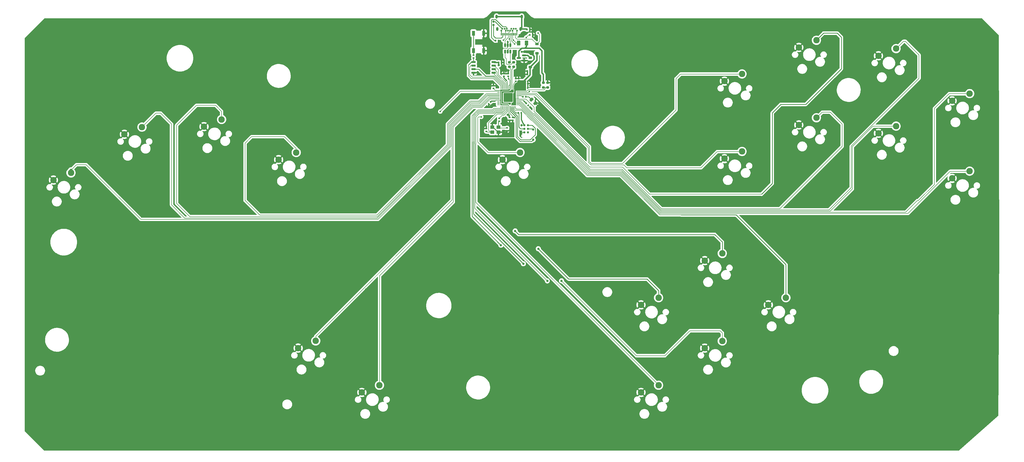
<source format=gbr>
%TF.GenerationSoftware,KiCad,Pcbnew,(7.0.0)*%
%TF.CreationDate,2023-06-16T05:12:17-04:00*%
%TF.ProjectId,ICOF1,49434f46-312e-46b6-9963-61645f706362,rev?*%
%TF.SameCoordinates,Original*%
%TF.FileFunction,Copper,L1,Top*%
%TF.FilePolarity,Positive*%
%FSLAX46Y46*%
G04 Gerber Fmt 4.6, Leading zero omitted, Abs format (unit mm)*
G04 Created by KiCad (PCBNEW (7.0.0)) date 2023-06-16 05:12:17*
%MOMM*%
%LPD*%
G01*
G04 APERTURE LIST*
G04 Aperture macros list*
%AMRoundRect*
0 Rectangle with rounded corners*
0 $1 Rounding radius*
0 $2 $3 $4 $5 $6 $7 $8 $9 X,Y pos of 4 corners*
0 Add a 4 corners polygon primitive as box body*
4,1,4,$2,$3,$4,$5,$6,$7,$8,$9,$2,$3,0*
0 Add four circle primitives for the rounded corners*
1,1,$1+$1,$2,$3*
1,1,$1+$1,$4,$5*
1,1,$1+$1,$6,$7*
1,1,$1+$1,$8,$9*
0 Add four rect primitives between the rounded corners*
20,1,$1+$1,$2,$3,$4,$5,0*
20,1,$1+$1,$4,$5,$6,$7,0*
20,1,$1+$1,$6,$7,$8,$9,0*
20,1,$1+$1,$8,$9,$2,$3,0*%
G04 Aperture macros list end*
%TA.AperFunction,ComponentPad*%
%ADD10C,2.286000*%
%TD*%
%TA.AperFunction,SMDPad,CuDef*%
%ADD11R,1.100000X1.800000*%
%TD*%
%TA.AperFunction,SMDPad,CuDef*%
%ADD12RoundRect,0.140000X0.170000X-0.140000X0.170000X0.140000X-0.170000X0.140000X-0.170000X-0.140000X0*%
%TD*%
%TA.AperFunction,SMDPad,CuDef*%
%ADD13RoundRect,0.200000X-0.275000X0.200000X-0.275000X-0.200000X0.275000X-0.200000X0.275000X0.200000X0*%
%TD*%
%TA.AperFunction,SMDPad,CuDef*%
%ADD14RoundRect,0.150000X0.587500X0.150000X-0.587500X0.150000X-0.587500X-0.150000X0.587500X-0.150000X0*%
%TD*%
%TA.AperFunction,SMDPad,CuDef*%
%ADD15RoundRect,0.140000X0.140000X0.170000X-0.140000X0.170000X-0.140000X-0.170000X0.140000X-0.170000X0*%
%TD*%
%TA.AperFunction,SMDPad,CuDef*%
%ADD16RoundRect,0.200000X0.275000X-0.200000X0.275000X0.200000X-0.275000X0.200000X-0.275000X-0.200000X0*%
%TD*%
%TA.AperFunction,SMDPad,CuDef*%
%ADD17RoundRect,0.140000X-0.219203X-0.021213X-0.021213X-0.219203X0.219203X0.021213X0.021213X0.219203X0*%
%TD*%
%TA.AperFunction,SMDPad,CuDef*%
%ADD18RoundRect,0.135000X0.135000X0.185000X-0.135000X0.185000X-0.135000X-0.185000X0.135000X-0.185000X0*%
%TD*%
%TA.AperFunction,SMDPad,CuDef*%
%ADD19R,1.400000X1.200000*%
%TD*%
%TA.AperFunction,SMDPad,CuDef*%
%ADD20RoundRect,0.140000X-0.021213X0.219203X-0.219203X0.021213X0.021213X-0.219203X0.219203X-0.021213X0*%
%TD*%
%TA.AperFunction,SMDPad,CuDef*%
%ADD21RoundRect,0.250000X-0.375000X-0.625000X0.375000X-0.625000X0.375000X0.625000X-0.375000X0.625000X0*%
%TD*%
%TA.AperFunction,SMDPad,CuDef*%
%ADD22RoundRect,0.135000X-0.135000X-0.185000X0.135000X-0.185000X0.135000X0.185000X-0.135000X0.185000X0*%
%TD*%
%TA.AperFunction,SMDPad,CuDef*%
%ADD23RoundRect,0.225000X0.375000X-0.225000X0.375000X0.225000X-0.375000X0.225000X-0.375000X-0.225000X0*%
%TD*%
%TA.AperFunction,SMDPad,CuDef*%
%ADD24RoundRect,0.140000X-0.140000X-0.170000X0.140000X-0.170000X0.140000X0.170000X-0.140000X0.170000X0*%
%TD*%
%TA.AperFunction,SMDPad,CuDef*%
%ADD25RoundRect,0.135000X0.185000X-0.135000X0.185000X0.135000X-0.185000X0.135000X-0.185000X-0.135000X0*%
%TD*%
%TA.AperFunction,SMDPad,CuDef*%
%ADD26RoundRect,0.140000X-0.170000X0.140000X-0.170000X-0.140000X0.170000X-0.140000X0.170000X0.140000X0*%
%TD*%
%TA.AperFunction,SMDPad,CuDef*%
%ADD27RoundRect,0.135000X-0.185000X0.135000X-0.185000X-0.135000X0.185000X-0.135000X0.185000X0.135000X0*%
%TD*%
%TA.AperFunction,SMDPad,CuDef*%
%ADD28RoundRect,0.243750X-0.494975X-0.150260X-0.150260X-0.494975X0.494975X0.150260X0.150260X0.494975X0*%
%TD*%
%TA.AperFunction,SMDPad,CuDef*%
%ADD29RoundRect,0.050000X-0.387500X-0.050000X0.387500X-0.050000X0.387500X0.050000X-0.387500X0.050000X0*%
%TD*%
%TA.AperFunction,SMDPad,CuDef*%
%ADD30RoundRect,0.050000X-0.050000X-0.387500X0.050000X-0.387500X0.050000X0.387500X-0.050000X0.387500X0*%
%TD*%
%TA.AperFunction,ComponentPad*%
%ADD31C,0.600000*%
%TD*%
%TA.AperFunction,SMDPad,CuDef*%
%ADD32RoundRect,0.144000X-1.456000X-1.456000X1.456000X-1.456000X1.456000X1.456000X-1.456000X1.456000X0*%
%TD*%
%TA.AperFunction,ConnectorPad*%
%ADD33C,0.787400*%
%TD*%
%TA.AperFunction,SMDPad,CuDef*%
%ADD34RoundRect,0.150000X-0.150000X0.512500X-0.150000X-0.512500X0.150000X-0.512500X0.150000X0.512500X0*%
%TD*%
%TA.AperFunction,SMDPad,CuDef*%
%ADD35R,0.300000X0.900000*%
%TD*%
%TA.AperFunction,SMDPad,CuDef*%
%ADD36R,0.300000X0.700000*%
%TD*%
%TA.AperFunction,ComponentPad*%
%ADD37C,0.650000*%
%TD*%
%TA.AperFunction,ComponentPad*%
%ADD38O,0.800000X1.400000*%
%TD*%
%TA.AperFunction,SMDPad,CuDef*%
%ADD39RoundRect,0.150000X-0.650000X-0.150000X0.650000X-0.150000X0.650000X0.150000X-0.650000X0.150000X0*%
%TD*%
%TA.AperFunction,ViaPad*%
%ADD40C,0.552400*%
%TD*%
%TA.AperFunction,ViaPad*%
%ADD41C,0.600000*%
%TD*%
%TA.AperFunction,ViaPad*%
%ADD42C,0.502400*%
%TD*%
%TA.AperFunction,ViaPad*%
%ADD43C,0.800000*%
%TD*%
%TA.AperFunction,ViaPad*%
%ADD44C,0.500000*%
%TD*%
%TA.AperFunction,Conductor*%
%ADD45C,0.250000*%
%TD*%
%TA.AperFunction,Conductor*%
%ADD46C,0.500000*%
%TD*%
%TA.AperFunction,Conductor*%
%ADD47C,0.200000*%
%TD*%
%TA.AperFunction,Conductor*%
%ADD48C,0.381000*%
%TD*%
%TA.AperFunction,Conductor*%
%ADD49C,0.254000*%
%TD*%
%TA.AperFunction,Conductor*%
%ADD50C,1.000000*%
%TD*%
%TA.AperFunction,Conductor*%
%ADD51C,0.400000*%
%TD*%
G04 APERTURE END LIST*
D10*
%TO.P,SW25,1*%
%TO.N,Z*%
X348891100Y-63977600D03*
%TO.P,SW25,2*%
%TO.N,GND*%
X342631100Y-66537600D03*
%TD*%
%TO.P,SW40,1*%
%TO.N,C_RT*%
X309660100Y-125107600D03*
%TO.P,SW40,2*%
%TO.N,GND*%
X303400100Y-127667600D03*
%TD*%
%TO.P,SW8,1*%
%TO.N,DOWN*%
X108652100Y-61608600D03*
%TO.P,SW8,2*%
%TO.N,GND*%
X102392100Y-64168600D03*
%TD*%
%TO.P,SW22,1*%
%TO.N,X*%
X320536100Y-61002600D03*
%TO.P,SW22,2*%
%TO.N,GND*%
X314276100Y-63562600D03*
%TD*%
%TO.P,SW26,1*%
%TO.N,UP*%
X375114100Y-80013600D03*
%TO.P,SW26,2*%
%TO.N,GND*%
X368854100Y-82573600D03*
%TD*%
%TO.P,SW3,1*%
%TO.N,START*%
X214956100Y-73371600D03*
%TO.P,SW3,2*%
%TO.N,GND*%
X208696100Y-75931600D03*
%TD*%
%TO.P,SW35,1*%
%TO.N,C_UP*%
X287003100Y-109337600D03*
%TO.P,SW35,2*%
%TO.N,GND*%
X280743100Y-111897600D03*
%TD*%
%TO.P,SW19,1*%
%TO.N,MS*%
X375114100Y-52403600D03*
%TO.P,SW19,2*%
%TO.N,GND*%
X368854100Y-54963600D03*
%TD*%
%TO.P,SW12,1*%
%TO.N,R*%
X294018100Y-45388600D03*
%TO.P,SW12,2*%
%TO.N,GND*%
X287758100Y-47948600D03*
%TD*%
%TO.P,SW38,1*%
%TO.N,A*%
X287003100Y-140522600D03*
%TO.P,SW38,2*%
%TO.N,GND*%
X280743100Y-143082600D03*
%TD*%
%TO.P,SW28,1*%
%TO.N,M1*%
X142180000Y-140500000D03*
%TO.P,SW28,2*%
%TO.N,GND*%
X135920000Y-143060000D03*
%TD*%
%TO.P,SW32,1*%
%TO.N,C_LT*%
X264316100Y-125107600D03*
%TO.P,SW32,2*%
%TO.N,GND*%
X258056100Y-127667600D03*
%TD*%
%TO.P,SW36,1*%
%TO.N,C_DN*%
X264316100Y-156292600D03*
%TO.P,SW36,2*%
%TO.N,GND*%
X258056100Y-158852600D03*
%TD*%
%TO.P,SW10,1*%
%TO.N,RIGHT*%
X135224100Y-73371600D03*
%TO.P,SW10,2*%
%TO.N,GND*%
X128964100Y-75931600D03*
%TD*%
%TO.P,SW30,1*%
%TO.N,M2*%
X164871100Y-156291600D03*
%TO.P,SW30,2*%
%TO.N,GND*%
X158611100Y-158851600D03*
%TD*%
%TO.P,SW17,1*%
%TO.N,LS*%
X348891100Y-36367600D03*
%TO.P,SW17,2*%
%TO.N,GND*%
X342631100Y-38927600D03*
%TD*%
%TO.P,SW21,1*%
%TO.N,B*%
X294018100Y-72997600D03*
%TO.P,SW21,2*%
%TO.N,GND*%
X287758100Y-75557600D03*
%TD*%
%TO.P,SW6,1*%
%TO.N,LEFT*%
X80296100Y-64334600D03*
%TO.P,SW6,2*%
%TO.N,GND*%
X74036100Y-66894600D03*
%TD*%
%TO.P,SW4,1*%
%TO.N,L*%
X55016100Y-80637600D03*
%TO.P,SW4,2*%
%TO.N,GND*%
X48756100Y-83197600D03*
%TD*%
%TO.P,SW14,1*%
%TO.N,Y*%
X320536100Y-33392600D03*
%TO.P,SW14,2*%
%TO.N,GND*%
X314276100Y-35952600D03*
%TD*%
D11*
%TO.P,SW1,1*%
%TO.N,GND*%
X202051725Y-30906329D03*
X202051725Y-37106329D03*
%TO.P,SW1,2*%
%TO.N,/~{USB_BOOT}*%
X198351725Y-30906329D03*
X198351725Y-37106329D03*
%TD*%
D12*
%TO.P,C13,1*%
%TO.N,+3V3*%
X205468750Y-50583125D03*
%TO.P,C13,2*%
%TO.N,GND*%
X205468750Y-49623125D03*
%TD*%
D13*
%TO.P,R5,1*%
%TO.N,+5V*%
X223232000Y-48547000D03*
%TO.P,R5,2*%
%TO.N,VBUS_SENSE*%
X223232000Y-50197000D03*
%TD*%
D14*
%TO.P,U1,1,GND*%
%TO.N,GND*%
X216414000Y-40677107D03*
%TO.P,U1,2,VO*%
%TO.N,Net-(D1-A)*%
X216414000Y-38777107D03*
%TO.P,U1,3,VI*%
%TO.N,+5V*%
X214539000Y-39727107D03*
%TD*%
D15*
%TO.P,C2,1*%
%TO.N,GND*%
X215504000Y-37487107D03*
%TO.P,C2,2*%
%TO.N,+5V*%
X214544000Y-37487107D03*
%TD*%
D16*
%TO.P,R6,1*%
%TO.N,VBUS_SENSE*%
X224772000Y-50197000D03*
%TO.P,R6,2*%
%TO.N,GND*%
X224772000Y-48547000D03*
%TD*%
D17*
%TO.P,C11,1*%
%TO.N,+3V3*%
X217150000Y-55870000D03*
%TO.P,C11,2*%
%TO.N,GND*%
X217828822Y-56548822D03*
%TD*%
D18*
%TO.P,R2,1*%
%TO.N,GND*%
X207250000Y-33500000D03*
%TO.P,R2,2*%
%TO.N,Net-(J1-CC2)*%
X206230000Y-33500000D03*
%TD*%
D19*
%TO.P,Y1,1,1*%
%TO.N,/XTAL_O*%
X207306977Y-64389999D03*
%TO.P,Y1,2,2*%
%TO.N,GND*%
X205106977Y-64389999D03*
%TO.P,Y1,3,3*%
%TO.N,XTAL_IN*%
X205106977Y-66089999D03*
%TO.P,Y1,4,4*%
%TO.N,GND*%
X207306977Y-66089999D03*
%TD*%
D20*
%TO.P,C15,1*%
%TO.N,+3V3*%
X204449411Y-55340589D03*
%TO.P,C15,2*%
%TO.N,GND*%
X203770589Y-56019411D03*
%TD*%
D12*
%TO.P,C8,1*%
%TO.N,GND*%
X210343991Y-65590000D03*
%TO.P,C8,2*%
%TO.N,/XTAL_O*%
X210343991Y-64630000D03*
%TD*%
D21*
%TO.P,F1,1*%
%TO.N,Net-(F1-Pad1)*%
X214434000Y-34367107D03*
%TO.P,F1,2*%
%TO.N,+5V*%
X217234000Y-34367107D03*
%TD*%
D22*
%TO.P,R1,1*%
%TO.N,Net-(J1-SHIELD)*%
X217404000Y-29560000D03*
%TO.P,R1,2*%
%TO.N,GND*%
X218424000Y-29560000D03*
%TD*%
D23*
%TO.P,D2,1,K*%
%TO.N,+3V3*%
X220954000Y-38037107D03*
%TO.P,D2,2,A*%
%TO.N,3vCable*%
X220954000Y-34737107D03*
%TD*%
D15*
%TO.P,C9,1*%
%TO.N,+3V3*%
X218524000Y-44332107D03*
%TO.P,C9,2*%
%TO.N,GND*%
X217564000Y-44332107D03*
%TD*%
D24*
%TO.P,C1,1*%
%TO.N,GND*%
X217564000Y-45532107D03*
%TO.P,C1,2*%
%TO.N,+3V3*%
X218524000Y-45532107D03*
%TD*%
D22*
%TO.P,R4,1*%
%TO.N,PICO_LED*%
X215980000Y-53480000D03*
%TO.P,R4,2*%
%TO.N,Net-(D3-A)*%
X217000000Y-53480000D03*
%TD*%
D12*
%TO.P,C4,1*%
%TO.N,+1V1*%
X213469750Y-48043125D03*
%TO.P,C4,2*%
%TO.N,GND*%
X213469750Y-47083125D03*
%TD*%
D25*
%TO.P,R11,1*%
%TO.N,/XTAL_O*%
X207560000Y-62250000D03*
%TO.P,R11,2*%
%TO.N,XTAL_OUT*%
X207560000Y-61230000D03*
%TD*%
D26*
%TO.P,C6,1*%
%TO.N,+1V1*%
X212320000Y-60920000D03*
%TO.P,C6,2*%
%TO.N,GND*%
X212320000Y-61880000D03*
%TD*%
D24*
%TO.P,C16,1*%
%TO.N,+3V3*%
X216701000Y-48817357D03*
%TO.P,C16,2*%
%TO.N,GND*%
X217661000Y-48817357D03*
%TD*%
D12*
%TO.P,C12,1*%
%TO.N,+3V3*%
X214485750Y-48043125D03*
%TO.P,C12,2*%
%TO.N,GND*%
X214485750Y-47083125D03*
%TD*%
D24*
%TO.P,C3,1*%
%TO.N,+3V3*%
X207370000Y-41300000D03*
%TO.P,C3,2*%
%TO.N,GND*%
X208330000Y-41300000D03*
%TD*%
D26*
%TO.P,C7,1*%
%TO.N,GND*%
X202920000Y-64880000D03*
%TO.P,C7,2*%
%TO.N,XTAL_IN*%
X202920000Y-65840000D03*
%TD*%
D22*
%TO.P,REF\u002A\u002A,1*%
%TO.N,~{RESET}*%
X214390000Y-59240000D03*
%TO.P,REF\u002A\u002A,2*%
%TO.N,+3V3*%
X215410000Y-59240000D03*
%TD*%
D13*
%TO.P,R9,1*%
%TO.N,D-*%
X212664000Y-41222107D03*
%TO.P,R9,2*%
%TO.N,/D_-*%
X212664000Y-42872107D03*
%TD*%
D27*
%TO.P,R10,1*%
%TO.N,/~{USB_BOOT}*%
X198380423Y-38729478D03*
%TO.P,R10,2*%
%TO.N,CS*%
X198380423Y-39749478D03*
%TD*%
D13*
%TO.P,R8,1*%
%TO.N,D+*%
X211134000Y-41222107D03*
%TO.P,R8,2*%
%TO.N,/D_+*%
X211134000Y-42872107D03*
%TD*%
D12*
%TO.P,C10,1*%
%TO.N,+3V3*%
X210704000Y-46249357D03*
%TO.P,C10,2*%
%TO.N,GND*%
X210704000Y-45289357D03*
%TD*%
D23*
%TO.P,D1,1,K*%
%TO.N,+3V3*%
X218574000Y-42967107D03*
%TO.P,D1,2,A*%
%TO.N,Net-(D1-A)*%
X218574000Y-39667107D03*
%TD*%
D26*
%TO.P,C14,1*%
%TO.N,+3V3*%
X211270000Y-60920000D03*
%TO.P,C14,2*%
%TO.N,GND*%
X211270000Y-61880000D03*
%TD*%
D28*
%TO.P,D3,1*%
%TO.N,Net-(D3-A)*%
X219057087Y-54517087D03*
%TO.P,D3,2*%
%TO.N,GND*%
X220382913Y-55842913D03*
%TD*%
D29*
%TO.P,U3,1,IOVDD*%
%TO.N,+3V3*%
X207266500Y-51202107D03*
%TO.P,U3,2,GPIO0*%
%TO.N,START*%
X207266500Y-51602107D03*
%TO.P,U3,3,GPIO1*%
%TO.N,unconnected-(U3-Pad3)*%
X207266500Y-52002107D03*
%TO.P,U3,4,GPIO2*%
%TO.N,RIGHT*%
X207266500Y-52402107D03*
%TO.P,U3,5,GPIO3*%
%TO.N,DOWN*%
X207266500Y-52802107D03*
%TO.P,U3,6,GPIO4*%
%TO.N,LEFT*%
X207266500Y-53202107D03*
%TO.P,U3,7,GPIO5*%
%TO.N,L*%
X207266500Y-53602107D03*
%TO.P,U3,8,GPIO6*%
%TO.N,M1*%
X207266500Y-54002107D03*
%TO.P,U3,9,GPIO7*%
%TO.N,M2*%
X207266500Y-54402107D03*
%TO.P,U3,10,IOVDD*%
%TO.N,+3V3*%
X207266500Y-54802107D03*
%TO.P,U3,11,GPIO8*%
%TO.N,unconnected-(U3-GPIO8-Pad11)*%
X207266500Y-55202107D03*
%TO.P,U3,12,GPIO9*%
%TO.N,unconnected-(U3-GPIO9-Pad12)*%
X207266500Y-55602107D03*
%TO.P,U3,13,GPIO10*%
%TO.N,unconnected-(U3-GPIO10-Pad13)*%
X207266500Y-56002107D03*
%TO.P,U3,14,GPIO11*%
%TO.N,unconnected-(U3-GPIO11-Pad14)*%
X207266500Y-56402107D03*
D30*
%TO.P,U3,15,GPIO12*%
%TO.N,C_UP*%
X208104000Y-57239607D03*
%TO.P,U3,16,GPIO13*%
%TO.N,C_LT*%
X208504000Y-57239607D03*
%TO.P,U3,17,GPIO14*%
%TO.N,A*%
X208904000Y-57239607D03*
%TO.P,U3,18,GPIO15*%
%TO.N,C_DN*%
X209304000Y-57239607D03*
%TO.P,U3,19,TESTEN*%
%TO.N,GND*%
X209704000Y-57239607D03*
%TO.P,U3,20,XTAL_IN*%
%TO.N,XTAL_IN*%
X210104000Y-57239607D03*
%TO.P,U3,21,XTAL_OUT*%
%TO.N,XTAL_OUT*%
X210504000Y-57239607D03*
%TO.P,U3,22,IOVDD*%
%TO.N,+3V3*%
X210904000Y-57239607D03*
%TO.P,U3,23,DVDD*%
%TO.N,+1V1*%
X211304000Y-57239607D03*
%TO.P,U3,24,SWCLK*%
%TO.N,SWCLK*%
X211704000Y-57239607D03*
%TO.P,U3,25,SWDIO*%
%TO.N,SWD*%
X212104000Y-57239607D03*
%TO.P,U3,26,~{RUN}*%
%TO.N,~{RESET}*%
X212504000Y-57239607D03*
%TO.P,U3,27,GPIO16*%
%TO.N,C_RT*%
X212904000Y-57239607D03*
%TO.P,U3,28,GPIO17*%
%TO.N,UP*%
X213304000Y-57239607D03*
D29*
%TO.P,U3,29,GPIO18*%
%TO.N,MS*%
X214141500Y-56402107D03*
%TO.P,U3,30,GPIO19*%
%TO.N,Z*%
X214141500Y-56002107D03*
%TO.P,U3,31,GPIO20*%
%TO.N,LS*%
X214141500Y-55602107D03*
%TO.P,U3,32,GPIO21*%
%TO.N,X*%
X214141500Y-55202107D03*
%TO.P,U3,33,IOVDD*%
%TO.N,+3V3*%
X214141500Y-54802107D03*
%TO.P,U3,34,GPIO22*%
%TO.N,Y*%
X214141500Y-54402107D03*
%TO.P,U3,35,GPIO23*%
%TO.N,unconnected-(U3-Pad35)*%
X214141500Y-54002107D03*
%TO.P,U3,36,GPIO24*%
%TO.N,unconnected-(U3-Pad36)*%
X214141500Y-53602107D03*
%TO.P,U3,37,GPIO25*%
%TO.N,PICO_LED*%
X214141500Y-53202107D03*
%TO.P,U3,38,GPIO26/ADC0*%
%TO.N,B*%
X214141500Y-52802107D03*
%TO.P,U3,39,GPIO27/ADC1*%
%TO.N,R*%
X214141500Y-52402107D03*
%TO.P,U3,40,GPIO28/ADC2*%
%TO.N,DATA*%
X214141500Y-52002107D03*
%TO.P,U3,41,GPIO29/ADC3*%
%TO.N,VBUS_SENSE*%
X214141500Y-51602107D03*
%TO.P,U3,42,IOVDD*%
%TO.N,+3V3*%
X214141500Y-51202107D03*
D30*
%TO.P,U3,43,ADC_AVDD*%
X213304000Y-50364607D03*
%TO.P,U3,44,VREG_VIN*%
X212904000Y-50364607D03*
%TO.P,U3,45,VREG_VOUT*%
%TO.N,+1V1*%
X212504000Y-50364607D03*
%TO.P,U3,46,D-*%
%TO.N,/D_-*%
X212104000Y-50364607D03*
%TO.P,U3,47,D+*%
%TO.N,/D_+*%
X211704000Y-50364607D03*
%TO.P,U3,48,USB_VDD*%
%TO.N,+3V3*%
X211304000Y-50364607D03*
%TO.P,U3,49,IOVDD*%
X210904000Y-50364607D03*
%TO.P,U3,50,DVDD*%
%TO.N,+1V1*%
X210504000Y-50364607D03*
%TO.P,U3,51,QSPI_SD3*%
%TO.N,SD3*%
X210104000Y-50364607D03*
%TO.P,U3,52,QSPI_SCLK*%
%TO.N,QSPI_CLK*%
X209704000Y-50364607D03*
%TO.P,U3,53,QSPI_SD0*%
%TO.N,SD0*%
X209304000Y-50364607D03*
%TO.P,U3,54,QSPI_SD2*%
%TO.N,SD2*%
X208904000Y-50364607D03*
%TO.P,U3,55,QSPI_SD1*%
%TO.N,SD1*%
X208504000Y-50364607D03*
%TO.P,U3,56,QSPI_SS_N*%
%TO.N,CS*%
X208104000Y-50364607D03*
D31*
%TO.P,U3,57,GND*%
%TO.N,GND*%
X209429000Y-52527107D03*
X209429000Y-53802107D03*
X209429000Y-55077107D03*
X210704000Y-52527107D03*
X210704000Y-53802107D03*
D32*
X210704000Y-53802107D03*
D31*
X210704000Y-55077107D03*
X211979000Y-52527107D03*
X211979000Y-53802107D03*
X211979000Y-55077107D03*
%TD*%
D12*
%TO.P,C5,1*%
%TO.N,+1V1*%
X209180000Y-46249357D03*
%TO.P,C5,2*%
%TO.N,GND*%
X209180000Y-45289357D03*
%TD*%
D33*
%TO.P,J2,1*%
%TO.N,+3V3*%
X216520000Y-63640000D03*
%TO.P,J2,2*%
%TO.N,SWD*%
X217790000Y-63640000D03*
%TO.P,J2,3*%
%TO.N,~{RESET}*%
X216520000Y-64910000D03*
%TO.P,J2,4*%
%TO.N,SWCLK*%
X217790000Y-64910000D03*
%TO.P,J2,5*%
%TO.N,GND*%
X216520000Y-66180000D03*
%TO.P,J2,6*%
%TO.N,unconnected-(J2-SWO-Pad6)*%
X217790000Y-66180000D03*
%TD*%
D34*
%TO.P,U2,1,I/O1*%
%TO.N,DBUS+*%
X211498000Y-35119607D03*
%TO.P,U2,2,GND*%
%TO.N,GND*%
X210548000Y-35119607D03*
%TO.P,U2,3,I/O2*%
%TO.N,DBUS-*%
X209598000Y-35119607D03*
%TO.P,U2,4,I/O2*%
%TO.N,D-*%
X209598000Y-37394607D03*
%TO.P,U2,5,VBUS*%
%TO.N,+5V*%
X210548000Y-37394607D03*
%TO.P,U2,6,I/O1*%
%TO.N,D+*%
X211498000Y-37394607D03*
%TD*%
D24*
%TO.P,C17,1*%
%TO.N,+3V3*%
X216701000Y-50341357D03*
%TO.P,C17,2*%
%TO.N,GND*%
X217661000Y-50341357D03*
%TD*%
D22*
%TO.P,R3,1*%
%TO.N,Net-(J1-CC1)*%
X218420000Y-31465000D03*
%TO.P,R3,2*%
%TO.N,GND*%
X219440000Y-31465000D03*
%TD*%
D35*
%TO.P,J1,A1,GND*%
%TO.N,GND*%
X213805999Y-31215999D03*
%TO.P,J1,A2,TX1+*%
%TO.N,3vCable*%
X213305999Y-31215999D03*
%TO.P,J1,A3,TX1-*%
%TO.N,unconnected-(J1-TX1--PadA3)*%
X212805999Y-31215999D03*
%TO.P,J1,A4,VBUS*%
%TO.N,Net-(F1-Pad1)*%
X212305999Y-31215999D03*
%TO.P,J1,A5,CC1*%
%TO.N,Net-(J1-CC1)*%
X211805999Y-31215999D03*
D36*
%TO.P,J1,A6,D+*%
%TO.N,DBUS+*%
X211305999Y-31215999D03*
%TO.P,J1,A7,D-*%
%TO.N,DBUS-*%
X210805999Y-31215999D03*
D35*
%TO.P,J1,A8,SBU1*%
%TO.N,unconnected-(J1-SBU1-PadA8)*%
X210305999Y-31215999D03*
%TO.P,J1,A9,VBUS*%
%TO.N,Net-(F1-Pad1)*%
X209805999Y-31215999D03*
%TO.P,J1,A10,RX2-*%
%TO.N,unconnected-(J1-RX2--PadA10)*%
X209305999Y-31215999D03*
%TO.P,J1,A11,RX2+*%
%TO.N,DATA*%
X208805999Y-31215999D03*
%TO.P,J1,A12,GND*%
%TO.N,GND*%
X208305999Y-31215999D03*
D37*
%TO.P,J1,B1,GND*%
X208256000Y-30006000D03*
%TO.P,J1,B2,TX2+*%
%TO.N,3vCable*%
X208656000Y-29306000D03*
%TO.P,J1,B3,TX2-*%
%TO.N,unconnected-(J1-TX2--PadB3)*%
X209456000Y-29306000D03*
%TO.P,J1,B4,VBUS*%
%TO.N,Net-(F1-Pad1)*%
X209856000Y-30006000D03*
%TO.P,J1,B5,CC2*%
%TO.N,Net-(J1-CC2)*%
X210256000Y-29306000D03*
%TO.P,J1,B6,D+*%
%TO.N,DBUS+*%
X210656000Y-30006000D03*
%TO.P,J1,B7,D-*%
%TO.N,DBUS-*%
X211456000Y-30006000D03*
%TO.P,J1,B8,SBU2*%
%TO.N,unconnected-(J1-SBU2-PadB8)*%
X211856000Y-29306000D03*
%TO.P,J1,B9,VBUS*%
%TO.N,Net-(F1-Pad1)*%
X212256000Y-30006000D03*
%TO.P,J1,B10,RX1-*%
%TO.N,unconnected-(J1-RX1--PadB10)*%
X212656000Y-29306000D03*
%TO.P,J1,B11,RX1+*%
%TO.N,DATA*%
X213456000Y-29306000D03*
%TO.P,J1,B12,GND*%
%TO.N,GND*%
X213856000Y-30006000D03*
D38*
%TO.P,J1,S1,SHIELD*%
%TO.N,Net-(J1-SHIELD)*%
X215545999Y-25015999D03*
X215110999Y-29405999D03*
X206850999Y-29405999D03*
X206565999Y-25015999D03*
%TD*%
D39*
%TO.P,U4,1,~{CS}*%
%TO.N,CS*%
X198380000Y-41195000D03*
%TO.P,U4,2,DO(IO1)*%
%TO.N,SD1*%
X198380000Y-42465000D03*
%TO.P,U4,3,IO2*%
%TO.N,SD2*%
X198380000Y-43735000D03*
%TO.P,U4,4,GND*%
%TO.N,GND*%
X198380000Y-45005000D03*
%TO.P,U4,5,DI(IO0)*%
%TO.N,SD0*%
X205580000Y-45005000D03*
%TO.P,U4,6,CLK*%
%TO.N,QSPI_CLK*%
X205580000Y-43735000D03*
%TO.P,U4,7,IO3*%
%TO.N,SD3*%
X205580000Y-42465000D03*
%TO.P,U4,8,VCC*%
%TO.N,+3V3*%
X205580000Y-41195000D03*
%TD*%
D40*
%TO.N,GND*%
X350031100Y-86103600D03*
D41*
X205300000Y-56640000D03*
D40*
X155031100Y-82103600D03*
X296031100Y-136103600D03*
D41*
X209913750Y-44642125D03*
D40*
X344031100Y-31103600D03*
X267031100Y-153103600D03*
D42*
X302031100Y-161103600D03*
D41*
X208124000Y-36257107D03*
D43*
X221880000Y-57750000D03*
D40*
X337031100Y-83103600D03*
X145031100Y-38103600D03*
X48031100Y-161103600D03*
D42*
X333031100Y-141103600D03*
D40*
X164031100Y-38103600D03*
X266031100Y-50103600D03*
D43*
X207920000Y-34130000D03*
D40*
X358031100Y-97103600D03*
D41*
X211180000Y-63030000D03*
D40*
X299031100Y-69103600D03*
X176031100Y-148103600D03*
D41*
X202940000Y-64010000D03*
D40*
X365031100Y-68103600D03*
D42*
X287031100Y-172103600D03*
D40*
X327031100Y-59103600D03*
X246031100Y-149103600D03*
D41*
X210343991Y-66634000D03*
D43*
X220200000Y-32735000D03*
D42*
X329031100Y-169103600D03*
D40*
X230031100Y-164103600D03*
X84031100Y-107103600D03*
X41031100Y-125103600D03*
X279031100Y-158103600D03*
X337031100Y-99103600D03*
X295031100Y-96103600D03*
X213031100Y-96103600D03*
D43*
X215320000Y-66180000D03*
D40*
X156031100Y-146103600D03*
X51031100Y-119103600D03*
X310031100Y-49103600D03*
X72031100Y-82103600D03*
X160031100Y-122103600D03*
X149031100Y-167103600D03*
X96031100Y-106103600D03*
X185031100Y-164103600D03*
X64031100Y-72103600D03*
X54031100Y-58103600D03*
X309031100Y-96103600D03*
X61031100Y-154103600D03*
X171031100Y-122103600D03*
D41*
X216294000Y-37477107D03*
D40*
X93031100Y-57103600D03*
X189031100Y-74103600D03*
X375031100Y-39103600D03*
X272031100Y-37103600D03*
D42*
X354031100Y-167103600D03*
D40*
X46031100Y-72103600D03*
X312031100Y-77103600D03*
X143031100Y-64103600D03*
X189031100Y-87103600D03*
X376031100Y-32103600D03*
X68031100Y-170103600D03*
D42*
X330031100Y-118103600D03*
D40*
X321031100Y-84103600D03*
D42*
X312031100Y-146103600D03*
D40*
X76031100Y-141103600D03*
X251031100Y-38103600D03*
D41*
X212150000Y-62840000D03*
D40*
X116031100Y-82103600D03*
X231031100Y-89103600D03*
D43*
X199880000Y-44800000D03*
D41*
X209187416Y-41386964D03*
D44*
X210772782Y-34079500D03*
D40*
X212031100Y-126103600D03*
X341031100Y-52103600D03*
D41*
X214485750Y-46166125D03*
X217660750Y-47977107D03*
D40*
X320031100Y-131103600D03*
X301031100Y-90103600D03*
D42*
X199031100Y-108103600D03*
D40*
X61031100Y-163103600D03*
X54031100Y-39103600D03*
X280031100Y-90103600D03*
X73031100Y-47103600D03*
X381031100Y-94103600D03*
X72031100Y-56103600D03*
X159031100Y-72103600D03*
X223031100Y-104103600D03*
D41*
X220100000Y-44370000D03*
D40*
X355031100Y-59103600D03*
D41*
X216774000Y-45542107D03*
D40*
X173031100Y-83103600D03*
X117031100Y-35103600D03*
X213031100Y-148103600D03*
D41*
X205468750Y-48833125D03*
D40*
X364031100Y-35103600D03*
X71031100Y-35103600D03*
X248031100Y-53103600D03*
D41*
X212930000Y-44150000D03*
D40*
X295031100Y-143103600D03*
D41*
X218675000Y-57395000D03*
D40*
X45031100Y-96103600D03*
X263031100Y-143103600D03*
D41*
X211025000Y-44150000D03*
D40*
X44031100Y-112103600D03*
X234658412Y-31602982D03*
X98031100Y-77103600D03*
X52031100Y-172103600D03*
X46031100Y-47103600D03*
X253031100Y-171103600D03*
D43*
X223150000Y-52940000D03*
D40*
X367031100Y-46103600D03*
X110031100Y-52103600D03*
X264031100Y-69103600D03*
X299031100Y-118103600D03*
D41*
%TO.N,START*%
X201150000Y-60675000D03*
X186545000Y-58770000D03*
D43*
%TO.N,C_UP*%
X208135000Y-106395000D03*
X213215000Y-101315000D03*
%TO.N,C_LT*%
X216139103Y-112995897D03*
X221470000Y-107665000D03*
%TO.N,A*%
X229725000Y-119095000D03*
X224667413Y-119117412D03*
D41*
%TO.N,DATA*%
X218280000Y-51629500D03*
D43*
X205468000Y-27961698D03*
%TO.N,+3V3*%
X207330000Y-42260000D03*
X210580000Y-59920000D03*
X215510000Y-63690000D03*
D41*
X210929750Y-47182125D03*
%TO.N,+1V1*%
X212909617Y-60928280D03*
X211330000Y-55901607D03*
X211437750Y-51664357D03*
X210069000Y-47674357D03*
%TO.N,Net-(F1-Pad1)*%
X212608446Y-33391554D03*
X209005554Y-33405554D03*
%TO.N,DBUS+*%
X211120000Y-32910000D03*
D43*
%TO.N,SWCLK*%
X219655000Y-68845000D03*
X219640000Y-65180000D03*
D41*
%TO.N,Net-(J1-CC1)*%
X217152000Y-32407607D03*
X213000959Y-34714717D03*
D43*
%TO.N,3vCable*%
X205468000Y-26766000D03*
D41*
X221392185Y-30841511D03*
%TD*%
D45*
%TO.N,GND*%
X219440000Y-31975000D02*
X220200000Y-32735000D01*
X204510000Y-56640000D02*
X203889411Y-56019411D01*
X205300000Y-56640000D02*
X204510000Y-56640000D01*
X213806000Y-30056000D02*
X213856000Y-30006000D01*
D46*
X217564000Y-44332107D02*
X217564000Y-45532107D01*
D45*
X221880000Y-57340000D02*
X220382913Y-55842913D01*
X213806000Y-31216000D02*
X213806000Y-30056000D01*
D47*
X210548000Y-36052000D02*
X210372893Y-36227107D01*
D48*
X209843991Y-66090000D02*
X207306978Y-66090000D01*
D46*
X209100452Y-41300000D02*
X209187416Y-41386964D01*
D45*
X219440000Y-31465000D02*
X219440000Y-31975000D01*
D47*
X210772782Y-34079500D02*
X210548000Y-34304282D01*
X208673137Y-59300000D02*
X209703999Y-58269140D01*
D45*
X211180000Y-63030000D02*
X211180000Y-63020000D01*
X211270000Y-62940000D02*
X211270000Y-61880000D01*
D46*
X209180000Y-45289357D02*
X210704000Y-45289357D01*
D45*
X216520000Y-66180000D02*
X215320000Y-66180000D01*
D47*
X208154000Y-36227107D02*
X208124000Y-36257107D01*
D48*
X210343991Y-65590000D02*
X210343991Y-66634000D01*
D47*
X207250000Y-33500000D02*
X207880000Y-34130000D01*
X212320000Y-62670000D02*
X212320000Y-61880000D01*
X218675000Y-57395000D02*
X217828822Y-56548822D01*
D45*
X221880000Y-57750000D02*
X221880000Y-57340000D01*
X199675000Y-45005000D02*
X198380000Y-45005000D01*
D47*
X210772782Y-34079500D02*
X210749500Y-34079500D01*
D48*
X202920000Y-64030000D02*
X202920000Y-64880000D01*
D47*
X209703999Y-58269140D02*
X209704000Y-57239607D01*
D45*
X199880000Y-44800000D02*
X199675000Y-45005000D01*
X211180000Y-63030000D02*
X211270000Y-62940000D01*
D46*
X208330000Y-41300000D02*
X209100452Y-41300000D01*
D48*
X217661000Y-48817357D02*
X217661000Y-50341357D01*
D47*
X206520000Y-59300000D02*
X208673137Y-59300000D01*
X210372893Y-36227107D02*
X208154000Y-36227107D01*
D45*
X203889411Y-56019411D02*
X203770589Y-56019411D01*
D47*
X207880000Y-34130000D02*
X207920000Y-34130000D01*
D46*
X215504000Y-37487107D02*
X216284000Y-37487107D01*
D48*
X205468750Y-49623125D02*
X205468750Y-48833125D01*
D45*
X208306000Y-30056000D02*
X208256000Y-30006000D01*
D48*
X217660750Y-47977107D02*
X217660750Y-48817107D01*
D45*
X208306000Y-31216000D02*
X208306000Y-30056000D01*
D48*
X210343991Y-65590000D02*
X209843991Y-66090000D01*
D47*
X210548000Y-34304282D02*
X210548000Y-35119607D01*
D46*
X216284000Y-37487107D02*
X216294000Y-37477107D01*
D47*
X214485750Y-47083125D02*
X214485750Y-46166125D01*
D46*
X217564000Y-45532107D02*
X216784000Y-45532107D01*
D47*
X212150000Y-62840000D02*
X212320000Y-62670000D01*
X202940000Y-62880000D02*
X206520000Y-59300000D01*
X202940000Y-64010000D02*
X202940000Y-62880000D01*
X210548000Y-35119607D02*
X210548000Y-36052000D01*
D46*
X216784000Y-45532107D02*
X216774000Y-45542107D01*
D49*
X207060000Y-66090000D02*
X205360000Y-64390000D01*
D47*
X210749500Y-34079500D02*
X210675000Y-34005000D01*
%TO.N,START*%
X199880000Y-60992500D02*
X199880000Y-69650000D01*
X201150000Y-60675000D02*
X200197500Y-60675000D01*
X203651600Y-73421600D02*
X214976100Y-73421600D01*
X199880000Y-69650000D02*
X203651600Y-73421600D01*
X193712893Y-51602107D02*
X207266500Y-51602107D01*
X186545000Y-58770000D02*
X193712893Y-51602107D01*
X200197500Y-60675000D02*
X199880000Y-60992500D01*
%TO.N,RIGHT*%
X122240000Y-95670000D02*
X164020000Y-95670000D01*
X116990000Y-70070000D02*
X116990000Y-90420000D01*
X135224100Y-73371600D02*
X135224100Y-71944100D01*
X135224100Y-71944100D02*
X131020000Y-67740000D01*
X131020000Y-67740000D02*
X119320000Y-67740000D01*
X197260000Y-55040000D02*
X200280000Y-55040000D01*
X119320000Y-67740000D02*
X116990000Y-70070000D01*
X116990000Y-90420000D02*
X122240000Y-95670000D01*
X164020000Y-95670000D02*
X189085000Y-70605000D01*
X189085000Y-63215000D02*
X197260000Y-55040000D01*
X207266500Y-52402107D02*
X207254393Y-52390000D01*
X202930000Y-52390000D02*
X200290000Y-55030000D01*
X189085000Y-70605000D02*
X189085000Y-63215000D01*
X207254393Y-52390000D02*
X202930000Y-52390000D01*
%TO.N,DOWN*%
X197480000Y-55455000D02*
X189485000Y-63450000D01*
X207266500Y-52802107D02*
X203127893Y-52802107D01*
X203127893Y-52802107D02*
X200475000Y-55455000D01*
X106500000Y-56580000D02*
X108652100Y-58732100D01*
X189485000Y-70815000D02*
X164060000Y-96240000D01*
X99730000Y-56580000D02*
X106500000Y-56580000D01*
X108652100Y-58732100D02*
X108652100Y-61608600D01*
X92600000Y-91510000D02*
X92600000Y-63710000D01*
X97330000Y-96240000D02*
X92600000Y-91510000D01*
X200475000Y-55455000D02*
X197480000Y-55455000D01*
X189485000Y-63450000D02*
X189485000Y-70815000D01*
X164060000Y-96240000D02*
X97330000Y-96240000D01*
X92600000Y-63710000D02*
X99730000Y-56580000D01*
%TO.N,LEFT*%
X200613394Y-55986606D02*
X203397893Y-53202107D01*
X189885000Y-71025000D02*
X189885000Y-63685000D01*
X165960000Y-94940000D02*
X165970000Y-94940000D01*
X189885000Y-63685000D02*
X197583394Y-55986606D01*
X80296100Y-64334600D02*
X85240700Y-59390000D01*
X85240700Y-59390000D02*
X86980000Y-59390000D01*
X86980000Y-59390000D02*
X90820000Y-63230000D01*
X164120000Y-96780000D02*
X165960000Y-94940000D01*
X90820000Y-63230000D02*
X90820000Y-92060000D01*
X165970000Y-94940000D02*
X189885000Y-71025000D01*
X197583394Y-55986606D02*
X200613394Y-55986606D01*
X95540000Y-96780000D02*
X164120000Y-96780000D01*
X90820000Y-92060000D02*
X95540000Y-96780000D01*
X203397893Y-53202107D02*
X207287893Y-53202107D01*
%TO.N,L*%
X60390000Y-77720000D02*
X56960000Y-77720000D01*
X79890000Y-97220000D02*
X60390000Y-77720000D01*
X200902107Y-56470000D02*
X197735000Y-56470000D01*
X164370000Y-97220000D02*
X79890000Y-97220000D01*
X203770000Y-53602107D02*
X200902107Y-56470000D01*
D50*
X55016100Y-80637600D02*
X55016100Y-79663900D01*
D47*
X207307893Y-53602107D02*
X203770000Y-53602107D01*
X190355000Y-71235000D02*
X164370000Y-97220000D01*
X56960000Y-77720000D02*
X55016100Y-79663900D01*
X190355000Y-63850000D02*
X190355000Y-71235000D01*
X197735000Y-56470000D02*
X190355000Y-63850000D01*
%TO.N,M1*%
X207266500Y-54002107D02*
X204067893Y-54002107D01*
X201200000Y-56870000D02*
X197970000Y-56870000D01*
X190755000Y-90275000D02*
X142203100Y-138826900D01*
X142203100Y-138826900D02*
X142203100Y-140572600D01*
X197970000Y-56870000D02*
X190755000Y-64085000D01*
X204067893Y-54002107D02*
X201200000Y-56870000D01*
X190755000Y-64085000D02*
X190755000Y-90275000D01*
%TO.N,M2*%
X164955000Y-117232843D02*
X164955000Y-156277700D01*
X191155000Y-91032843D02*
X164955000Y-117232843D01*
X204277893Y-54402107D02*
X201380000Y-57300000D01*
X201380000Y-57300000D02*
X198105686Y-57300000D01*
X198105686Y-57300000D02*
X191155000Y-64250686D01*
X191155000Y-64250686D02*
X191155000Y-91032843D01*
X207266500Y-54402107D02*
X204277893Y-54402107D01*
X164955000Y-156277700D02*
X164891100Y-156341600D01*
D45*
%TO.N,C_UP*%
X208135000Y-106395000D02*
X197884310Y-96144310D01*
X287003100Y-109337600D02*
X287003100Y-105253100D01*
D47*
X205185209Y-58190808D02*
X199953556Y-58190808D01*
X208104000Y-57239607D02*
X208104000Y-57606394D01*
X205664369Y-57691273D02*
X205346830Y-58008812D01*
X199953556Y-58190808D02*
X197884310Y-60260054D01*
X208019121Y-57691273D02*
X205664369Y-57691273D01*
D45*
X284335000Y-102585000D02*
X214485000Y-102585000D01*
D47*
X205346830Y-58029187D02*
X205185209Y-58190808D01*
X197884310Y-60260054D02*
X197884310Y-69511124D01*
D45*
X287003100Y-105253100D02*
X284335000Y-102585000D01*
D47*
X208104000Y-57606394D02*
X208019121Y-57691273D01*
X205346830Y-58008812D02*
X205346830Y-58029187D01*
D45*
X214485000Y-102585000D02*
X213215000Y-101315000D01*
X197884310Y-96144310D02*
X197884310Y-69511124D01*
%TO.N,C_LT*%
X264316100Y-125107600D02*
X264316100Y-122571100D01*
X264316100Y-122571100D02*
X260205000Y-118460000D01*
X232265000Y-118460000D02*
X221470000Y-107665000D01*
D47*
X208504000Y-57772080D02*
X208176080Y-58100000D01*
D45*
X198377950Y-95234744D02*
X198377950Y-69459615D01*
D47*
X198402950Y-60316365D02*
X198402950Y-69459615D01*
X205350895Y-58590808D02*
X200128507Y-58590808D01*
D45*
X216139103Y-112995897D02*
X198377950Y-95234744D01*
D47*
X205841703Y-58100000D02*
X205350895Y-58590808D01*
D45*
X260205000Y-118460000D02*
X232265000Y-118460000D01*
D47*
X208504000Y-57239607D02*
X208504000Y-57772080D01*
X208176080Y-58100000D02*
X205841703Y-58100000D01*
X200128507Y-58590808D02*
X198402950Y-60316365D01*
%TO.N,A*%
X256395000Y-145765000D02*
X229725000Y-119095000D01*
X208341766Y-58500000D02*
X206049661Y-58500000D01*
X287003100Y-137638100D02*
X286240000Y-136875000D01*
X198845000Y-70225000D02*
X198820000Y-70200000D01*
X224667413Y-119117412D02*
X198845000Y-93294999D01*
X198802950Y-60482050D02*
X198802950Y-70182950D01*
X287003100Y-140522600D02*
X287003100Y-137638100D01*
X208904000Y-57239607D02*
X208904000Y-57937766D01*
X198802950Y-70182950D02*
X198820000Y-70200000D01*
X275445000Y-136875000D02*
X266555000Y-145765000D01*
X200294192Y-58990808D02*
X198802950Y-60482050D01*
X206049661Y-58500000D02*
X205558853Y-58990808D01*
X205558853Y-58990808D02*
X200294192Y-58990808D01*
X286240000Y-136875000D02*
X275445000Y-136875000D01*
X266555000Y-145765000D02*
X256395000Y-145765000D01*
X198845000Y-93294999D02*
X198845000Y-70225000D01*
X208904000Y-57937766D02*
X208341766Y-58500000D01*
%TO.N,C_DN*%
X206215347Y-58900000D02*
X205710347Y-59405000D01*
X200515000Y-59405000D02*
X199245000Y-60675000D01*
X209304000Y-58103452D02*
X208507451Y-58900000D01*
X199245000Y-91155000D02*
X264316100Y-156226100D01*
X208507451Y-58900000D02*
X206215347Y-58900000D01*
X205710347Y-59405000D02*
X200515000Y-59405000D01*
X199245000Y-60675000D02*
X199245000Y-91155000D01*
X209304000Y-57239607D02*
X209304000Y-58103452D01*
X264316100Y-156226100D02*
X264316100Y-156292600D01*
%TO.N,C_RT*%
X219170000Y-61860000D02*
X238926401Y-81616401D01*
D45*
X291955000Y-95600000D02*
X309660100Y-113305100D01*
D47*
X215440000Y-58320000D02*
X218980000Y-61860000D01*
X250730715Y-81616401D02*
X264714314Y-95600000D01*
X238926401Y-81616401D02*
X250730715Y-81616401D01*
X212904000Y-58011649D02*
X213212351Y-58320000D01*
D45*
X272270000Y-95600000D02*
X291955000Y-95600000D01*
D47*
X218980000Y-61860000D02*
X219170000Y-61860000D01*
X264714314Y-95600000D02*
X273180000Y-95600000D01*
D45*
X309660100Y-113305100D02*
X309660100Y-125107600D01*
D47*
X212904000Y-57239607D02*
X212904000Y-58011649D01*
X213212351Y-58320000D02*
X215440000Y-58320000D01*
%TO.N,UP*%
X250871250Y-81191250D02*
X264730000Y-95050000D01*
X353180000Y-95050000D02*
X368166400Y-80063600D01*
X213304000Y-57504000D02*
X213710000Y-57910000D01*
X213304000Y-57239607D02*
X213304000Y-57504000D01*
X264730000Y-95050000D02*
X353180000Y-95050000D01*
X239101250Y-81191250D02*
X250871250Y-81191250D01*
X219130000Y-61440000D02*
X219350000Y-61440000D01*
X215600000Y-57910000D02*
X219130000Y-61440000D01*
X213710000Y-57910000D02*
X215600000Y-57910000D01*
X368166400Y-80063600D02*
X375134100Y-80063600D01*
X219350000Y-61440000D02*
X239101250Y-81191250D01*
%TO.N,MS*%
X219290000Y-61030000D02*
X219570000Y-61030000D01*
X214662107Y-56402107D02*
X219290000Y-61030000D01*
X367776400Y-52453600D02*
X375134100Y-52453600D01*
X362530000Y-84800000D02*
X362530000Y-57700000D01*
X356430000Y-90550000D02*
X356780000Y-90550000D01*
X264895686Y-94650000D02*
X352330000Y-94650000D01*
X352330000Y-94650000D02*
X356430000Y-90550000D01*
X362530000Y-57700000D02*
X367776400Y-52453600D01*
X239323814Y-80783814D02*
X251029500Y-80783814D01*
X214141500Y-56402107D02*
X214662107Y-56402107D01*
X219570000Y-61030000D02*
X239323814Y-80783814D01*
X356780000Y-90550000D02*
X362530000Y-84800000D01*
X251029500Y-80783814D02*
X264895686Y-94650000D01*
%TO.N,Z*%
X348868700Y-64000000D02*
X348891100Y-63977600D01*
X340630000Y-64000000D02*
X348868700Y-64000000D01*
X214141500Y-56002107D02*
X214842107Y-56002107D01*
X265061372Y-94250000D02*
X325480000Y-94250000D01*
X214842107Y-56002107D02*
X219450000Y-60610000D01*
X219450000Y-60610000D02*
X219830000Y-60610000D01*
X251171372Y-80360000D02*
X265061372Y-94250000D01*
X325480000Y-94250000D02*
X333330000Y-86400000D01*
X219830000Y-60610000D02*
X239580000Y-80360000D01*
X333330000Y-86400000D02*
X333330000Y-71300000D01*
X239580000Y-80360000D02*
X251171372Y-80360000D01*
X333330000Y-71300000D02*
X340630000Y-64000000D01*
%TO.N,LS*%
X352230000Y-33750000D02*
X351578700Y-33750000D01*
X310532574Y-93800000D02*
X325030000Y-93800000D01*
X332930000Y-71134314D02*
X357080000Y-46984314D01*
X219529314Y-60109314D02*
X220049314Y-60109314D01*
X239792000Y-79852000D02*
X251229058Y-79852000D01*
X265170686Y-93793628D02*
X310526202Y-93793628D01*
X214141500Y-55602107D02*
X215022107Y-55602107D01*
X325030000Y-93800000D02*
X332930000Y-85900000D01*
X310526202Y-93793628D02*
X310532574Y-93800000D01*
X332930000Y-85900000D02*
X332930000Y-71134314D01*
X220049314Y-60109314D02*
X239792000Y-79852000D01*
X357080000Y-46984314D02*
X357080000Y-38600000D01*
X251229058Y-79852000D02*
X265170686Y-93793628D01*
X357080000Y-38600000D02*
X352230000Y-33750000D01*
X215022107Y-55602107D02*
X219529314Y-60109314D01*
X351578700Y-33750000D02*
X348911100Y-36417600D01*
%TO.N,X*%
X307486372Y-93393628D02*
X329680000Y-71200000D01*
X322608700Y-59000000D02*
X320556100Y-61052600D01*
X265336372Y-93393628D02*
X307486372Y-93393628D01*
X219604132Y-59601471D02*
X220121471Y-59601471D01*
X329680000Y-63250000D02*
X325430000Y-59000000D01*
X329680000Y-71200000D02*
X329680000Y-63250000D01*
X220121471Y-59601471D02*
X239864000Y-79344000D01*
X325430000Y-59000000D02*
X322608700Y-59000000D01*
X215204768Y-55202107D02*
X219604132Y-59601471D01*
X251286744Y-79344000D02*
X265336372Y-93393628D01*
X239864000Y-79344000D02*
X251286744Y-79344000D01*
X214141500Y-55202107D02*
X215204768Y-55202107D01*
D45*
%TO.N,Y*%
X304782000Y-84424000D02*
X300972000Y-88234000D01*
D47*
X300972000Y-88234000D02*
X261094000Y-88234000D01*
X261094000Y-88234000D02*
X251442000Y-78582000D01*
D45*
X323098700Y-30830000D02*
X327896000Y-30830000D01*
X329420000Y-43530000D02*
X316720000Y-56230000D01*
X320536100Y-33392600D02*
X323098700Y-30830000D01*
X307830000Y-56230000D02*
X304782000Y-59278000D01*
X304782000Y-59278000D02*
X304782000Y-84424000D01*
D47*
X217102107Y-54402107D02*
X214141500Y-54402107D01*
X251442000Y-78582000D02*
X239758000Y-78582000D01*
D45*
X329420000Y-32354000D02*
X329420000Y-43530000D01*
D47*
X219960000Y-58784000D02*
X219960000Y-57260000D01*
X219960000Y-57260000D02*
X217102107Y-54402107D01*
X219960000Y-58784000D02*
X239758000Y-78582000D01*
D45*
X316720000Y-56230000D02*
X307830000Y-56230000D01*
X327896000Y-30830000D02*
X329420000Y-32354000D01*
D47*
%TO.N,B*%
X252966000Y-78836000D02*
X251950000Y-77820000D01*
X239280000Y-76891685D02*
X239280000Y-71610000D01*
X240208315Y-77820000D02*
X239280000Y-76891685D01*
X239280000Y-71610000D02*
X220472107Y-52802107D01*
X251950000Y-77820000D02*
X240208315Y-77820000D01*
X220472107Y-52802107D02*
X214141500Y-52802107D01*
X294038100Y-73047600D02*
X285202400Y-73047600D01*
X279414000Y-78836000D02*
X252966000Y-78836000D01*
X285202400Y-73047600D02*
X279414000Y-78836000D01*
%TO.N,R*%
X251442000Y-77312000D02*
X240266000Y-77312000D01*
X270492000Y-47086000D02*
X270492000Y-58262000D01*
X272139400Y-45438600D02*
X270492000Y-47086000D01*
X239680000Y-71280000D02*
X220802107Y-52402107D01*
X239680000Y-76726000D02*
X239680000Y-71280000D01*
X220802107Y-52402107D02*
X214141500Y-52402107D01*
X240266000Y-77312000D02*
X239680000Y-76726000D01*
X270492000Y-58262000D02*
X251442000Y-77312000D01*
X294038100Y-45438600D02*
X272139400Y-45438600D01*
D45*
%TO.N,DATA*%
X205468000Y-31846000D02*
X206230000Y-32608000D01*
X208262000Y-32608000D02*
X208806000Y-32064000D01*
X205468000Y-27961698D02*
X205468000Y-31846000D01*
X206230000Y-32608000D02*
X208262000Y-32608000D01*
D47*
X217907393Y-52002107D02*
X214141500Y-52002107D01*
X218280000Y-51629500D02*
X217907393Y-52002107D01*
D45*
X208806000Y-32064000D02*
X208806000Y-31216000D01*
D47*
%TO.N,D-*%
X211755107Y-42006000D02*
X210294000Y-42006000D01*
X212664000Y-41222107D02*
X212539000Y-41222107D01*
X210040000Y-39974000D02*
X209598000Y-39532000D01*
X210040000Y-41752000D02*
X210040000Y-39974000D01*
X210294000Y-42006000D02*
X210040000Y-41752000D01*
X209598000Y-39532000D02*
X209598000Y-37394607D01*
X212539000Y-41222107D02*
X211755107Y-42006000D01*
%TO.N,D+*%
X211498000Y-37394607D02*
X211498000Y-40858107D01*
X211498000Y-40858107D02*
X211134000Y-41222107D01*
D46*
%TO.N,+5V*%
X216234000Y-36237107D02*
X215864000Y-36237107D01*
X222740000Y-37180000D02*
X222740000Y-45056691D01*
X215864000Y-36237107D02*
X221797107Y-36237107D01*
X215539000Y-36237107D02*
X214539000Y-37237107D01*
D47*
X211189685Y-36227107D02*
X215529000Y-36227107D01*
X210704000Y-36833931D02*
X210704000Y-36927107D01*
X215529000Y-36227107D02*
X215539000Y-36237107D01*
D46*
X217234000Y-35647107D02*
X216644000Y-36237107D01*
X221797107Y-36237107D02*
X222740000Y-37180000D01*
D45*
X210548000Y-37394607D02*
X210548000Y-36868792D01*
D46*
X222740000Y-45056691D02*
X223232000Y-45548691D01*
X223232000Y-45548691D02*
X223232000Y-48547000D01*
X217234000Y-34367107D02*
X217234000Y-35647107D01*
D47*
X210548000Y-36868792D02*
X211189685Y-36227107D01*
D46*
X214539000Y-37237107D02*
X214539000Y-39727107D01*
X215864000Y-36237107D02*
X215539000Y-36237107D01*
%TO.N,Net-(D1-A)*%
X217684000Y-38777107D02*
X218574000Y-39667107D01*
X216414000Y-38777107D02*
X217684000Y-38777107D01*
%TO.N,+3V3*%
X205685000Y-41300000D02*
X205580000Y-41195000D01*
X218560000Y-45496107D02*
X218524000Y-45532107D01*
D51*
X215410000Y-61630000D02*
X216020000Y-62920000D01*
D47*
X206087732Y-51202107D02*
X205468750Y-50583125D01*
X213304000Y-49964607D02*
X212904000Y-50364607D01*
X210936125Y-47182125D02*
X211304000Y-47550000D01*
X216470000Y-63690000D02*
X216520000Y-63640000D01*
X210580000Y-59920000D02*
X210967625Y-59920000D01*
D46*
X218560000Y-43510000D02*
X218560000Y-45496107D01*
D47*
X214141500Y-54802107D02*
X216080979Y-54802107D01*
D46*
X218524000Y-45766214D02*
X216247089Y-48043125D01*
D47*
X211304000Y-50364607D02*
X211304000Y-50926000D01*
X213270000Y-51230000D02*
X213297893Y-51202107D01*
D46*
X207370000Y-41300000D02*
X205685000Y-41300000D01*
X211056750Y-60706750D02*
X211260357Y-60910357D01*
D47*
X211085000Y-49452357D02*
X211077643Y-49452357D01*
X210904000Y-49626000D02*
X210904000Y-50364607D01*
D48*
X217148872Y-55870000D02*
X216238872Y-54960000D01*
X216406000Y-50341357D02*
X216701000Y-50341357D01*
D47*
X210929750Y-47182125D02*
X210929750Y-46770107D01*
D48*
X206010679Y-55048994D02*
X204741006Y-55048994D01*
D47*
X206010679Y-55048994D02*
X206257566Y-54802107D01*
X210580000Y-59920000D02*
X210840375Y-59920000D01*
X213304000Y-49510097D02*
X213304000Y-49964607D01*
X210904000Y-51074000D02*
X210904000Y-50364607D01*
X210929750Y-46770107D02*
X210704000Y-46544357D01*
X214141500Y-51202107D02*
X214139393Y-51200000D01*
X213297893Y-51202107D02*
X214141500Y-51202107D01*
X211304000Y-50926000D02*
X211030000Y-51200000D01*
D48*
X217150000Y-55870000D02*
X217148872Y-55870000D01*
D47*
X216080979Y-54802107D02*
X216238872Y-54960000D01*
X211304000Y-49233357D02*
X211304000Y-50926000D01*
X208027893Y-54802107D02*
X207266500Y-54802107D01*
X211077643Y-49452357D02*
X210904000Y-49626000D01*
X213270000Y-51230000D02*
X212904000Y-50864000D01*
X215510000Y-63690000D02*
X216470000Y-63690000D01*
X213304000Y-49510097D02*
X213304000Y-49224875D01*
X210929750Y-47182125D02*
X210936125Y-47182125D01*
X208120000Y-54710000D02*
X208027893Y-54802107D01*
D48*
X216238643Y-50341357D02*
X215480000Y-51100000D01*
D47*
X211304000Y-49233357D02*
X211085000Y-49452357D01*
X207970000Y-51120000D02*
X207887893Y-51202107D01*
D51*
X215410000Y-59240000D02*
X215410000Y-61630000D01*
D47*
X212904000Y-50864000D02*
X212904000Y-50364607D01*
D48*
X216701000Y-48817357D02*
X216701000Y-50341357D01*
D47*
X210840375Y-59920000D02*
X210904000Y-59856375D01*
X211304000Y-47550000D02*
X211304000Y-49233357D01*
X207887893Y-51202107D02*
X207266500Y-51202107D01*
D46*
X216247089Y-48043125D02*
X214485750Y-48043125D01*
D47*
X210967625Y-59920000D02*
X211056750Y-60009125D01*
X210904000Y-59856375D02*
X210904000Y-57239607D01*
D46*
X218574000Y-42967107D02*
X218574000Y-43496000D01*
X207330000Y-41340000D02*
X207370000Y-41300000D01*
X220954000Y-40587107D02*
X218574000Y-42967107D01*
D47*
X206087732Y-51202107D02*
X207266500Y-51202107D01*
X215377893Y-51202107D02*
X215480000Y-51100000D01*
X210904000Y-57239607D02*
X210904000Y-56500000D01*
D46*
X211056750Y-60009125D02*
X211056750Y-60706750D01*
X220954000Y-38037107D02*
X220954000Y-40587107D01*
X207330000Y-42260000D02*
X207330000Y-41340000D01*
D47*
X213304000Y-50364607D02*
X213304000Y-49510097D01*
D51*
X216020000Y-62920000D02*
X216520000Y-63640000D01*
D48*
X216701000Y-50341357D02*
X216238643Y-50341357D01*
X204741006Y-55048994D02*
X204449411Y-55340589D01*
D46*
X218524000Y-45532107D02*
X218524000Y-45766214D01*
D47*
X213304000Y-49224875D02*
X214485750Y-48043125D01*
X206257566Y-54802107D02*
X207266500Y-54802107D01*
D46*
X218574000Y-43496000D02*
X218560000Y-43510000D01*
D47*
X214141500Y-51202107D02*
X215377893Y-51202107D01*
X211030000Y-51200000D02*
X210904000Y-51074000D01*
%TO.N,+1V1*%
X211304000Y-59454000D02*
X211304000Y-57239607D01*
X210069000Y-47674357D02*
X210211107Y-47816464D01*
X213016313Y-48496562D02*
X213469750Y-48043125D01*
D46*
X212901337Y-60920000D02*
X212320000Y-60920000D01*
D47*
X210504000Y-48523571D02*
X210504000Y-50364607D01*
X212320000Y-60920000D02*
X212320000Y-60470000D01*
D46*
X212909617Y-60928280D02*
X212901337Y-60920000D01*
D48*
X210069000Y-47674357D02*
X209350384Y-46955741D01*
D47*
X212504000Y-50364607D02*
X212504000Y-49733394D01*
X212504000Y-51226000D02*
X212380000Y-51350000D01*
X212320000Y-60470000D02*
X211304000Y-59454000D01*
X212504000Y-50364607D02*
X212504000Y-51226000D01*
X210504020Y-48523571D02*
G75*
G03*
X210211106Y-47816465I-1000020J-29D01*
G01*
D48*
X209179994Y-46544357D02*
G75*
G03*
X209350384Y-46955741I581706J-43D01*
G01*
D47*
X213016325Y-48496574D02*
G75*
G03*
X212504000Y-49733394I1236775J-1236826D01*
G01*
%TO.N,XTAL_IN*%
X203720000Y-62840000D02*
X203720000Y-65390000D01*
X210104000Y-58561357D02*
X209971729Y-58693628D01*
X209971729Y-58693628D02*
X209969902Y-58693628D01*
X202920000Y-65840000D02*
X203170000Y-66090000D01*
X204420000Y-66090000D02*
X205106978Y-66090000D01*
X208951765Y-59711765D02*
X206848235Y-59711765D01*
X203170000Y-66090000D02*
X205106978Y-66090000D01*
X206848235Y-59711765D02*
X203720000Y-62840000D01*
X209969902Y-58693628D02*
X208951765Y-59711765D01*
X203720000Y-65390000D02*
X204420000Y-66090000D01*
X210104000Y-57239607D02*
X210104000Y-58561357D01*
%TO.N,/XTAL_O*%
X210343991Y-64630000D02*
X210313991Y-64660000D01*
X207576978Y-64660000D02*
X207306978Y-64390000D01*
X210313991Y-64660000D02*
X207576978Y-64660000D01*
D45*
X207306978Y-62503022D02*
X207306978Y-64390000D01*
X207560000Y-62250000D02*
X207306978Y-62503022D01*
D47*
%TO.N,PICO_LED*%
X215640000Y-53480000D02*
X215980000Y-53480000D01*
X214141500Y-53202107D02*
X215362107Y-53202107D01*
X215362107Y-53202107D02*
X215640000Y-53480000D01*
%TO.N,Net-(F1-Pad1)*%
X209806000Y-32605108D02*
X209806000Y-31216000D01*
X212608446Y-33391554D02*
X212306000Y-33089108D01*
X212608446Y-33391554D02*
X213583999Y-34367107D01*
X209806000Y-31216000D02*
X209806000Y-30056000D01*
X209806000Y-30056000D02*
X209856000Y-30006000D01*
X212306000Y-33089108D02*
X212306000Y-31216000D01*
X209005554Y-33405554D02*
X209806000Y-32605108D01*
X213583999Y-34367107D02*
X214434000Y-34367107D01*
X212306000Y-31216000D02*
X212306000Y-30056000D01*
X212306000Y-30056000D02*
X212256000Y-30006000D01*
D46*
%TO.N,Net-(J1-SHIELD)*%
X215111000Y-29406000D02*
X215530000Y-28987000D01*
X215530000Y-25032000D02*
X215546000Y-25016000D01*
X215546000Y-25016000D02*
X206388000Y-25016000D01*
X215530000Y-28987000D02*
X215530000Y-25032000D01*
X217250000Y-29406000D02*
X217404000Y-29560000D01*
X215111000Y-29406000D02*
X217250000Y-29406000D01*
D47*
%TO.N,DBUS-*%
X211456000Y-30006000D02*
X211456000Y-30203236D01*
X209598000Y-33558000D02*
X210806000Y-32350000D01*
X211456000Y-30203236D02*
X210806000Y-30853236D01*
X210806000Y-32350000D02*
X210806000Y-31216000D01*
X209598000Y-35119607D02*
X209598000Y-33558000D01*
X211456000Y-30006000D02*
X211456000Y-30007165D01*
X210806000Y-30853236D02*
X210806000Y-31216000D01*
X211456000Y-30007165D02*
X211445646Y-30017519D01*
%TO.N,DBUS+*%
X211360000Y-31270000D02*
X211306000Y-31216000D01*
X211498000Y-35119607D02*
X211498000Y-33812000D01*
X211360000Y-33674000D02*
X211360000Y-31270000D01*
X211498000Y-33812000D02*
X211360000Y-33674000D01*
D45*
%TO.N,~{RESET}*%
X216520000Y-64910000D02*
X215180000Y-64910000D01*
X215180000Y-64910000D02*
X214590000Y-64320000D01*
X214390000Y-59240000D02*
X213490000Y-59240000D01*
X214590000Y-64320000D02*
X214590000Y-59440000D01*
X212504000Y-58254000D02*
X212504000Y-57239607D01*
X213490000Y-59240000D02*
X212504000Y-58254000D01*
X214590000Y-59440000D02*
X214390000Y-59240000D01*
%TO.N,SWD*%
X212104000Y-58534000D02*
X212104000Y-57239607D01*
X215200000Y-68880000D02*
X214050000Y-67730000D01*
X214050000Y-67730000D02*
X214050000Y-60480000D01*
X219250000Y-63640000D02*
X220370000Y-64760000D01*
X218530000Y-68880000D02*
X215200000Y-68880000D01*
X214050000Y-60480000D02*
X212104000Y-58534000D01*
X220370000Y-67040000D02*
X218530000Y-68880000D01*
X217790000Y-63640000D02*
X219250000Y-63640000D01*
X220370000Y-64760000D02*
X220370000Y-67040000D01*
%TO.N,SWCLK*%
X219100000Y-69400000D02*
X214990000Y-69400000D01*
X211704000Y-58834000D02*
X211704000Y-57239607D01*
X213540000Y-67950000D02*
X213540000Y-60670000D01*
X219370000Y-64910000D02*
X217790000Y-64910000D01*
X213540000Y-60670000D02*
X211704000Y-58834000D01*
X219655000Y-68845000D02*
X219100000Y-69400000D01*
X219640000Y-65180000D02*
X219370000Y-64910000D01*
X214990000Y-69400000D02*
X213540000Y-67950000D01*
D47*
%TO.N,/D_+*%
X211176792Y-43031792D02*
X211152000Y-43007000D01*
X211134000Y-42872107D02*
X211134000Y-43100000D01*
X211134000Y-43100000D02*
X211704000Y-43670000D01*
X211152000Y-43007000D02*
X211152000Y-42816000D01*
X211704000Y-43670000D02*
X211704000Y-50364607D01*
%TO.N,/D_-*%
X212664000Y-43192000D02*
X212664000Y-42872107D01*
X212104000Y-43752000D02*
X212664000Y-43192000D01*
X212104000Y-50364607D02*
X212104000Y-43752000D01*
%TO.N,XTAL_OUT*%
X207560000Y-61160000D02*
X207560000Y-61230000D01*
X210504000Y-57239607D02*
X210504000Y-58886000D01*
X210504000Y-58886000D02*
X209250000Y-60140000D01*
X208580000Y-60140000D02*
X207560000Y-61160000D01*
X209250000Y-60140000D02*
X208580000Y-60140000D01*
D45*
%TO.N,/~{USB_BOOT}*%
X198351726Y-37106330D02*
X198351726Y-38700781D01*
X198351726Y-38700781D02*
X198380423Y-38729478D01*
X198351726Y-30906330D02*
X198351726Y-37106330D01*
D47*
%TO.N,CS*%
X197630000Y-47050000D02*
X205548628Y-47050000D01*
X208104000Y-49605372D02*
X208104000Y-50364607D01*
X196637500Y-42192500D02*
X196580000Y-42250000D01*
D45*
X197635000Y-41195000D02*
X196637500Y-42192500D01*
D47*
X196580000Y-42250000D02*
X196580000Y-46000000D01*
D45*
X198380000Y-41195000D02*
X197635000Y-41195000D01*
D47*
X196580000Y-46000000D02*
X197630000Y-47050000D01*
D45*
X198380423Y-41194577D02*
X198380000Y-41195000D01*
X198380423Y-39749478D02*
X198380423Y-41194577D01*
D47*
X205548628Y-47050000D02*
X208104000Y-49605372D01*
D45*
%TO.N,Net-(J1-CC2)*%
X204706000Y-32354000D02*
X204706000Y-26258000D01*
X205852000Y-33500000D02*
X204706000Y-32354000D01*
X204960000Y-26004000D02*
X206230000Y-26004000D01*
X208770000Y-28544000D02*
X209874000Y-28544000D01*
X210256000Y-28926000D02*
X210256000Y-29306000D01*
X204706000Y-26258000D02*
X204960000Y-26004000D01*
X206230000Y-33500000D02*
X205852000Y-33500000D01*
X209874000Y-28544000D02*
X210256000Y-28926000D01*
X206230000Y-26004000D02*
X208770000Y-28544000D01*
D47*
%TO.N,Net-(J1-CC1)*%
X211808186Y-31218186D02*
X211806000Y-31216000D01*
X211808186Y-33521944D02*
X211808186Y-31218186D01*
X217152000Y-32407607D02*
X218094607Y-31465000D01*
X213000959Y-34714717D02*
X211808186Y-33521944D01*
X218094607Y-31465000D02*
X218420000Y-31465000D01*
%TO.N,VBUS_SENSE*%
X217277893Y-51602107D02*
X214141500Y-51602107D01*
X223992000Y-50197000D02*
X223992000Y-50557000D01*
X223519000Y-51030000D02*
X217850000Y-51030000D01*
X224772000Y-50197000D02*
X223992000Y-50197000D01*
X223992000Y-50557000D02*
X223519000Y-51030000D01*
X217850000Y-51030000D02*
X217277893Y-51602107D01*
X223992000Y-50197000D02*
X223232000Y-50197000D01*
D45*
%TO.N,SD3*%
X205580000Y-42465000D02*
X205781751Y-42465000D01*
D47*
X205781751Y-42465000D02*
X207280000Y-43963249D01*
X207280000Y-43963249D02*
X207280000Y-45733886D01*
X210104000Y-50364607D02*
X210104000Y-48557886D01*
X207280000Y-45733886D02*
X210104000Y-48557886D01*
%TO.N,QSPI_CLK*%
X205746396Y-43735000D02*
X205580000Y-43735000D01*
X209704000Y-50364607D02*
X209704000Y-48824000D01*
X209704000Y-48824000D02*
X206730000Y-45850000D01*
X206730000Y-45850000D02*
X206730000Y-44718604D01*
X206730000Y-44718604D02*
X205746396Y-43735000D01*
%TO.N,SD0*%
X205580000Y-45313605D02*
X205580000Y-45005000D01*
X209304000Y-50364607D02*
X209304000Y-49037605D01*
X209304000Y-49037605D02*
X205580000Y-45313605D01*
D45*
%TO.N,SD2*%
X200215000Y-43735000D02*
X198380000Y-43735000D01*
D47*
X205843037Y-46177683D02*
X208904000Y-49238646D01*
D45*
X205843037Y-46177683D02*
X202657683Y-46177683D01*
X202657683Y-46177683D02*
X200215000Y-43735000D01*
D47*
X208904000Y-49238646D02*
X208904000Y-50364607D01*
%TO.N,SD1*%
X208504000Y-49439686D02*
X205666997Y-46602683D01*
X197030000Y-42900000D02*
X197465000Y-42465000D01*
X208504000Y-50364607D02*
X208504000Y-49439686D01*
X197030000Y-45700000D02*
X197030000Y-42900000D01*
X197932683Y-46602683D02*
X197030000Y-45700000D01*
X197465000Y-42465000D02*
X198380000Y-42465000D01*
X205666997Y-46602683D02*
X197932683Y-46602683D01*
%TO.N,3vCable*%
X220954000Y-34737107D02*
X219224000Y-33007107D01*
D45*
X206116000Y-26766000D02*
X208656000Y-29306000D01*
D47*
X213306000Y-31216000D02*
X213306000Y-32463107D01*
X213850000Y-33007107D02*
X219224000Y-33007107D01*
X221392185Y-30841511D02*
X221930000Y-31379326D01*
X221930000Y-33761107D02*
X220954000Y-34737107D01*
X213306000Y-32463107D02*
X213850000Y-33007107D01*
D45*
X205468000Y-26766000D02*
X206116000Y-26766000D01*
D47*
X221930000Y-31379326D02*
X221930000Y-33761107D01*
D45*
%TO.N,Net-(D3-A)*%
X217000000Y-53480000D02*
X218020000Y-53480000D01*
X218020000Y-53480000D02*
X219057087Y-54517087D01*
%TD*%
%TA.AperFunction,Conductor*%
%TO.N,+1V1*%
G36*
X212023367Y-51001421D02*
G01*
X212029326Y-51002607D01*
X212175034Y-51002607D01*
X212178674Y-51002607D01*
X212184632Y-51001421D01*
X212199068Y-51000000D01*
X212589131Y-51000000D01*
X212623638Y-51008538D01*
X212649502Y-51031575D01*
X212651794Y-51036765D01*
X212656644Y-51041614D01*
X212656644Y-51041615D01*
X212658326Y-51043297D01*
X212674367Y-51067304D01*
X212680000Y-51095623D01*
X212680000Y-51926000D01*
X212670086Y-51963000D01*
X212643000Y-51990086D01*
X212606000Y-52000000D01*
X209080000Y-52000000D01*
X209080000Y-52009737D01*
X209077626Y-52018598D01*
X209049718Y-52058453D01*
X209047355Y-52059556D01*
X209042782Y-52064128D01*
X209042779Y-52064131D01*
X208966026Y-52140884D01*
X208966023Y-52140887D01*
X208961449Y-52145462D01*
X208958714Y-52151325D01*
X208958713Y-52151328D01*
X208912498Y-52250437D01*
X208912496Y-52250440D01*
X208910106Y-52255568D01*
X208909367Y-52261174D01*
X208909366Y-52261181D01*
X208903816Y-52303337D01*
X208903815Y-52303350D01*
X208903500Y-52305744D01*
X208903500Y-52308171D01*
X208903500Y-52308172D01*
X208903500Y-55296039D01*
X208903500Y-55296054D01*
X208903501Y-55298469D01*
X208910106Y-55348646D01*
X208912495Y-55353771D01*
X208912497Y-55353775D01*
X208958713Y-55452885D01*
X208961449Y-55458752D01*
X209047355Y-55544658D01*
X209157461Y-55596001D01*
X209207637Y-55602607D01*
X211606000Y-55602606D01*
X211643000Y-55612520D01*
X211670086Y-55639606D01*
X211680000Y-55676606D01*
X211680000Y-56276000D01*
X211670086Y-56313000D01*
X211643000Y-56340086D01*
X211606000Y-56350000D01*
X211205781Y-56350000D01*
X211169773Y-56340648D01*
X211142865Y-56314957D01*
X211141653Y-56313000D01*
X211129919Y-56294048D01*
X211124449Y-56289917D01*
X211124447Y-56289915D01*
X211045737Y-56230477D01*
X211040264Y-56226344D01*
X210933748Y-56196037D01*
X210894947Y-56169458D01*
X210880000Y-56124863D01*
X210880000Y-56009743D01*
X210880000Y-56000000D01*
X210870257Y-56000000D01*
X208554000Y-56000000D01*
X208517000Y-55990086D01*
X208489914Y-55963000D01*
X208480000Y-55926000D01*
X208480000Y-51674000D01*
X208489914Y-51637000D01*
X208517000Y-51609914D01*
X208554000Y-51600000D01*
X211270257Y-51600000D01*
X211280000Y-51600000D01*
X211280000Y-51474000D01*
X211289914Y-51437000D01*
X211317000Y-51409914D01*
X211354000Y-51400000D01*
X211670257Y-51400000D01*
X211680000Y-51400000D01*
X211680000Y-51076607D01*
X211689914Y-51039607D01*
X211717000Y-51012521D01*
X211754000Y-51002607D01*
X211775034Y-51002607D01*
X211778674Y-51002607D01*
X211784632Y-51001421D01*
X211799068Y-51000000D01*
X212008932Y-51000000D01*
X212023367Y-51001421D01*
G37*
%TD.AperFunction*%
%TD*%
%TA.AperFunction,Conductor*%
%TO.N,+3V3*%
G36*
X217053420Y-47738741D02*
G01*
X217089540Y-47749846D01*
X217115467Y-47777335D01*
X217124443Y-47814042D01*
X217061673Y-51228967D01*
X217051313Y-51265389D01*
X217024292Y-51291918D01*
X216987685Y-51301607D01*
X214553674Y-51301607D01*
X213729326Y-51301607D01*
X213725758Y-51302316D01*
X213725755Y-51302317D01*
X213663406Y-51314719D01*
X213663403Y-51314720D01*
X213656260Y-51316141D01*
X213650202Y-51320188D01*
X213650201Y-51320189D01*
X213579459Y-51367456D01*
X213579456Y-51367458D01*
X213573399Y-51371506D01*
X213569350Y-51377565D01*
X213564196Y-51382720D01*
X213563455Y-51381979D01*
X213545223Y-51398707D01*
X213511374Y-51407855D01*
X213484142Y-51408529D01*
X213484138Y-51408529D01*
X213474524Y-51408768D01*
X213474576Y-51418388D01*
X213474576Y-51418390D01*
X213502369Y-56525597D01*
X213492590Y-56562767D01*
X213465486Y-56590019D01*
X213428370Y-56600000D01*
X211852358Y-56600000D01*
X211811246Y-56587529D01*
X211783991Y-56554319D01*
X211779780Y-56511563D01*
X211800032Y-56473674D01*
X211806136Y-56467570D01*
X211815396Y-56458310D01*
X211848054Y-56415750D01*
X211868584Y-56366187D01*
X211878498Y-56329187D01*
X211885500Y-56276000D01*
X211885500Y-55676606D01*
X211895414Y-55639606D01*
X211922500Y-55612520D01*
X211959500Y-55602606D01*
X212197933Y-55602606D01*
X212200362Y-55602606D01*
X212250539Y-55596001D01*
X212360645Y-55544658D01*
X212446551Y-55458752D01*
X212497894Y-55348646D01*
X212504500Y-55298470D01*
X212504499Y-52305745D01*
X212503699Y-52299671D01*
X212502316Y-52289156D01*
X212508617Y-52248224D01*
X212535924Y-52217088D01*
X212575683Y-52205500D01*
X212603572Y-52205500D01*
X212606000Y-52205500D01*
X212659187Y-52198498D01*
X212696187Y-52188584D01*
X212745750Y-52168054D01*
X212788310Y-52135396D01*
X212815396Y-52108310D01*
X212848054Y-52065750D01*
X212868584Y-52016187D01*
X212878498Y-51979187D01*
X212885500Y-51926000D01*
X212885500Y-51095623D01*
X212881551Y-51055532D01*
X212875918Y-51027213D01*
X212845234Y-50953134D01*
X212829193Y-50929127D01*
X212828051Y-50927735D01*
X212828041Y-50927722D01*
X212821297Y-50919505D01*
X212804500Y-50872560D01*
X212804500Y-49735823D01*
X212804658Y-49730983D01*
X212804987Y-49725961D01*
X212816578Y-49549131D01*
X212817837Y-49539567D01*
X212852917Y-49363216D01*
X212855421Y-49353872D01*
X212913217Y-49183615D01*
X212916922Y-49174675D01*
X212996447Y-49013416D01*
X213001265Y-49005070D01*
X213006894Y-48996646D01*
X213013332Y-48988358D01*
X213408468Y-48548191D01*
X213433387Y-48530044D01*
X213463536Y-48523624D01*
X213677220Y-48523624D01*
X213679650Y-48523624D01*
X213729237Y-48517097D01*
X213838066Y-48466349D01*
X213922974Y-48381441D01*
X213973722Y-48272612D01*
X213980250Y-48223026D01*
X213980249Y-47939588D01*
X213985144Y-47913123D01*
X213999179Y-47890160D01*
X214213273Y-47651668D01*
X214239549Y-47632933D01*
X214271299Y-47627162D01*
X217053420Y-47738741D01*
G37*
%TD.AperFunction*%
%TA.AperFunction,Conductor*%
G36*
X211397908Y-50820906D02*
G01*
X211417500Y-50847164D01*
X211418034Y-50849847D01*
X211422081Y-50855904D01*
X211422082Y-50855906D01*
X211473399Y-50932708D01*
X211472947Y-50933009D01*
X211488325Y-50959643D01*
X211488326Y-50997947D01*
X211482131Y-51021067D01*
X211482126Y-51021088D01*
X211481502Y-51023420D01*
X211481185Y-51025825D01*
X211481185Y-51025827D01*
X211474816Y-51074200D01*
X211474815Y-51074213D01*
X211474500Y-51076607D01*
X211474500Y-51079035D01*
X211474500Y-51089857D01*
X211464586Y-51126857D01*
X211437500Y-51153943D01*
X211400500Y-51163857D01*
X211365789Y-51163857D01*
X211360716Y-51165346D01*
X211360712Y-51165347D01*
X211232771Y-51202913D01*
X211232763Y-51202916D01*
X211227697Y-51204404D01*
X211223248Y-51207262D01*
X211223246Y-51207264D01*
X211111074Y-51279352D01*
X211111070Y-51279355D01*
X211106622Y-51282214D01*
X211103159Y-51286209D01*
X211103156Y-51286213D01*
X211031458Y-51368959D01*
X211006273Y-51387813D01*
X210975532Y-51394500D01*
X208554000Y-51394500D01*
X208551606Y-51394815D01*
X208551593Y-51394816D01*
X208503220Y-51401185D01*
X208503218Y-51401185D01*
X208500813Y-51401502D01*
X208498469Y-51402129D01*
X208498469Y-51402130D01*
X208466145Y-51410791D01*
X208466142Y-51410791D01*
X208463813Y-51411416D01*
X208461588Y-51412337D01*
X208461581Y-51412340D01*
X208418730Y-51430089D01*
X208418722Y-51430093D01*
X208414250Y-51431946D01*
X208410405Y-51434895D01*
X208410402Y-51434898D01*
X208373609Y-51463130D01*
X208373595Y-51463141D01*
X208371690Y-51464604D01*
X208369986Y-51466307D01*
X208369978Y-51466315D01*
X208346315Y-51489978D01*
X208346307Y-51489986D01*
X208344604Y-51491690D01*
X208343141Y-51493595D01*
X208343130Y-51493609D01*
X208314898Y-51530402D01*
X208314895Y-51530405D01*
X208311946Y-51534250D01*
X208310093Y-51538722D01*
X208310089Y-51538730D01*
X208292340Y-51581581D01*
X208292337Y-51581588D01*
X208291416Y-51583813D01*
X208281502Y-51620813D01*
X208281185Y-51623218D01*
X208281185Y-51623220D01*
X208274816Y-51671593D01*
X208274815Y-51671606D01*
X208274500Y-51674000D01*
X208274500Y-55926000D01*
X208274815Y-55928394D01*
X208274816Y-55928406D01*
X208281100Y-55976133D01*
X208281502Y-55979187D01*
X208291416Y-56016187D01*
X208292339Y-56018416D01*
X208292340Y-56018418D01*
X208310089Y-56061269D01*
X208310092Y-56061274D01*
X208311946Y-56065750D01*
X208314898Y-56069597D01*
X208343130Y-56106390D01*
X208343135Y-56106396D01*
X208344604Y-56108310D01*
X208371690Y-56135396D01*
X208373604Y-56136865D01*
X208373609Y-56136869D01*
X208396900Y-56154741D01*
X208414250Y-56168054D01*
X208418728Y-56169908D01*
X208418730Y-56169910D01*
X208435400Y-56176815D01*
X208463813Y-56188584D01*
X208500813Y-56198498D01*
X208554000Y-56205500D01*
X210640030Y-56205500D01*
X210678256Y-56216138D01*
X210705491Y-56244993D01*
X210730955Y-56293300D01*
X210778812Y-56338996D01*
X210817613Y-56365575D01*
X210877509Y-56393692D01*
X210933773Y-56409700D01*
X210958116Y-56421822D01*
X210974045Y-56433851D01*
X210986918Y-56446285D01*
X211000955Y-56463590D01*
X211002659Y-56465217D01*
X211002660Y-56465218D01*
X211010264Y-56472478D01*
X211031479Y-56510306D01*
X211027852Y-56553526D01*
X211000629Y-56587290D01*
X210959162Y-56600000D01*
X207976774Y-56600000D01*
X207939774Y-56590086D01*
X207912688Y-56563000D01*
X207902774Y-56526000D01*
X207902774Y-56492746D01*
X207903636Y-56483983D01*
X207903434Y-56483964D01*
X207903789Y-56480351D01*
X207904500Y-56476781D01*
X207904500Y-56327433D01*
X207903789Y-56323862D01*
X207903434Y-56320250D01*
X207903636Y-56320230D01*
X207902774Y-56311468D01*
X207902774Y-56092746D01*
X207903636Y-56083983D01*
X207903434Y-56083964D01*
X207903789Y-56080351D01*
X207904500Y-56076781D01*
X207904500Y-55927433D01*
X207903789Y-55923862D01*
X207903434Y-55920250D01*
X207903636Y-55920230D01*
X207902774Y-55911468D01*
X207902774Y-55692746D01*
X207903636Y-55683983D01*
X207903434Y-55683964D01*
X207903789Y-55680351D01*
X207904500Y-55676781D01*
X207904500Y-55527433D01*
X207903789Y-55523862D01*
X207903434Y-55520250D01*
X207903636Y-55520230D01*
X207902774Y-55511468D01*
X207902774Y-55292746D01*
X207903636Y-55283983D01*
X207903434Y-55283964D01*
X207903789Y-55280351D01*
X207904500Y-55276781D01*
X207904500Y-55127433D01*
X207903789Y-55123862D01*
X207903434Y-55120250D01*
X207903636Y-55120230D01*
X207902774Y-55111468D01*
X207902774Y-54492746D01*
X207903636Y-54483983D01*
X207903434Y-54483964D01*
X207903789Y-54480351D01*
X207904500Y-54476781D01*
X207904500Y-54327433D01*
X207903789Y-54323862D01*
X207903434Y-54320250D01*
X207903636Y-54320230D01*
X207902774Y-54311468D01*
X207902774Y-54092746D01*
X207903636Y-54083983D01*
X207903434Y-54083964D01*
X207903789Y-54080351D01*
X207904500Y-54076781D01*
X207904500Y-53927433D01*
X207903789Y-53923862D01*
X207903434Y-53920250D01*
X207903636Y-53920230D01*
X207902774Y-53911468D01*
X207902774Y-53692746D01*
X207903636Y-53683983D01*
X207903434Y-53683964D01*
X207903789Y-53680351D01*
X207904500Y-53676781D01*
X207904500Y-53527433D01*
X207903789Y-53523862D01*
X207903434Y-53520250D01*
X207903636Y-53520230D01*
X207902774Y-53511468D01*
X207902774Y-53292746D01*
X207903636Y-53283983D01*
X207903434Y-53283964D01*
X207903789Y-53280351D01*
X207904500Y-53276781D01*
X207904500Y-53127433D01*
X207903789Y-53123862D01*
X207903434Y-53120250D01*
X207903636Y-53120230D01*
X207902774Y-53111468D01*
X207902774Y-52892746D01*
X207903636Y-52883983D01*
X207903434Y-52883964D01*
X207903789Y-52880351D01*
X207904500Y-52876781D01*
X207904500Y-52727433D01*
X207903789Y-52723862D01*
X207903434Y-52720250D01*
X207903636Y-52720230D01*
X207902774Y-52711468D01*
X207902774Y-52492746D01*
X207903636Y-52483983D01*
X207903434Y-52483964D01*
X207903789Y-52480351D01*
X207904500Y-52476781D01*
X207904500Y-52327433D01*
X207903789Y-52323862D01*
X207903434Y-52320250D01*
X207903636Y-52320230D01*
X207902774Y-52311468D01*
X207902774Y-52092746D01*
X207903636Y-52083983D01*
X207903434Y-52083964D01*
X207903789Y-52080351D01*
X207904500Y-52076781D01*
X207904500Y-51927433D01*
X207903789Y-51923862D01*
X207903434Y-51920250D01*
X207903636Y-51920230D01*
X207902774Y-51911468D01*
X207902774Y-51692746D01*
X207903636Y-51683983D01*
X207903434Y-51683964D01*
X207903789Y-51680351D01*
X207904500Y-51676781D01*
X207904500Y-51527433D01*
X207903789Y-51523862D01*
X207903434Y-51520250D01*
X207903636Y-51520230D01*
X207902774Y-51511468D01*
X207902774Y-51074000D01*
X207912688Y-51037000D01*
X207939774Y-51009914D01*
X207976774Y-51000000D01*
X208008932Y-51000000D01*
X208023367Y-51001421D01*
X208029326Y-51002607D01*
X208175034Y-51002607D01*
X208178674Y-51002607D01*
X208184632Y-51001421D01*
X208199068Y-51000000D01*
X208408932Y-51000000D01*
X208423367Y-51001421D01*
X208429326Y-51002607D01*
X208575034Y-51002607D01*
X208578674Y-51002607D01*
X208584632Y-51001421D01*
X208599068Y-51000000D01*
X208808932Y-51000000D01*
X208823367Y-51001421D01*
X208829326Y-51002607D01*
X208975034Y-51002607D01*
X208978674Y-51002607D01*
X208984632Y-51001421D01*
X208999068Y-51000000D01*
X209208932Y-51000000D01*
X209223367Y-51001421D01*
X209229326Y-51002607D01*
X209375034Y-51002607D01*
X209378674Y-51002607D01*
X209384632Y-51001421D01*
X209399068Y-51000000D01*
X209608932Y-51000000D01*
X209623367Y-51001421D01*
X209629326Y-51002607D01*
X209775034Y-51002607D01*
X209778674Y-51002607D01*
X209784632Y-51001421D01*
X209799068Y-51000000D01*
X210008932Y-51000000D01*
X210023367Y-51001421D01*
X210029326Y-51002607D01*
X210175034Y-51002607D01*
X210178674Y-51002607D01*
X210184632Y-51001421D01*
X210199068Y-51000000D01*
X210408932Y-51000000D01*
X210423367Y-51001421D01*
X210429326Y-51002607D01*
X210575034Y-51002607D01*
X210578674Y-51002607D01*
X210584632Y-51001421D01*
X210599068Y-51000000D01*
X210726992Y-51000000D01*
X210732774Y-51000000D01*
X211328591Y-50807947D01*
X211364893Y-50805639D01*
X211397908Y-50820906D01*
G37*
%TD.AperFunction*%
%TD*%
%TA.AperFunction,Conductor*%
%TO.N,GND*%
G36*
X220217725Y-53416240D02*
G01*
X220241732Y-53432281D01*
X238649826Y-71840375D01*
X238665867Y-71864382D01*
X238671500Y-71892701D01*
X238671500Y-76456299D01*
X238659029Y-76497411D01*
X238625819Y-76524666D01*
X238583063Y-76528877D01*
X238545174Y-76508625D01*
X220590174Y-58553625D01*
X220574133Y-58529618D01*
X220568500Y-58501299D01*
X220568500Y-57304730D01*
X220569133Y-57295072D01*
X220573117Y-57264808D01*
X220573750Y-57260000D01*
X220568500Y-57220120D01*
X220568500Y-57220115D01*
X220553718Y-57107833D01*
X220552838Y-57101149D01*
X220550763Y-57096141D01*
X220550674Y-57095517D01*
X220549727Y-57091983D01*
X220550149Y-57091869D01*
X220545554Y-57059946D01*
X220558312Y-57025675D01*
X220585923Y-57001698D01*
X220644947Y-56972056D01*
X220651689Y-56967691D01*
X220727338Y-56906066D01*
X220730124Y-56903550D01*
X221443538Y-56190135D01*
X221446075Y-56187326D01*
X221507690Y-56111691D01*
X221510516Y-56107325D01*
X221511475Y-56099759D01*
X221503414Y-56096913D01*
X220202913Y-56096913D01*
X220165913Y-56086999D01*
X220138827Y-56059913D01*
X220128913Y-56022913D01*
X220128913Y-55579170D01*
X220636913Y-55579170D01*
X220638972Y-55586853D01*
X220646656Y-55588913D01*
X221614670Y-55588913D01*
X221622719Y-55586417D01*
X221623291Y-55578006D01*
X221590105Y-55437985D01*
X221587176Y-55429936D01*
X221512054Y-55280355D01*
X221507691Y-55273616D01*
X221446066Y-55197966D01*
X221443550Y-55195180D01*
X221030645Y-54782276D01*
X221027859Y-54779760D01*
X220952209Y-54718134D01*
X220945470Y-54713771D01*
X220795889Y-54638649D01*
X220787840Y-54635720D01*
X220647819Y-54602534D01*
X220639408Y-54603106D01*
X220636913Y-54611156D01*
X220636913Y-55579170D01*
X220128913Y-55579170D01*
X220128913Y-54877983D01*
X220145541Y-54831245D01*
X220163581Y-54809100D01*
X220184836Y-54783009D01*
X220263758Y-54625863D01*
X220304312Y-54454753D01*
X220304312Y-54278901D01*
X220263758Y-54107791D01*
X220184836Y-53950645D01*
X220119427Y-53870349D01*
X219786008Y-53536932D01*
X219765757Y-53499044D01*
X219769968Y-53456289D01*
X219797223Y-53423078D01*
X219838335Y-53410607D01*
X220189406Y-53410607D01*
X220217725Y-53416240D01*
G37*
%TD.AperFunction*%
%TA.AperFunction,Conductor*%
G36*
X214800993Y-65423187D02*
G01*
X214801285Y-65423399D01*
X214804679Y-65426586D01*
X214826011Y-65438313D01*
X214835717Y-65444689D01*
X214848701Y-65454760D01*
X214854959Y-65459614D01*
X214897804Y-65478153D01*
X214904035Y-65481206D01*
X214944940Y-65503695D01*
X214968529Y-65509751D01*
X214979508Y-65513510D01*
X215001855Y-65523181D01*
X215047951Y-65530481D01*
X215054747Y-65531888D01*
X215099970Y-65543500D01*
X215124318Y-65543500D01*
X215135893Y-65544410D01*
X215159943Y-65548220D01*
X215206405Y-65543827D01*
X215213369Y-65543500D01*
X215718118Y-65543500D01*
X215755118Y-65553414D01*
X215782204Y-65580500D01*
X215792118Y-65617500D01*
X215782204Y-65654500D01*
X215693656Y-65807866D01*
X215690519Y-65814914D01*
X215634343Y-65987807D01*
X215632741Y-65995344D01*
X215613738Y-66176147D01*
X215613738Y-66183853D01*
X215632741Y-66364655D01*
X215634343Y-66372192D01*
X215690519Y-66545085D01*
X215693656Y-66552133D01*
X215783499Y-66707743D01*
X215793399Y-66743308D01*
X215784886Y-66779230D01*
X215760077Y-66806569D01*
X215659947Y-66872426D01*
X215659943Y-66872428D01*
X215656346Y-66874795D01*
X215653387Y-66877930D01*
X215653386Y-66877932D01*
X215541816Y-66996189D01*
X215536704Y-67001607D01*
X215534550Y-67005336D01*
X215534546Y-67005343D01*
X215451688Y-67148858D01*
X215451683Y-67148867D01*
X215449533Y-67152593D01*
X215448298Y-67156717D01*
X215448295Y-67156725D01*
X215400766Y-67315485D01*
X215400765Y-67315489D01*
X215399531Y-67319612D01*
X215399280Y-67323904D01*
X215399280Y-67323910D01*
X215389643Y-67489357D01*
X215389643Y-67489362D01*
X215389393Y-67493660D01*
X215390140Y-67497901D01*
X215390141Y-67497904D01*
X215418919Y-67661111D01*
X215418921Y-67661117D01*
X215419668Y-67665354D01*
X215421373Y-67669306D01*
X215421374Y-67669310D01*
X215487013Y-67821480D01*
X215487015Y-67821484D01*
X215488721Y-67825438D01*
X215520888Y-67868646D01*
X215590260Y-67961829D01*
X215590262Y-67961831D01*
X215592832Y-67965283D01*
X215596126Y-67968047D01*
X215596129Y-67968050D01*
X215626838Y-67993818D01*
X215726386Y-68077349D01*
X215730233Y-68079281D01*
X215784174Y-68106371D01*
X215818030Y-68141226D01*
X215822968Y-68189565D01*
X215796860Y-68230547D01*
X215750963Y-68246500D01*
X215493056Y-68246500D01*
X215464737Y-68240867D01*
X215440730Y-68224826D01*
X214705174Y-67489269D01*
X214689133Y-67465262D01*
X214683500Y-67436943D01*
X214683500Y-65483057D01*
X214694404Y-65444393D01*
X214723903Y-65417124D01*
X214763303Y-65409285D01*
X214800993Y-65423187D01*
G37*
%TD.AperFunction*%
%TA.AperFunction,Conductor*%
G36*
X205548410Y-60025971D02*
G01*
X205575665Y-60059181D01*
X205579876Y-60101937D01*
X205559624Y-60139826D01*
X203321353Y-62378096D01*
X203314078Y-62384476D01*
X203289861Y-62403059D01*
X203289855Y-62403064D01*
X203286013Y-62406013D01*
X203283064Y-62409855D01*
X203283060Y-62409860D01*
X203261525Y-62437925D01*
X203261523Y-62437928D01*
X203191428Y-62529276D01*
X203191425Y-62529279D01*
X203188476Y-62533124D01*
X203186621Y-62537602D01*
X203186620Y-62537604D01*
X203129015Y-62676672D01*
X203129012Y-62676680D01*
X203128469Y-62677993D01*
X203127162Y-62681150D01*
X203126529Y-62685951D01*
X203126529Y-62685955D01*
X203115716Y-62768093D01*
X203111500Y-62800115D01*
X203111500Y-62800120D01*
X203106250Y-62840000D01*
X203108546Y-62857439D01*
X203110867Y-62875072D01*
X203111500Y-62884730D01*
X203111500Y-64977500D01*
X203101586Y-65014500D01*
X203074500Y-65041586D01*
X203037500Y-65051500D01*
X202684516Y-65051500D01*
X202683091Y-65051612D01*
X202683069Y-65051613D01*
X202651515Y-65054097D01*
X202651511Y-65054097D01*
X202647746Y-65054394D01*
X202644123Y-65055446D01*
X202644115Y-65055448D01*
X202494874Y-65098806D01*
X202494866Y-65098809D01*
X202490403Y-65100106D01*
X202486399Y-65102473D01*
X202486394Y-65102476D01*
X202450516Y-65123695D01*
X202412847Y-65134000D01*
X202119850Y-65134000D01*
X202111763Y-65136580D01*
X202111541Y-65145064D01*
X202149269Y-65274925D01*
X202152939Y-65283405D01*
X202175669Y-65321839D01*
X202185974Y-65359507D01*
X202175670Y-65397176D01*
X202158277Y-65426586D01*
X202150106Y-65440403D01*
X202148807Y-65444873D01*
X202148807Y-65444874D01*
X202105448Y-65594115D01*
X202105446Y-65594123D01*
X202104394Y-65597746D01*
X202104097Y-65601511D01*
X202104097Y-65601515D01*
X202101613Y-65633069D01*
X202101612Y-65633091D01*
X202101500Y-65634516D01*
X202101500Y-66045484D01*
X202101612Y-66046909D01*
X202101613Y-66046930D01*
X202104097Y-66078484D01*
X202104394Y-66082254D01*
X202105446Y-66085878D01*
X202105448Y-66085884D01*
X202148806Y-66235125D01*
X202148808Y-66235130D01*
X202150106Y-66239597D01*
X202152475Y-66243602D01*
X202152476Y-66243605D01*
X202230422Y-66375405D01*
X202233512Y-66380629D01*
X202349371Y-66496488D01*
X202353379Y-66498858D01*
X202353380Y-66498859D01*
X202373909Y-66511000D01*
X202490403Y-66579894D01*
X202647746Y-66625606D01*
X202684516Y-66628500D01*
X202865247Y-66628500D01*
X202893566Y-66634133D01*
X203011150Y-66682838D01*
X203130115Y-66698500D01*
X203130122Y-66698500D01*
X203170000Y-66703750D01*
X203174808Y-66703117D01*
X203205072Y-66699133D01*
X203214730Y-66698500D01*
X203827692Y-66698500D01*
X203862381Y-66707134D01*
X203888975Y-66731023D01*
X203901268Y-66764590D01*
X203904493Y-66794594D01*
X203904494Y-66794599D01*
X203904989Y-66799201D01*
X203906607Y-66803541D01*
X203906608Y-66803542D01*
X203950866Y-66922203D01*
X203956089Y-66936204D01*
X203959258Y-66940437D01*
X204035863Y-67042770D01*
X204043717Y-67053261D01*
X204160774Y-67140889D01*
X204297777Y-67191989D01*
X204358340Y-67198500D01*
X205853633Y-67198500D01*
X205855616Y-67198500D01*
X205916179Y-67191989D01*
X206053182Y-67140889D01*
X206163049Y-67058643D01*
X206207394Y-67043884D01*
X206251740Y-67058644D01*
X206356775Y-67137272D01*
X206365976Y-67142296D01*
X206493547Y-67189877D01*
X206502485Y-67191989D01*
X206556415Y-67197787D01*
X206560371Y-67198000D01*
X207043235Y-67198000D01*
X207050918Y-67195940D01*
X207052978Y-67188257D01*
X207560978Y-67188257D01*
X207563037Y-67195940D01*
X207570721Y-67198000D01*
X208053585Y-67198000D01*
X208057540Y-67197787D01*
X208111470Y-67191989D01*
X208120408Y-67189877D01*
X208247979Y-67142296D01*
X208257176Y-67137274D01*
X208365645Y-67056075D01*
X208373053Y-67048667D01*
X208454252Y-66940198D01*
X208459274Y-66931001D01*
X208506855Y-66803430D01*
X208508967Y-66794492D01*
X208514765Y-66740562D01*
X208514978Y-66736607D01*
X208514978Y-66353743D01*
X208512918Y-66346059D01*
X208505235Y-66344000D01*
X207570721Y-66344000D01*
X207563037Y-66346059D01*
X207560978Y-66353743D01*
X207560978Y-67188257D01*
X207052978Y-67188257D01*
X207052978Y-65910000D01*
X207062892Y-65873000D01*
X207080828Y-65855064D01*
X209535532Y-65855064D01*
X209573260Y-65984925D01*
X209576930Y-65993405D01*
X209655529Y-66126310D01*
X209661194Y-66133613D01*
X209770377Y-66242796D01*
X209777680Y-66248461D01*
X209910587Y-66327061D01*
X209919062Y-66330729D01*
X210068191Y-66374055D01*
X210075581Y-66375405D01*
X210079786Y-66375736D01*
X210087779Y-66374146D01*
X210089991Y-66366303D01*
X210597991Y-66366303D01*
X210600202Y-66374146D01*
X210608195Y-66375736D01*
X210612400Y-66375405D01*
X210619790Y-66374055D01*
X210768919Y-66330729D01*
X210777394Y-66327061D01*
X210910301Y-66248461D01*
X210917604Y-66242796D01*
X211026787Y-66133613D01*
X211032452Y-66126310D01*
X211111051Y-65993405D01*
X211114721Y-65984925D01*
X211152449Y-65855064D01*
X211152227Y-65846580D01*
X211144141Y-65844000D01*
X210607734Y-65844000D01*
X210600050Y-65846059D01*
X210597991Y-65853743D01*
X210597991Y-66366303D01*
X210089991Y-66366303D01*
X210089991Y-65853743D01*
X210087931Y-65846059D01*
X210080248Y-65844000D01*
X209543841Y-65844000D01*
X209535754Y-65846580D01*
X209535532Y-65855064D01*
X207080828Y-65855064D01*
X207089978Y-65845914D01*
X207126978Y-65836000D01*
X208505235Y-65836000D01*
X208512918Y-65833940D01*
X208514978Y-65826257D01*
X208514978Y-65443394D01*
X208514765Y-65439437D01*
X208508967Y-65385507D01*
X208506855Y-65376569D01*
X208503793Y-65368358D01*
X208502126Y-65321650D01*
X208528782Y-65283260D01*
X208573128Y-65268500D01*
X209461967Y-65268500D01*
X209498406Y-65278094D01*
X209525397Y-65304387D01*
X209533287Y-65331457D01*
X209534448Y-65333003D01*
X209543839Y-65336000D01*
X209836838Y-65336000D01*
X209874507Y-65346305D01*
X209914394Y-65369894D01*
X210071737Y-65415606D01*
X210108507Y-65418500D01*
X210578023Y-65418500D01*
X210579475Y-65418500D01*
X210616245Y-65415606D01*
X210773588Y-65369894D01*
X210813474Y-65346305D01*
X210851144Y-65336000D01*
X211144141Y-65336000D01*
X211152227Y-65333419D01*
X211152449Y-65324935D01*
X211114721Y-65195074D01*
X211111051Y-65186595D01*
X211088321Y-65148160D01*
X211078016Y-65110491D01*
X211088322Y-65072821D01*
X211113885Y-65029597D01*
X211159597Y-64872254D01*
X211162491Y-64835484D01*
X211162491Y-64424516D01*
X211159597Y-64387746D01*
X211113885Y-64230403D01*
X211034366Y-64095944D01*
X211032850Y-64093380D01*
X211032849Y-64093379D01*
X211030479Y-64089371D01*
X210914620Y-63973512D01*
X210910612Y-63971142D01*
X210910610Y-63971140D01*
X210777596Y-63892476D01*
X210777593Y-63892475D01*
X210773588Y-63890106D01*
X210769121Y-63888808D01*
X210769116Y-63888806D01*
X210619875Y-63845448D01*
X210619869Y-63845446D01*
X210616245Y-63844394D01*
X210612477Y-63844097D01*
X210612475Y-63844097D01*
X210580921Y-63841613D01*
X210580900Y-63841612D01*
X210579475Y-63841500D01*
X210108507Y-63841500D01*
X210107082Y-63841612D01*
X210107060Y-63841613D01*
X210075506Y-63844097D01*
X210075502Y-63844097D01*
X210071737Y-63844394D01*
X210068114Y-63845446D01*
X210068106Y-63845448D01*
X209918865Y-63888806D01*
X209918857Y-63888809D01*
X209914394Y-63890106D01*
X209910390Y-63892473D01*
X209910385Y-63892476D01*
X209777371Y-63971140D01*
X209777365Y-63971144D01*
X209773362Y-63973512D01*
X209770072Y-63976801D01*
X209770068Y-63976805D01*
X209717048Y-64029826D01*
X209693041Y-64045867D01*
X209664722Y-64051500D01*
X208589478Y-64051500D01*
X208552478Y-64041586D01*
X208525392Y-64014500D01*
X208515478Y-63977500D01*
X208515478Y-63743346D01*
X208515478Y-63741362D01*
X208508967Y-63680799D01*
X208457867Y-63543796D01*
X208370239Y-63426739D01*
X208253182Y-63339111D01*
X208248228Y-63337263D01*
X208248226Y-63337262D01*
X208120520Y-63289630D01*
X208120519Y-63289629D01*
X208116179Y-63288011D01*
X208111577Y-63287516D01*
X208111572Y-63287515D01*
X208057588Y-63281712D01*
X208057587Y-63281711D01*
X208055616Y-63281500D01*
X208053633Y-63281500D01*
X208014478Y-63281500D01*
X207977478Y-63271586D01*
X207950392Y-63244500D01*
X207940478Y-63207500D01*
X207940478Y-63053877D01*
X207955301Y-63009446D01*
X207993832Y-62982816D01*
X207998119Y-62981570D01*
X207998121Y-62981569D01*
X208002596Y-62980269D01*
X208142541Y-62897506D01*
X208257506Y-62782541D01*
X208340269Y-62642596D01*
X208385629Y-62486466D01*
X208388500Y-62449989D01*
X208388499Y-62145064D01*
X210461541Y-62145064D01*
X210499269Y-62274925D01*
X210502939Y-62283405D01*
X210581538Y-62416310D01*
X210587203Y-62423613D01*
X210696386Y-62532796D01*
X210703689Y-62538461D01*
X210836596Y-62617061D01*
X210845071Y-62620729D01*
X210994200Y-62664055D01*
X211001590Y-62665405D01*
X211005795Y-62665736D01*
X211013788Y-62664146D01*
X211016000Y-62656303D01*
X211524000Y-62656303D01*
X211526211Y-62664146D01*
X211534204Y-62665736D01*
X211538409Y-62665405D01*
X211545799Y-62664055D01*
X211694928Y-62620729D01*
X211703405Y-62617060D01*
X211757330Y-62585169D01*
X211795000Y-62574863D01*
X211832670Y-62585169D01*
X211886594Y-62617060D01*
X211895071Y-62620729D01*
X212044200Y-62664055D01*
X212051590Y-62665405D01*
X212055795Y-62665736D01*
X212063788Y-62664146D01*
X212066000Y-62656303D01*
X212066000Y-62143743D01*
X212063940Y-62136059D01*
X212056257Y-62134000D01*
X211533743Y-62134000D01*
X211526059Y-62136059D01*
X211524000Y-62143743D01*
X211524000Y-62656303D01*
X211016000Y-62656303D01*
X211016000Y-62143743D01*
X211013940Y-62136059D01*
X211006257Y-62134000D01*
X210469850Y-62134000D01*
X210461763Y-62136580D01*
X210461541Y-62145064D01*
X208388499Y-62145064D01*
X208388499Y-62050012D01*
X208385629Y-62013534D01*
X208380117Y-61994562D01*
X208341568Y-61861875D01*
X208341567Y-61861874D01*
X208340269Y-61857404D01*
X208293112Y-61777666D01*
X208282808Y-61740000D01*
X208293112Y-61702333D01*
X208340269Y-61622596D01*
X208385629Y-61466466D01*
X208388500Y-61429989D01*
X208388499Y-61222699D01*
X208394132Y-61194382D01*
X208410170Y-61170377D01*
X208810374Y-60770174D01*
X208834383Y-60754133D01*
X208862701Y-60748500D01*
X209205270Y-60748500D01*
X209214928Y-60749133D01*
X209250000Y-60753750D01*
X209289880Y-60748500D01*
X209289885Y-60748500D01*
X209389456Y-60735391D01*
X209408851Y-60732838D01*
X209556876Y-60671524D01*
X209652072Y-60598477D01*
X209652071Y-60598477D01*
X209652078Y-60598471D01*
X209680137Y-60576941D01*
X209680136Y-60576941D01*
X209683987Y-60573987D01*
X209705524Y-60545918D01*
X209711898Y-60538649D01*
X209763384Y-60487163D01*
X209797806Y-60467689D01*
X209837343Y-60468724D01*
X209870701Y-60489975D01*
X209879625Y-60499886D01*
X209968747Y-60598866D01*
X210123248Y-60711118D01*
X210262908Y-60773298D01*
X210293050Y-60797925D01*
X210306524Y-60834447D01*
X210308487Y-60856886D01*
X210308488Y-60856891D01*
X210308863Y-60861176D01*
X210310215Y-60865258D01*
X210311089Y-60869490D01*
X210311082Y-60869491D01*
X210312169Y-60874391D01*
X210312176Y-60874390D01*
X210313170Y-60878587D01*
X210313671Y-60882863D01*
X210315143Y-60886908D01*
X210315144Y-60886911D01*
X210339847Y-60954782D01*
X210340554Y-60956814D01*
X210364636Y-61029488D01*
X210366899Y-61033157D01*
X210368720Y-61037062D01*
X210368710Y-61037066D01*
X210370898Y-61041585D01*
X210370907Y-61041581D01*
X210372840Y-61045432D01*
X210374315Y-61049482D01*
X210376681Y-61053080D01*
X210376685Y-61053087D01*
X210416389Y-61113454D01*
X210417546Y-61115269D01*
X210456123Y-61177812D01*
X210464202Y-61196015D01*
X210498806Y-61315125D01*
X210498808Y-61315130D01*
X210500106Y-61319597D01*
X210502475Y-61323602D01*
X210502476Y-61323605D01*
X210525669Y-61362822D01*
X210535974Y-61400490D01*
X210525670Y-61438159D01*
X210502937Y-61476599D01*
X210499269Y-61485074D01*
X210461541Y-61614935D01*
X210461763Y-61623419D01*
X210469850Y-61626000D01*
X210762847Y-61626000D01*
X210800516Y-61636305D01*
X210840403Y-61659894D01*
X210844873Y-61661192D01*
X210844874Y-61661193D01*
X210862587Y-61666339D01*
X210997746Y-61705606D01*
X211034516Y-61708500D01*
X211504032Y-61708500D01*
X211505484Y-61708500D01*
X211542254Y-61705606D01*
X211699597Y-61659894D01*
X211739484Y-61636304D01*
X211777152Y-61626000D01*
X211812848Y-61626000D01*
X211850515Y-61636304D01*
X211890403Y-61659894D01*
X211894873Y-61661192D01*
X211894874Y-61661193D01*
X211912587Y-61666339D01*
X212047746Y-61705606D01*
X212084516Y-61708500D01*
X212085968Y-61708500D01*
X212500000Y-61708500D01*
X212537000Y-61718414D01*
X212564086Y-61745500D01*
X212574000Y-61782500D01*
X212574000Y-62656303D01*
X212576211Y-62664146D01*
X212584204Y-62665736D01*
X212588409Y-62665405D01*
X212595799Y-62664055D01*
X212744928Y-62620729D01*
X212753407Y-62617059D01*
X212794832Y-62592562D01*
X212831919Y-62582259D01*
X212869164Y-62591978D01*
X212896489Y-62619090D01*
X212906500Y-62656257D01*
X212906500Y-67871887D01*
X212905525Y-67880711D01*
X212905751Y-67880733D01*
X212905312Y-67885370D01*
X212904298Y-67889909D01*
X212904440Y-67894447D01*
X212892478Y-67928300D01*
X212865929Y-67952553D01*
X212831083Y-67961428D01*
X200702295Y-68009704D01*
X200665170Y-67999889D01*
X200637963Y-67972790D01*
X200628000Y-67935705D01*
X200628000Y-64614935D01*
X202111541Y-64614935D01*
X202111763Y-64623419D01*
X202119850Y-64626000D01*
X202656257Y-64626000D01*
X202663940Y-64623940D01*
X202666000Y-64616257D01*
X202666000Y-64103697D01*
X202663788Y-64095853D01*
X202655795Y-64094263D01*
X202651590Y-64094594D01*
X202644200Y-64095944D01*
X202495071Y-64139270D01*
X202486596Y-64142938D01*
X202353689Y-64221538D01*
X202346386Y-64227203D01*
X202237203Y-64336386D01*
X202231538Y-64343689D01*
X202152939Y-64476594D01*
X202149269Y-64485074D01*
X202111541Y-64614935D01*
X200628000Y-64614935D01*
X200628000Y-61435756D01*
X200638263Y-61398158D01*
X200666205Y-61370990D01*
X200704075Y-61361785D01*
X200741370Y-61373098D01*
X200793469Y-61405834D01*
X200796985Y-61408043D01*
X200968953Y-61468217D01*
X201150000Y-61488616D01*
X201331047Y-61468217D01*
X201503015Y-61408043D01*
X201657281Y-61311111D01*
X201786111Y-61182281D01*
X201883043Y-61028015D01*
X201943217Y-60856047D01*
X201963616Y-60675000D01*
X201943217Y-60493953D01*
X201883043Y-60321985D01*
X201869187Y-60299934D01*
X201809399Y-60204782D01*
X201786111Y-60167719D01*
X201758218Y-60139826D01*
X201737966Y-60101937D01*
X201742177Y-60059181D01*
X201769432Y-60025971D01*
X201810544Y-60013500D01*
X205507298Y-60013500D01*
X205548410Y-60025971D01*
G37*
%TD.AperFunction*%
%TA.AperFunction,Conductor*%
G36*
X206750402Y-60755131D02*
G01*
X206779887Y-60795654D01*
X206777343Y-60836710D01*
X206779731Y-60837404D01*
X206735425Y-60989903D01*
X206735423Y-60989911D01*
X206734371Y-60993534D01*
X206734074Y-60997299D01*
X206734074Y-60997303D01*
X206731613Y-61028564D01*
X206731612Y-61028586D01*
X206731500Y-61030011D01*
X206731500Y-61031462D01*
X206731500Y-61031463D01*
X206731500Y-61428533D01*
X206731500Y-61428558D01*
X206731501Y-61429988D01*
X206731615Y-61431435D01*
X206731615Y-61431437D01*
X206734074Y-61462698D01*
X206734074Y-61462703D01*
X206734371Y-61466466D01*
X206735422Y-61470086D01*
X206735424Y-61470093D01*
X206778431Y-61618124D01*
X206778433Y-61618129D01*
X206779731Y-61622596D01*
X206782099Y-61626600D01*
X206782101Y-61626604D01*
X206826885Y-61702330D01*
X206837190Y-61739999D01*
X206826886Y-61777667D01*
X206782957Y-61851949D01*
X206779731Y-61857404D01*
X206778434Y-61861867D01*
X206778431Y-61861875D01*
X206735425Y-62009903D01*
X206735423Y-62009911D01*
X206734371Y-62013534D01*
X206734074Y-62017299D01*
X206734074Y-62017303D01*
X206731613Y-62048564D01*
X206731612Y-62048586D01*
X206731500Y-62050011D01*
X206731500Y-62051464D01*
X206731500Y-62215825D01*
X206722347Y-62251474D01*
X206715525Y-62263882D01*
X206715522Y-62263887D01*
X206713283Y-62267962D01*
X206712127Y-62272462D01*
X206712126Y-62272466D01*
X206707226Y-62291551D01*
X206703466Y-62302531D01*
X206695645Y-62320605D01*
X206695643Y-62320609D01*
X206693797Y-62324877D01*
X206693069Y-62329468D01*
X206693069Y-62329471D01*
X206686495Y-62370972D01*
X206685082Y-62377795D01*
X206683367Y-62384476D01*
X206673478Y-62422992D01*
X206673478Y-62427646D01*
X206673478Y-62447340D01*
X206672567Y-62458916D01*
X206669485Y-62478371D01*
X206669484Y-62478375D01*
X206668758Y-62482965D01*
X206669195Y-62487589D01*
X206669195Y-62487593D01*
X206673150Y-62529427D01*
X206673478Y-62536391D01*
X206673478Y-63207500D01*
X206663564Y-63244500D01*
X206636478Y-63271586D01*
X206599478Y-63281500D01*
X206558340Y-63281500D01*
X206556369Y-63281711D01*
X206556367Y-63281712D01*
X206502383Y-63287515D01*
X206502376Y-63287516D01*
X206497777Y-63288011D01*
X206493438Y-63289629D01*
X206493435Y-63289630D01*
X206365729Y-63337262D01*
X206365724Y-63337264D01*
X206360774Y-63339111D01*
X206356543Y-63342277D01*
X206356536Y-63342282D01*
X206250907Y-63421355D01*
X206206561Y-63436115D01*
X206162215Y-63421355D01*
X206057180Y-63342727D01*
X206047979Y-63337703D01*
X205920408Y-63290122D01*
X205911470Y-63288010D01*
X205857540Y-63282212D01*
X205853585Y-63282000D01*
X205370721Y-63282000D01*
X205363037Y-63284059D01*
X205360978Y-63291743D01*
X205360978Y-64570000D01*
X205351064Y-64607000D01*
X205323978Y-64634086D01*
X205286978Y-64644000D01*
X204926978Y-64644000D01*
X204889978Y-64634086D01*
X204862892Y-64607000D01*
X204852978Y-64570000D01*
X204852978Y-63291743D01*
X204850918Y-63284059D01*
X204843235Y-63282000D01*
X204402500Y-63282000D01*
X204365500Y-63272086D01*
X204338414Y-63245000D01*
X204328500Y-63208000D01*
X204328500Y-63122701D01*
X204334133Y-63094382D01*
X204350174Y-63070375D01*
X205502082Y-61918467D01*
X206656517Y-60764031D01*
X206701858Y-60742688D01*
X206750402Y-60755131D01*
G37*
%TD.AperFunction*%
%TA.AperFunction,Conductor*%
G36*
X218708040Y-56868589D02*
G01*
X219329826Y-57490375D01*
X219345867Y-57514382D01*
X219351500Y-57542701D01*
X219351500Y-58309638D01*
X219339029Y-58350750D01*
X219305819Y-58378005D01*
X219263063Y-58382216D01*
X219225174Y-58361964D01*
X218229953Y-57366743D01*
X218210800Y-57333570D01*
X218210800Y-57295264D01*
X218229953Y-57262091D01*
X218551474Y-56940569D01*
X218553450Y-56938431D01*
X218573978Y-56914397D01*
X218578254Y-56908210D01*
X218590865Y-56885269D01*
X218623505Y-56854293D01*
X218668054Y-56847951D01*
X218708040Y-56868589D01*
G37*
%TD.AperFunction*%
%TA.AperFunction,Conductor*%
G36*
X206311812Y-55733511D02*
G01*
X206329852Y-55773709D01*
X206330712Y-55780875D01*
X206330713Y-55780879D01*
X206331278Y-55785583D01*
X206331496Y-55786135D01*
X206331496Y-55818075D01*
X206331278Y-55818631D01*
X206330713Y-55823328D01*
X206330712Y-55823336D01*
X206320764Y-55906180D01*
X206320500Y-55908381D01*
X206320500Y-56095833D01*
X206320763Y-56098029D01*
X206320764Y-56098033D01*
X206330416Y-56178410D01*
X206331278Y-56185583D01*
X206331496Y-56186135D01*
X206331496Y-56218075D01*
X206331278Y-56218631D01*
X206330713Y-56223328D01*
X206330712Y-56223336D01*
X206320764Y-56306180D01*
X206320500Y-56308381D01*
X206320500Y-56495833D01*
X206320763Y-56498029D01*
X206320764Y-56498033D01*
X206326969Y-56549706D01*
X206331278Y-56585583D01*
X206387601Y-56728407D01*
X206418267Y-56768846D01*
X206475954Y-56844919D01*
X206480368Y-56850739D01*
X206602700Y-56943506D01*
X206605916Y-56944774D01*
X206637320Y-56979872D01*
X206640783Y-57027518D01*
X206614412Y-57067353D01*
X206569197Y-57082773D01*
X205709099Y-57082773D01*
X205699441Y-57082140D01*
X205669177Y-57078156D01*
X205664369Y-57077523D01*
X205659561Y-57078156D01*
X205659560Y-57078156D01*
X205624493Y-57082772D01*
X205624475Y-57082774D01*
X205524912Y-57095880D01*
X205524912Y-57095881D01*
X205510325Y-57097801D01*
X205510317Y-57097802D01*
X205505518Y-57098435D01*
X205501041Y-57100289D01*
X205501035Y-57100291D01*
X205361973Y-57157893D01*
X205361971Y-57157894D01*
X205357493Y-57159749D01*
X205353648Y-57162698D01*
X205353645Y-57162701D01*
X205278824Y-57220115D01*
X205234232Y-57254331D01*
X205234228Y-57254334D01*
X205230382Y-57257286D01*
X205227429Y-57261133D01*
X205227428Y-57261135D01*
X205208845Y-57285352D01*
X205202465Y-57292627D01*
X204948183Y-57546908D01*
X204940909Y-57553288D01*
X204923021Y-57567014D01*
X204877971Y-57582308D01*
X202136893Y-57582308D01*
X202095781Y-57569837D01*
X202068526Y-57536627D01*
X202064315Y-57493871D01*
X202084567Y-57455982D01*
X202540720Y-56999829D01*
X203036339Y-56504209D01*
X203069510Y-56485058D01*
X203107816Y-56485058D01*
X203140989Y-56504211D01*
X203378841Y-56742063D01*
X203380979Y-56744039D01*
X203405013Y-56764567D01*
X203411204Y-56768846D01*
X203505271Y-56820559D01*
X203513698Y-56821893D01*
X203516589Y-56813866D01*
X203516589Y-56054612D01*
X203522222Y-56026293D01*
X203538263Y-56002286D01*
X203714806Y-55825743D01*
X203747979Y-55806590D01*
X203786285Y-55806590D01*
X203819458Y-55825743D01*
X204002915Y-56009200D01*
X204018956Y-56033207D01*
X204024589Y-56061526D01*
X204024589Y-56836537D01*
X204027117Y-56844604D01*
X204033128Y-56844919D01*
X204036319Y-56843655D01*
X204172404Y-56768843D01*
X204178585Y-56764572D01*
X204202627Y-56744037D01*
X204204765Y-56742060D01*
X204493238Y-56453587D01*
X204495215Y-56451449D01*
X204515750Y-56427407D01*
X204520021Y-56421226D01*
X204594830Y-56285148D01*
X204598234Y-56276550D01*
X204609337Y-56233305D01*
X204628686Y-56199381D01*
X204662605Y-56180034D01*
X204711251Y-56167544D01*
X204854832Y-56088609D01*
X204882879Y-56064655D01*
X205173477Y-55774057D01*
X205174426Y-55772945D01*
X205175405Y-55771887D01*
X205175811Y-55772262D01*
X205198839Y-55754806D01*
X205229851Y-55747994D01*
X206050719Y-55747994D01*
X206052961Y-55747994D01*
X206179189Y-55732667D01*
X206230139Y-55713343D01*
X206274120Y-55710693D01*
X206311812Y-55733511D01*
G37*
%TD.AperFunction*%
%TA.AperFunction,Conductor*%
G36*
X221935819Y-38757217D02*
G01*
X221969029Y-38784472D01*
X221981500Y-38825584D01*
X221981500Y-44996039D01*
X221980719Y-45006764D01*
X221977283Y-45030215D01*
X221977282Y-45030221D01*
X221976659Y-45034480D01*
X221977034Y-45038768D01*
X221977034Y-45038777D01*
X221981218Y-45086589D01*
X221981500Y-45093039D01*
X221981500Y-45100871D01*
X221981748Y-45102993D01*
X221981749Y-45103009D01*
X221985224Y-45132740D01*
X221985442Y-45134878D01*
X221991737Y-45206828D01*
X221991738Y-45206834D01*
X221992113Y-45211117D01*
X221993465Y-45215198D01*
X221994339Y-45219431D01*
X221994332Y-45219432D01*
X221995419Y-45224332D01*
X221995426Y-45224331D01*
X221996420Y-45228528D01*
X221996921Y-45232804D01*
X221998393Y-45236849D01*
X221998394Y-45236852D01*
X222023097Y-45304723D01*
X222023804Y-45306755D01*
X222047886Y-45379429D01*
X222050149Y-45383098D01*
X222051970Y-45387003D01*
X222051960Y-45387007D01*
X222054148Y-45391526D01*
X222054157Y-45391522D01*
X222056090Y-45395373D01*
X222057565Y-45399423D01*
X222059931Y-45403021D01*
X222059935Y-45403028D01*
X222099639Y-45463395D01*
X222100796Y-45465210D01*
X222138708Y-45526675D01*
X222140970Y-45530342D01*
X222144016Y-45533388D01*
X222146691Y-45536771D01*
X222146684Y-45536776D01*
X222149856Y-45540670D01*
X222149862Y-45540665D01*
X222152632Y-45543966D01*
X222154999Y-45547565D01*
X222158129Y-45550518D01*
X222158130Y-45550519D01*
X222210703Y-45600119D01*
X222212247Y-45601619D01*
X222451826Y-45841198D01*
X222467867Y-45865205D01*
X222473500Y-45893524D01*
X222473500Y-47797877D01*
X222467867Y-47826196D01*
X222451826Y-47850203D01*
X222398349Y-47903679D01*
X222398345Y-47903683D01*
X222395184Y-47906845D01*
X222392868Y-47910675D01*
X222392868Y-47910676D01*
X222308489Y-48050254D01*
X222308485Y-48050261D01*
X222306173Y-48054087D01*
X222304840Y-48058362D01*
X222304840Y-48058364D01*
X222256152Y-48214609D01*
X222256150Y-48214618D01*
X222254987Y-48218351D01*
X222254632Y-48222249D01*
X222254632Y-48222253D01*
X222248652Y-48288056D01*
X222248651Y-48288068D01*
X222248500Y-48289735D01*
X222248500Y-48291415D01*
X222248500Y-48291416D01*
X222248500Y-48802581D01*
X222248500Y-48802602D01*
X222248501Y-48804264D01*
X222248652Y-48805930D01*
X222248653Y-48805943D01*
X222253547Y-48859804D01*
X222254987Y-48875649D01*
X222306173Y-49039913D01*
X222308487Y-49043741D01*
X222308489Y-49043745D01*
X222350678Y-49113533D01*
X222395184Y-49187155D01*
X222516845Y-49308816D01*
X222520676Y-49311132D01*
X222524013Y-49313746D01*
X222549026Y-49349981D01*
X222549028Y-49394011D01*
X222524018Y-49430248D01*
X222520666Y-49432873D01*
X222516845Y-49435184D01*
X222513687Y-49438341D01*
X222513683Y-49438345D01*
X222398349Y-49553679D01*
X222398345Y-49553683D01*
X222395184Y-49556845D01*
X222392868Y-49560675D01*
X222392868Y-49560676D01*
X222308489Y-49700254D01*
X222308485Y-49700261D01*
X222306173Y-49704087D01*
X222304840Y-49708362D01*
X222304840Y-49708364D01*
X222256152Y-49864609D01*
X222256152Y-49864611D01*
X222254987Y-49868351D01*
X222254632Y-49872249D01*
X222254632Y-49872253D01*
X222248652Y-49938056D01*
X222248651Y-49938068D01*
X222248500Y-49939735D01*
X222248500Y-50179524D01*
X222248501Y-50347500D01*
X222238587Y-50384500D01*
X222211501Y-50411586D01*
X222174501Y-50421500D01*
X217894729Y-50421500D01*
X217885070Y-50420867D01*
X217854808Y-50416883D01*
X217850000Y-50416250D01*
X217845192Y-50416883D01*
X217845191Y-50416883D01*
X217810127Y-50421499D01*
X217810116Y-50421500D01*
X217810115Y-50421500D01*
X217810112Y-50421500D01*
X217810105Y-50421501D01*
X217695955Y-50436529D01*
X217695951Y-50436529D01*
X217691150Y-50437162D01*
X217686674Y-50439015D01*
X217684244Y-50439667D01*
X217639357Y-50437568D01*
X217603961Y-50409886D01*
X217591106Y-50366828D01*
X217591462Y-50347500D01*
X217596423Y-50077614D01*
X217915000Y-50077614D01*
X217917059Y-50085297D01*
X217924743Y-50087357D01*
X218437303Y-50087357D01*
X218445146Y-50085145D01*
X218446736Y-50077152D01*
X218446405Y-50072947D01*
X218445055Y-50065557D01*
X218401729Y-49916428D01*
X218398061Y-49907953D01*
X218319461Y-49775046D01*
X218313796Y-49767743D01*
X218204613Y-49658560D01*
X218197307Y-49652893D01*
X218180666Y-49643052D01*
X218148709Y-49604424D01*
X218148709Y-49554290D01*
X218180666Y-49515662D01*
X218197307Y-49505820D01*
X218204613Y-49500153D01*
X218313796Y-49390970D01*
X218319461Y-49383667D01*
X218398061Y-49250760D01*
X218401729Y-49242285D01*
X218445055Y-49093156D01*
X218446405Y-49085766D01*
X218446736Y-49081561D01*
X218445146Y-49073568D01*
X218437303Y-49071357D01*
X217924743Y-49071357D01*
X217917059Y-49073416D01*
X217915000Y-49081100D01*
X217915000Y-50077614D01*
X217596423Y-50077614D01*
X217624435Y-48553614D01*
X217915000Y-48553614D01*
X217917059Y-48561297D01*
X217924743Y-48563357D01*
X218437303Y-48563357D01*
X218445146Y-48561145D01*
X218446736Y-48553152D01*
X218446405Y-48548947D01*
X218445055Y-48541557D01*
X218401729Y-48392428D01*
X218398061Y-48383953D01*
X218319461Y-48251046D01*
X218313796Y-48243743D01*
X218204613Y-48134560D01*
X218197310Y-48128895D01*
X218064405Y-48050296D01*
X218055925Y-48046626D01*
X217926064Y-48008898D01*
X217917580Y-48009120D01*
X217915000Y-48017207D01*
X217915000Y-48553614D01*
X217624435Y-48553614D01*
X217637856Y-47823479D01*
X217631936Y-47770237D01*
X217635653Y-47737570D01*
X217653155Y-47709738D01*
X219017462Y-46345431D01*
X219025585Y-46338412D01*
X219048058Y-46321683D01*
X219081679Y-46281612D01*
X219086044Y-46276850D01*
X219091580Y-46271315D01*
X219111517Y-46246099D01*
X219112822Y-46244499D01*
X219129036Y-46225177D01*
X219162032Y-46185854D01*
X219163964Y-46182006D01*
X219166337Y-46178399D01*
X219166345Y-46178404D01*
X219169038Y-46174177D01*
X219169029Y-46174172D01*
X219171292Y-46170502D01*
X219173967Y-46167120D01*
X219206327Y-46097719D01*
X219207262Y-46095790D01*
X219208773Y-46092782D01*
X219241609Y-46027402D01*
X219242603Y-46023205D01*
X219244078Y-46019155D01*
X219244087Y-46019158D01*
X219245732Y-46014426D01*
X219245723Y-46014423D01*
X219247078Y-46010330D01*
X219248902Y-46006421D01*
X219252551Y-45988745D01*
X219259786Y-45970033D01*
X219259674Y-45969985D01*
X219260901Y-45967148D01*
X219261332Y-45966035D01*
X219263894Y-45961704D01*
X219309606Y-45804361D01*
X219312500Y-45767591D01*
X219312500Y-45618727D01*
X219314495Y-45601661D01*
X219314686Y-45600854D01*
X219318500Y-45584763D01*
X219318500Y-45580446D01*
X219319000Y-45576171D01*
X219319010Y-45576172D01*
X219319520Y-45571179D01*
X219319512Y-45571179D01*
X219319887Y-45566885D01*
X219320759Y-45562665D01*
X219318531Y-45486092D01*
X219318500Y-45483940D01*
X219318500Y-43867305D01*
X219327883Y-43831241D01*
X219353650Y-43804323D01*
X219407040Y-43771392D01*
X219528285Y-43650147D01*
X219618302Y-43504208D01*
X219672236Y-43341443D01*
X219682500Y-43240979D01*
X219682500Y-42961940D01*
X219688133Y-42933621D01*
X219704174Y-42909614D01*
X220138061Y-42475727D01*
X221447462Y-41166324D01*
X221455585Y-41159305D01*
X221478058Y-41142576D01*
X221511679Y-41102505D01*
X221516044Y-41097743D01*
X221521580Y-41092208D01*
X221541517Y-41066992D01*
X221542822Y-41065392D01*
X221544772Y-41063069D01*
X221592032Y-41006747D01*
X221593964Y-41002899D01*
X221596337Y-40999292D01*
X221596345Y-40999297D01*
X221599038Y-40995070D01*
X221599029Y-40995065D01*
X221601292Y-40991394D01*
X221603967Y-40988013D01*
X221636331Y-40918606D01*
X221637236Y-40916736D01*
X221671609Y-40848295D01*
X221672603Y-40844097D01*
X221674078Y-40840047D01*
X221674087Y-40840050D01*
X221675732Y-40835317D01*
X221675723Y-40835314D01*
X221677078Y-40831222D01*
X221678902Y-40827313D01*
X221694379Y-40752352D01*
X221694844Y-40750254D01*
X221698822Y-40733471D01*
X221712500Y-40675763D01*
X221712500Y-40671446D01*
X221713000Y-40667171D01*
X221713009Y-40667172D01*
X221713519Y-40662179D01*
X221713511Y-40662179D01*
X221713886Y-40657885D01*
X221714758Y-40653665D01*
X221712531Y-40577127D01*
X221712500Y-40574975D01*
X221712500Y-38928670D01*
X221721883Y-38892606D01*
X221747652Y-38865687D01*
X221755964Y-38860560D01*
X221787040Y-38841392D01*
X221855174Y-38773257D01*
X221893063Y-38753006D01*
X221935819Y-38757217D01*
G37*
%TD.AperFunction*%
%TA.AperFunction,Conductor*%
G36*
X213818344Y-36852008D02*
G01*
X213844209Y-36893940D01*
X213838015Y-36942817D01*
X213823325Y-36972066D01*
X213823322Y-36972073D01*
X213821391Y-36975919D01*
X213820397Y-36980108D01*
X213818922Y-36984164D01*
X213818914Y-36984161D01*
X213817266Y-36988902D01*
X213817273Y-36988905D01*
X213815916Y-36992998D01*
X213814097Y-36996901D01*
X213813226Y-37001116D01*
X213813226Y-37001118D01*
X213798606Y-37071917D01*
X213798140Y-37074018D01*
X213793393Y-37094047D01*
X213792450Y-37097625D01*
X213759449Y-37211219D01*
X213759447Y-37211225D01*
X213758394Y-37214853D01*
X213758097Y-37218618D01*
X213758097Y-37218622D01*
X213755613Y-37250176D01*
X213755612Y-37250198D01*
X213755500Y-37251623D01*
X213755500Y-37722591D01*
X213755612Y-37724016D01*
X213755613Y-37724037D01*
X213756957Y-37741107D01*
X213758394Y-37759361D01*
X213759446Y-37762985D01*
X213759448Y-37762991D01*
X213777562Y-37825338D01*
X213780500Y-37845983D01*
X213780500Y-38885498D01*
X213765677Y-38929929D01*
X213727145Y-38956560D01*
X213692370Y-38966662D01*
X213692362Y-38966665D01*
X213687899Y-38967962D01*
X213683893Y-38970331D01*
X213683891Y-38970332D01*
X213548702Y-39050282D01*
X213548696Y-39050286D01*
X213544693Y-39052654D01*
X213541403Y-39055943D01*
X213541399Y-39055947D01*
X213430340Y-39167006D01*
X213430336Y-39167010D01*
X213427047Y-39170300D01*
X213424679Y-39174303D01*
X213424675Y-39174309D01*
X213350940Y-39298989D01*
X213342355Y-39313506D01*
X213341058Y-39317969D01*
X213341055Y-39317977D01*
X213296992Y-39469645D01*
X213296990Y-39469653D01*
X213295938Y-39473276D01*
X213295641Y-39477041D01*
X213295641Y-39477045D01*
X213293113Y-39509158D01*
X213293112Y-39509180D01*
X213293000Y-39510605D01*
X213293000Y-39943609D01*
X213293112Y-39945034D01*
X213293113Y-39945055D01*
X213295641Y-39977168D01*
X213295938Y-39980938D01*
X213296990Y-39984562D01*
X213296992Y-39984568D01*
X213341055Y-40136236D01*
X213341057Y-40136241D01*
X213342355Y-40140708D01*
X213344725Y-40144715D01*
X213423972Y-40278716D01*
X213427047Y-40283914D01*
X213544693Y-40401560D01*
X213687899Y-40486252D01*
X213847669Y-40532669D01*
X213884998Y-40535607D01*
X215191550Y-40535607D01*
X215193002Y-40535607D01*
X215230331Y-40532669D01*
X215390101Y-40486252D01*
X215479448Y-40433411D01*
X215517117Y-40423107D01*
X216150257Y-40423107D01*
X216157940Y-40421047D01*
X216160000Y-40413364D01*
X216160000Y-39878851D01*
X216157940Y-39871167D01*
X216150257Y-39869108D01*
X215859000Y-39869108D01*
X215822000Y-39859194D01*
X215794914Y-39832108D01*
X215785000Y-39795108D01*
X215785000Y-39659607D01*
X215794914Y-39622607D01*
X215822000Y-39595521D01*
X215859000Y-39585607D01*
X217066550Y-39585607D01*
X217068002Y-39585607D01*
X217105331Y-39582669D01*
X217257208Y-39538544D01*
X217277853Y-39535607D01*
X217339167Y-39535607D01*
X217367486Y-39541240D01*
X217391493Y-39557281D01*
X217443826Y-39609614D01*
X217459867Y-39633621D01*
X217465500Y-39661940D01*
X217465500Y-39907323D01*
X217455489Y-39944491D01*
X217428164Y-39971602D01*
X217390919Y-39981321D01*
X217353831Y-39971018D01*
X217268906Y-39920794D01*
X217260431Y-39917126D01*
X217108878Y-39873095D01*
X217101485Y-39871745D01*
X217069403Y-39869220D01*
X217066505Y-39869107D01*
X216677743Y-39869107D01*
X216670059Y-39871166D01*
X216668000Y-39878850D01*
X216668000Y-40413364D01*
X216670059Y-40421047D01*
X216677743Y-40423107D01*
X217656493Y-40423107D01*
X217656493Y-40424625D01*
X217678147Y-40423859D01*
X217713011Y-40443442D01*
X217740960Y-40471392D01*
X217886899Y-40561409D01*
X218049664Y-40615343D01*
X218150128Y-40625607D01*
X218995993Y-40625607D01*
X218997872Y-40625607D01*
X219098336Y-40615343D01*
X219261101Y-40561409D01*
X219407040Y-40471392D01*
X219528285Y-40350147D01*
X219618302Y-40204208D01*
X219672236Y-40041443D01*
X219682500Y-39940979D01*
X219682500Y-39393235D01*
X219672236Y-39292771D01*
X219618302Y-39130006D01*
X219528285Y-38984067D01*
X219407040Y-38862822D01*
X219393357Y-38854382D01*
X219264767Y-38775066D01*
X219264765Y-38775065D01*
X219261101Y-38772805D01*
X219257012Y-38771450D01*
X219257010Y-38771449D01*
X219102169Y-38720141D01*
X219102168Y-38720140D01*
X219098336Y-38718871D01*
X219094324Y-38718461D01*
X219094319Y-38718460D01*
X218999739Y-38708797D01*
X218999724Y-38708796D01*
X218997872Y-38708607D01*
X218995993Y-38708607D01*
X218718833Y-38708607D01*
X218690514Y-38702974D01*
X218666507Y-38686933D01*
X218263225Y-38283651D01*
X218256193Y-38275514D01*
X218242039Y-38256501D01*
X218242038Y-38256500D01*
X218239469Y-38253049D01*
X218199400Y-38219427D01*
X218194640Y-38215066D01*
X218190626Y-38211052D01*
X218189101Y-38209527D01*
X218163925Y-38189620D01*
X218162298Y-38188295D01*
X218103640Y-38139075D01*
X218099792Y-38137142D01*
X218096187Y-38134771D01*
X218096191Y-38134764D01*
X218091961Y-38132069D01*
X218091957Y-38132077D01*
X218088288Y-38129814D01*
X218084906Y-38127140D01*
X218015462Y-38094756D01*
X218013618Y-38093864D01*
X217945188Y-38059498D01*
X217940994Y-38058504D01*
X217936944Y-38057030D01*
X217936947Y-38057020D01*
X217932207Y-38055373D01*
X217932205Y-38055381D01*
X217928107Y-38054023D01*
X217924206Y-38052204D01*
X217919988Y-38051333D01*
X217849188Y-38036713D01*
X217847088Y-38036247D01*
X217776849Y-38019600D01*
X217776842Y-38019599D01*
X217772656Y-38018607D01*
X217768351Y-38018607D01*
X217764063Y-38018106D01*
X217764064Y-38018096D01*
X217759072Y-38017586D01*
X217759072Y-38017595D01*
X217754775Y-38017218D01*
X217750558Y-38016348D01*
X217746255Y-38016473D01*
X217673985Y-38018576D01*
X217671833Y-38018607D01*
X217277853Y-38018607D01*
X217257208Y-38015669D01*
X217254781Y-38014964D01*
X217229369Y-38007581D01*
X217108961Y-37972599D01*
X217108955Y-37972597D01*
X217105331Y-37971545D01*
X217101563Y-37971248D01*
X217101561Y-37971248D01*
X217069448Y-37968720D01*
X217069427Y-37968719D01*
X217068002Y-37968607D01*
X216326853Y-37968607D01*
X216283986Y-37954926D01*
X216256969Y-37918943D01*
X216255791Y-37873961D01*
X216288055Y-37762906D01*
X216289405Y-37755516D01*
X216289736Y-37751311D01*
X216288146Y-37743318D01*
X216280303Y-37741107D01*
X215406500Y-37741107D01*
X215369500Y-37731193D01*
X215342414Y-37704107D01*
X215332500Y-37667107D01*
X215332500Y-37546940D01*
X215338133Y-37518621D01*
X215354174Y-37494614D01*
X215594007Y-37254781D01*
X215618014Y-37238740D01*
X215646333Y-37233107D01*
X216280303Y-37233107D01*
X216288146Y-37230895D01*
X216289736Y-37222902D01*
X216289405Y-37218697D01*
X216288055Y-37211307D01*
X216252886Y-37090253D01*
X216254064Y-37045271D01*
X216281081Y-37009288D01*
X216323948Y-36995607D01*
X216583348Y-36995607D01*
X216594072Y-36996387D01*
X216621789Y-37000448D01*
X216673897Y-36995889D01*
X216680348Y-36995607D01*
X220252538Y-36995607D01*
X220292117Y-37007081D01*
X220319422Y-37037944D01*
X220325986Y-37078626D01*
X220309774Y-37116511D01*
X220275814Y-37139851D01*
X220270989Y-37141449D01*
X220270983Y-37141451D01*
X220266899Y-37142805D01*
X220263237Y-37145063D01*
X220263232Y-37145066D01*
X220124626Y-37230560D01*
X220124621Y-37230563D01*
X220120960Y-37232822D01*
X220117917Y-37235864D01*
X220117913Y-37235868D01*
X220002761Y-37351020D01*
X220002757Y-37351024D01*
X219999715Y-37354067D01*
X219997456Y-37357728D01*
X219997453Y-37357733D01*
X219911959Y-37496339D01*
X219911956Y-37496344D01*
X219909698Y-37500006D01*
X219908344Y-37504090D01*
X219908342Y-37504096D01*
X219868250Y-37625089D01*
X219855764Y-37662771D01*
X219855354Y-37666780D01*
X219855353Y-37666787D01*
X219845690Y-37761367D01*
X219845689Y-37761383D01*
X219845500Y-37763235D01*
X219845500Y-38310979D01*
X219845689Y-38312831D01*
X219845690Y-38312846D01*
X219855353Y-38407426D01*
X219855354Y-38407431D01*
X219855764Y-38411443D01*
X219857033Y-38415275D01*
X219857034Y-38415276D01*
X219905972Y-38562965D01*
X219909698Y-38574208D01*
X219911958Y-38577872D01*
X219911959Y-38577874D01*
X219979228Y-38686933D01*
X219999715Y-38720147D01*
X220120960Y-38841392D01*
X220124626Y-38843653D01*
X220160348Y-38865687D01*
X220186117Y-38892606D01*
X220195500Y-38928670D01*
X220195500Y-40242274D01*
X220189867Y-40270593D01*
X220173826Y-40294600D01*
X218481493Y-41986933D01*
X218457486Y-42002974D01*
X218429167Y-42008607D01*
X218150128Y-42008607D01*
X218148276Y-42008796D01*
X218148260Y-42008797D01*
X218053680Y-42018460D01*
X218053673Y-42018461D01*
X218049664Y-42018871D01*
X218045833Y-42020140D01*
X218045830Y-42020141D01*
X217890989Y-42071449D01*
X217890983Y-42071451D01*
X217886899Y-42072805D01*
X217883237Y-42075063D01*
X217883232Y-42075066D01*
X217744626Y-42160560D01*
X217744621Y-42160563D01*
X217740960Y-42162822D01*
X217737917Y-42165864D01*
X217737913Y-42165868D01*
X217622761Y-42281020D01*
X217622757Y-42281024D01*
X217619715Y-42284067D01*
X217617456Y-42287728D01*
X217617453Y-42287733D01*
X217531959Y-42426339D01*
X217531956Y-42426344D01*
X217529698Y-42430006D01*
X217528344Y-42434090D01*
X217528342Y-42434096D01*
X217477605Y-42587214D01*
X217475764Y-42592771D01*
X217475354Y-42596780D01*
X217475353Y-42596787D01*
X217465690Y-42691367D01*
X217465689Y-42691383D01*
X217465500Y-42693235D01*
X217465500Y-43240979D01*
X217465689Y-43242831D01*
X217465690Y-43242846D01*
X217475353Y-43337426D01*
X217475354Y-43337431D01*
X217475764Y-43341443D01*
X217477033Y-43345275D01*
X217477034Y-43345276D01*
X217500745Y-43416831D01*
X217500967Y-43462701D01*
X217474113Y-43499890D01*
X217430501Y-43514107D01*
X217360012Y-43514107D01*
X217357113Y-43514220D01*
X217325591Y-43516701D01*
X217318197Y-43518051D01*
X217169071Y-43561377D01*
X217160596Y-43565045D01*
X217027689Y-43643645D01*
X217020386Y-43649310D01*
X216911203Y-43758493D01*
X216905538Y-43765796D01*
X216826938Y-43898703D01*
X216823270Y-43907178D01*
X216779944Y-44056307D01*
X216778594Y-44063697D01*
X216778263Y-44067902D01*
X216779853Y-44075895D01*
X216787697Y-44078107D01*
X217661500Y-44078107D01*
X217698500Y-44088021D01*
X217725586Y-44115107D01*
X217735500Y-44152107D01*
X217735500Y-44567591D01*
X217735612Y-44569016D01*
X217735613Y-44569037D01*
X217737741Y-44596068D01*
X217738394Y-44604361D01*
X217739446Y-44607985D01*
X217739448Y-44607991D01*
X217782806Y-44757232D01*
X217782808Y-44757237D01*
X217784106Y-44761704D01*
X217786475Y-44765710D01*
X217786476Y-44765712D01*
X217791195Y-44773691D01*
X217801500Y-44811360D01*
X217801500Y-45052854D01*
X217791195Y-45090523D01*
X217786476Y-45098501D01*
X217786473Y-45098506D01*
X217784106Y-45102510D01*
X217782809Y-45106973D01*
X217782806Y-45106981D01*
X217739448Y-45256222D01*
X217739446Y-45256230D01*
X217738394Y-45259853D01*
X217738097Y-45263618D01*
X217738097Y-45263622D01*
X217735613Y-45295176D01*
X217735612Y-45295198D01*
X217735500Y-45296623D01*
X217735500Y-45298076D01*
X217735500Y-45451381D01*
X217729867Y-45479700D01*
X217713826Y-45503707D01*
X217453100Y-45764433D01*
X217429093Y-45780474D01*
X217400774Y-45786107D01*
X216787697Y-45786107D01*
X216779853Y-45788318D01*
X216778263Y-45796311D01*
X216778594Y-45800516D01*
X216779944Y-45807906D01*
X216823270Y-45957035D01*
X216826938Y-45965510D01*
X216905538Y-46098417D01*
X216911203Y-46105720D01*
X216959181Y-46153698D01*
X216978334Y-46186871D01*
X216978334Y-46225177D01*
X216959181Y-46258350D01*
X216056518Y-47161013D01*
X216031135Y-47177608D01*
X216001227Y-47182628D01*
X214293911Y-47114155D01*
X214293900Y-47114155D01*
X214291877Y-47114074D01*
X214289850Y-47114215D01*
X214289837Y-47114216D01*
X214181510Y-47121797D01*
X214181508Y-47121797D01*
X214179468Y-47121940D01*
X214177466Y-47122303D01*
X214177457Y-47122305D01*
X214149711Y-47127348D01*
X214149698Y-47127351D01*
X214147718Y-47127711D01*
X214145773Y-47128290D01*
X214145772Y-47128291D01*
X214043676Y-47158724D01*
X214043668Y-47158727D01*
X214039771Y-47159889D01*
X214036216Y-47161875D01*
X214036214Y-47161876D01*
X213943217Y-47213833D01*
X213943210Y-47213837D01*
X213941437Y-47214828D01*
X213939793Y-47215999D01*
X213939779Y-47216009D01*
X213916819Y-47232380D01*
X213916809Y-47232387D01*
X213915161Y-47233563D01*
X213913639Y-47234923D01*
X213913638Y-47234924D01*
X213883027Y-47262280D01*
X213850103Y-47279266D01*
X213813073Y-47278165D01*
X213745637Y-47258574D01*
X213745632Y-47258573D01*
X213742004Y-47257519D01*
X213738236Y-47257222D01*
X213738234Y-47257222D01*
X213706680Y-47254738D01*
X213706659Y-47254737D01*
X213705234Y-47254625D01*
X213289750Y-47254625D01*
X213252750Y-47244711D01*
X213225664Y-47217625D01*
X213215750Y-47180625D01*
X213215750Y-46819382D01*
X213723750Y-46819382D01*
X213725809Y-46827065D01*
X213733493Y-46829125D01*
X214222007Y-46829125D01*
X214229690Y-46827065D01*
X214231750Y-46819382D01*
X214739750Y-46819382D01*
X214741809Y-46827065D01*
X214749493Y-46829125D01*
X215285900Y-46829125D01*
X215293986Y-46826544D01*
X215294208Y-46818060D01*
X215256480Y-46688199D01*
X215252810Y-46679719D01*
X215174211Y-46546814D01*
X215168546Y-46539511D01*
X215059363Y-46430328D01*
X215052060Y-46424663D01*
X214919153Y-46346063D01*
X214910678Y-46342395D01*
X214761549Y-46299069D01*
X214754159Y-46297719D01*
X214749954Y-46297388D01*
X214741961Y-46298978D01*
X214739750Y-46306822D01*
X214739750Y-46819382D01*
X214231750Y-46819382D01*
X214231750Y-46306822D01*
X214229538Y-46298978D01*
X214221545Y-46297388D01*
X214217340Y-46297719D01*
X214209950Y-46299069D01*
X214060821Y-46342395D01*
X214052348Y-46346062D01*
X214015418Y-46367902D01*
X213977750Y-46378206D01*
X213940082Y-46367902D01*
X213903151Y-46346062D01*
X213894678Y-46342395D01*
X213745549Y-46299069D01*
X213738159Y-46297719D01*
X213733954Y-46297388D01*
X213725961Y-46298978D01*
X213723750Y-46306822D01*
X213723750Y-46819382D01*
X213215750Y-46819382D01*
X213215750Y-46306822D01*
X213213538Y-46298978D01*
X213205545Y-46297388D01*
X213201340Y-46297719D01*
X213193950Y-46299069D01*
X213044821Y-46342395D01*
X213036346Y-46346063D01*
X212903439Y-46424663D01*
X212896136Y-46430328D01*
X212838826Y-46487639D01*
X212800937Y-46507891D01*
X212758181Y-46503680D01*
X212724971Y-46476425D01*
X212712500Y-46435313D01*
X212712500Y-45267902D01*
X216778263Y-45267902D01*
X216779853Y-45275895D01*
X216787697Y-45278107D01*
X217300257Y-45278107D01*
X217307940Y-45276047D01*
X217310000Y-45268364D01*
X217310000Y-44595850D01*
X217307940Y-44588166D01*
X217300257Y-44586107D01*
X216787697Y-44586107D01*
X216779853Y-44588318D01*
X216778263Y-44596311D01*
X216778594Y-44600516D01*
X216779944Y-44607906D01*
X216823270Y-44757035D01*
X216826938Y-44765510D01*
X216903185Y-44894438D01*
X216913490Y-44932107D01*
X216903185Y-44969776D01*
X216826938Y-45098703D01*
X216823270Y-45107178D01*
X216779944Y-45256307D01*
X216778594Y-45263697D01*
X216778263Y-45267902D01*
X212712500Y-45267902D01*
X212712500Y-44034701D01*
X212718133Y-44006383D01*
X212734174Y-43982375D01*
X212914268Y-43802280D01*
X212938275Y-43786239D01*
X212966594Y-43780606D01*
X212994582Y-43780606D01*
X212996264Y-43780606D01*
X213067649Y-43774120D01*
X213231913Y-43722934D01*
X213379155Y-43633923D01*
X213500816Y-43512262D01*
X213589827Y-43365020D01*
X213641013Y-43200756D01*
X213647500Y-43129372D01*
X213647499Y-42614843D01*
X213641013Y-42543458D01*
X213589827Y-42379194D01*
X213500816Y-42231952D01*
X213379155Y-42110291D01*
X213375320Y-42107972D01*
X213371985Y-42105360D01*
X213346972Y-42069123D01*
X213346972Y-42025091D01*
X213371985Y-41988854D01*
X213375318Y-41986242D01*
X213379155Y-41983923D01*
X213500816Y-41862262D01*
X213589827Y-41715020D01*
X213641013Y-41550756D01*
X213647500Y-41479372D01*
X213647499Y-40964843D01*
X213645439Y-40942171D01*
X215174721Y-40942171D01*
X215216519Y-41086038D01*
X215220187Y-41094513D01*
X215300074Y-41229595D01*
X215305738Y-41236898D01*
X215416708Y-41347868D01*
X215424011Y-41353532D01*
X215559093Y-41433419D01*
X215567568Y-41437087D01*
X215719121Y-41481118D01*
X215726514Y-41482468D01*
X215758596Y-41484993D01*
X215761495Y-41485107D01*
X216150257Y-41485107D01*
X216157940Y-41483047D01*
X216160000Y-41475364D01*
X216160000Y-41475363D01*
X216668000Y-41475363D01*
X216670059Y-41483046D01*
X216677743Y-41485106D01*
X217066502Y-41485106D01*
X217069407Y-41484991D01*
X217101478Y-41482468D01*
X217108884Y-41481116D01*
X217260431Y-41437087D01*
X217268906Y-41433419D01*
X217403988Y-41353532D01*
X217411291Y-41347868D01*
X217522261Y-41236898D01*
X217527925Y-41229595D01*
X217607812Y-41094513D01*
X217611480Y-41086038D01*
X217653278Y-40942171D01*
X217653056Y-40933687D01*
X217644970Y-40931107D01*
X216677743Y-40931107D01*
X216670059Y-40933166D01*
X216668000Y-40940850D01*
X216668000Y-41475363D01*
X216160000Y-41475363D01*
X216160000Y-40940850D01*
X216157940Y-40933166D01*
X216150257Y-40931107D01*
X215183030Y-40931107D01*
X215174943Y-40933687D01*
X215174721Y-40942171D01*
X213645439Y-40942171D01*
X213641013Y-40893458D01*
X213589827Y-40729194D01*
X213500816Y-40581952D01*
X213379155Y-40460291D01*
X213286555Y-40404312D01*
X213235745Y-40373596D01*
X213235741Y-40373594D01*
X213231913Y-40371280D01*
X213204632Y-40362779D01*
X213071390Y-40321259D01*
X213071383Y-40321257D01*
X213067649Y-40320094D01*
X213063748Y-40319739D01*
X213063746Y-40319739D01*
X212997943Y-40313759D01*
X212997932Y-40313758D01*
X212996265Y-40313607D01*
X212994583Y-40313607D01*
X212333418Y-40313607D01*
X212333396Y-40313607D01*
X212331736Y-40313608D01*
X212330070Y-40313759D01*
X212330056Y-40313760D01*
X212264252Y-40319739D01*
X212264246Y-40319740D01*
X212260351Y-40320094D01*
X212256616Y-40321257D01*
X212256610Y-40321259D01*
X212202515Y-40338116D01*
X212157066Y-40337659D01*
X212120458Y-40310721D01*
X212106500Y-40267467D01*
X212106500Y-38410519D01*
X212112133Y-38382200D01*
X212128174Y-38358193D01*
X212128174Y-38358192D01*
X212172453Y-38313914D01*
X212257145Y-38170708D01*
X212303562Y-38010938D01*
X212306500Y-37973609D01*
X212306500Y-36909607D01*
X212316414Y-36872607D01*
X212343500Y-36845521D01*
X212380500Y-36835607D01*
X213771886Y-36835607D01*
X213818344Y-36852008D01*
G37*
%TD.AperFunction*%
%TA.AperFunction,Conductor*%
G36*
X199950263Y-44374133D02*
G01*
X199974270Y-44390174D01*
X201451953Y-45867857D01*
X201472205Y-45905746D01*
X201467994Y-45948502D01*
X201440739Y-45981712D01*
X201399627Y-45994183D01*
X198215384Y-45994183D01*
X198187065Y-45988550D01*
X198163058Y-45972509D01*
X198115317Y-45924768D01*
X198096164Y-45891594D01*
X198096165Y-45853288D01*
X198115318Y-45820115D01*
X198123739Y-45811694D01*
X198126000Y-45803257D01*
X198126000Y-45803256D01*
X198634000Y-45803256D01*
X198636059Y-45810939D01*
X198643743Y-45812999D01*
X199095002Y-45812999D01*
X199097907Y-45812884D01*
X199129978Y-45810361D01*
X199137384Y-45809009D01*
X199288931Y-45764980D01*
X199297406Y-45761312D01*
X199432488Y-45681425D01*
X199439791Y-45675761D01*
X199550761Y-45564791D01*
X199556425Y-45557488D01*
X199636312Y-45422406D01*
X199639980Y-45413931D01*
X199681778Y-45270064D01*
X199681556Y-45261580D01*
X199673470Y-45259000D01*
X198643743Y-45259000D01*
X198636059Y-45261059D01*
X198634000Y-45268743D01*
X198634000Y-45803256D01*
X198126000Y-45803256D01*
X198126000Y-44825000D01*
X198135914Y-44788000D01*
X198163000Y-44760914D01*
X198200000Y-44751000D01*
X199673470Y-44751000D01*
X199681556Y-44748419D01*
X199681778Y-44739935D01*
X199639980Y-44596068D01*
X199636312Y-44587593D01*
X199572783Y-44480169D01*
X199562480Y-44443081D01*
X199572199Y-44405836D01*
X199599310Y-44378511D01*
X199636478Y-44368500D01*
X199921944Y-44368500D01*
X199950263Y-44374133D01*
G37*
%TD.AperFunction*%
%TA.AperFunction,Conductor*%
G36*
X210593904Y-33527296D02*
G01*
X210612719Y-33546111D01*
X210712254Y-33608653D01*
X210737649Y-33635515D01*
X210746698Y-33670594D01*
X210746250Y-33674000D01*
X210751500Y-33713880D01*
X210751500Y-33713885D01*
X210761372Y-33788871D01*
X210767162Y-33832851D01*
X210769017Y-33837331D01*
X210769018Y-33837332D01*
X210800050Y-33912252D01*
X210805618Y-33937468D01*
X210802182Y-33963062D01*
X210802000Y-33963632D01*
X210802000Y-34216490D01*
X210791695Y-34254159D01*
X210747730Y-34328500D01*
X210738855Y-34343506D01*
X210737558Y-34347969D01*
X210737555Y-34347977D01*
X210693492Y-34499645D01*
X210693490Y-34499653D01*
X210692438Y-34503276D01*
X210692141Y-34507041D01*
X210692141Y-34507045D01*
X210689613Y-34539158D01*
X210689612Y-34539180D01*
X210689500Y-34540605D01*
X210689500Y-34542058D01*
X210689500Y-35299607D01*
X210679586Y-35336607D01*
X210652500Y-35363693D01*
X210615500Y-35373607D01*
X210480500Y-35373607D01*
X210443500Y-35363693D01*
X210416414Y-35336607D01*
X210406500Y-35299607D01*
X210406500Y-34542058D01*
X210406500Y-34540605D01*
X210403562Y-34503276D01*
X210357145Y-34343506D01*
X210304304Y-34254158D01*
X210294000Y-34216490D01*
X210294000Y-33963637D01*
X210291419Y-33955550D01*
X210278562Y-33955214D01*
X210242387Y-33944669D01*
X210216094Y-33917678D01*
X210206500Y-33881239D01*
X210206500Y-33840701D01*
X210212133Y-33812382D01*
X210228174Y-33788375D01*
X210345239Y-33671310D01*
X210489252Y-33527295D01*
X210522425Y-33508144D01*
X210560731Y-33508143D01*
X210593904Y-33527296D01*
G37*
%TD.AperFunction*%
%TA.AperFunction,Conductor*%
G36*
X216995505Y-23108312D02*
G01*
X217068960Y-23145039D01*
X217088193Y-23158901D01*
X217179575Y-23250282D01*
X217179576Y-23250284D01*
X218779575Y-24850282D01*
X218779576Y-24850284D01*
X219029635Y-25100342D01*
X219029687Y-25100402D01*
X219029703Y-25100410D01*
X219029716Y-25100423D01*
X219029789Y-25100453D01*
X220030708Y-25603962D01*
X220030717Y-25603983D01*
X220030895Y-25604056D01*
X220030964Y-25604091D01*
X220030982Y-25604092D01*
X220031001Y-25604100D01*
X220031084Y-25604100D01*
X220031270Y-25604114D01*
X220031286Y-25604100D01*
X379500240Y-25604100D01*
X379528559Y-25609733D01*
X379552566Y-25625774D01*
X385508984Y-31582191D01*
X385524998Y-31606133D01*
X385530658Y-31634375D01*
X385679498Y-109449767D01*
X385679496Y-109450422D01*
X385279730Y-167166699D01*
X385273080Y-167196849D01*
X385254707Y-167221661D01*
X371250795Y-179584575D01*
X371228000Y-179598314D01*
X371201820Y-179603100D01*
X45561960Y-179603100D01*
X45533641Y-179597467D01*
X45509634Y-179581426D01*
X38553274Y-172625066D01*
X38537233Y-172601059D01*
X38531600Y-172572740D01*
X38531600Y-166632782D01*
X158060600Y-166632782D01*
X158061012Y-166635518D01*
X158061013Y-166635526D01*
X158099289Y-166889468D01*
X158099291Y-166889480D01*
X158099704Y-166892215D01*
X158100521Y-166894863D01*
X158100522Y-166894868D01*
X158176219Y-167140273D01*
X158176221Y-167140279D01*
X158177037Y-167142923D01*
X158178235Y-167145412D01*
X158178238Y-167145418D01*
X158214955Y-167221661D01*
X158290872Y-167379304D01*
X158292425Y-167381581D01*
X158292428Y-167381587D01*
X158437109Y-167593795D01*
X158437114Y-167593801D01*
X158438667Y-167596079D01*
X158617119Y-167788405D01*
X158822243Y-167951986D01*
X159049457Y-168083168D01*
X159230633Y-168154274D01*
X159291110Y-168178010D01*
X159291112Y-168178010D01*
X159293684Y-168179020D01*
X159549470Y-168237402D01*
X159745606Y-168252100D01*
X159875215Y-168252100D01*
X159876594Y-168252100D01*
X160072730Y-168237402D01*
X160328516Y-168179020D01*
X160572743Y-168083168D01*
X160799957Y-167951986D01*
X161005081Y-167788405D01*
X161183533Y-167596079D01*
X161331328Y-167379304D01*
X161445163Y-167142923D01*
X161522496Y-166892215D01*
X161561449Y-166633782D01*
X257505600Y-166633782D01*
X257506012Y-166636518D01*
X257506013Y-166636526D01*
X257544289Y-166890468D01*
X257544291Y-166890480D01*
X257544704Y-166893215D01*
X257545521Y-166895863D01*
X257545522Y-166895868D01*
X257621219Y-167141273D01*
X257621221Y-167141279D01*
X257622037Y-167143923D01*
X257623235Y-167146412D01*
X257623238Y-167146418D01*
X257734671Y-167377811D01*
X257735872Y-167380304D01*
X257737425Y-167382581D01*
X257737428Y-167382587D01*
X257882109Y-167594795D01*
X257882114Y-167594801D01*
X257883667Y-167597079D01*
X258062119Y-167789405D01*
X258267243Y-167952986D01*
X258494457Y-168084168D01*
X258675633Y-168155274D01*
X258736110Y-168179010D01*
X258736112Y-168179010D01*
X258738684Y-168180020D01*
X258994470Y-168238402D01*
X259190606Y-168253100D01*
X259320215Y-168253100D01*
X259321594Y-168253100D01*
X259517730Y-168238402D01*
X259773516Y-168180020D01*
X260017743Y-168084168D01*
X260244957Y-167952986D01*
X260450081Y-167789405D01*
X260628533Y-167597079D01*
X260776328Y-167380304D01*
X260890163Y-167143923D01*
X260967496Y-166893215D01*
X261006600Y-166633782D01*
X261006600Y-166371418D01*
X260967496Y-166111985D01*
X260890163Y-165861277D01*
X260776328Y-165624896D01*
X260721294Y-165544176D01*
X260630090Y-165410404D01*
X260630086Y-165410399D01*
X260628533Y-165408121D01*
X260450081Y-165215795D01*
X260446668Y-165213073D01*
X260247118Y-165053937D01*
X260247115Y-165053934D01*
X260244957Y-165052214D01*
X260017743Y-164921032D01*
X260003421Y-164915411D01*
X259776089Y-164826189D01*
X259776079Y-164826185D01*
X259773516Y-164825180D01*
X259769135Y-164824180D01*
X259520426Y-164767413D01*
X259520421Y-164767412D01*
X259517730Y-164766798D01*
X259514968Y-164766591D01*
X259322970Y-164752203D01*
X259322966Y-164752202D01*
X259321594Y-164752100D01*
X259190606Y-164752100D01*
X259189234Y-164752202D01*
X259189229Y-164752203D01*
X258997231Y-164766591D01*
X258997229Y-164766591D01*
X258994470Y-164766798D01*
X258991780Y-164767411D01*
X258991773Y-164767413D01*
X258741377Y-164824565D01*
X258741372Y-164824566D01*
X258738684Y-164825180D01*
X258736124Y-164826184D01*
X258736110Y-164826189D01*
X258497027Y-164920023D01*
X258497023Y-164920024D01*
X258494457Y-164921032D01*
X258492070Y-164922409D01*
X258492064Y-164922413D01*
X258271370Y-165049831D01*
X258267243Y-165052214D01*
X258265090Y-165053930D01*
X258265081Y-165053937D01*
X258064277Y-165214073D01*
X258064268Y-165214080D01*
X258062119Y-165215795D01*
X258060247Y-165217811D01*
X258060241Y-165217818D01*
X257885548Y-165406093D01*
X257885543Y-165406098D01*
X257883667Y-165408121D01*
X257882119Y-165410391D01*
X257882109Y-165410404D01*
X257737428Y-165622612D01*
X257737421Y-165622623D01*
X257735872Y-165624896D01*
X257734676Y-165627378D01*
X257734671Y-165627388D01*
X257623238Y-165858781D01*
X257623233Y-165858792D01*
X257622037Y-165861277D01*
X257621223Y-165863915D01*
X257621219Y-165863926D01*
X257545522Y-166109331D01*
X257545520Y-166109339D01*
X257544704Y-166111985D01*
X257544292Y-166114716D01*
X257544289Y-166114731D01*
X257506013Y-166368673D01*
X257506012Y-166368682D01*
X257505600Y-166371418D01*
X257505600Y-166633782D01*
X161561449Y-166633782D01*
X161561600Y-166632782D01*
X161561600Y-166370418D01*
X161522496Y-166110985D01*
X161445163Y-165860277D01*
X161331328Y-165623896D01*
X161276976Y-165544176D01*
X161185090Y-165409404D01*
X161185086Y-165409399D01*
X161183533Y-165407121D01*
X161005081Y-165214795D01*
X161002922Y-165213073D01*
X160802118Y-165052937D01*
X160802115Y-165052934D01*
X160799957Y-165051214D01*
X160572743Y-164920032D01*
X160558421Y-164914411D01*
X160331089Y-164825189D01*
X160331079Y-164825185D01*
X160328516Y-164824180D01*
X160325822Y-164823565D01*
X160075426Y-164766413D01*
X160075421Y-164766412D01*
X160072730Y-164765798D01*
X160069968Y-164765591D01*
X159877970Y-164751203D01*
X159877966Y-164751202D01*
X159876594Y-164751100D01*
X159745606Y-164751100D01*
X159744234Y-164751202D01*
X159744229Y-164751203D01*
X159552231Y-164765591D01*
X159552229Y-164765591D01*
X159549470Y-164765798D01*
X159546780Y-164766411D01*
X159546773Y-164766413D01*
X159296377Y-164823565D01*
X159296372Y-164823566D01*
X159293684Y-164824180D01*
X159291124Y-164825184D01*
X159291110Y-164825189D01*
X159052027Y-164919023D01*
X159052023Y-164919024D01*
X159049457Y-164920032D01*
X159047070Y-164921409D01*
X159047064Y-164921413D01*
X158824638Y-165049831D01*
X158822243Y-165051214D01*
X158820090Y-165052930D01*
X158820081Y-165052937D01*
X158619277Y-165213073D01*
X158619268Y-165213080D01*
X158617119Y-165214795D01*
X158615247Y-165216811D01*
X158615241Y-165216818D01*
X158440548Y-165405093D01*
X158440543Y-165405098D01*
X158438667Y-165407121D01*
X158437119Y-165409391D01*
X158437109Y-165409404D01*
X158292428Y-165621612D01*
X158292421Y-165621623D01*
X158290872Y-165623896D01*
X158289676Y-165626378D01*
X158289671Y-165626388D01*
X158178238Y-165857781D01*
X158178233Y-165857792D01*
X158177037Y-165860277D01*
X158176223Y-165862915D01*
X158176219Y-165862926D01*
X158100522Y-166108331D01*
X158100520Y-166108339D01*
X158099704Y-166110985D01*
X158099292Y-166113716D01*
X158099289Y-166113731D01*
X158061013Y-166367673D01*
X158061012Y-166367682D01*
X158060600Y-166370418D01*
X158060600Y-166632782D01*
X38531600Y-166632782D01*
X38531600Y-163234782D01*
X130280600Y-163234782D01*
X130281012Y-163237518D01*
X130281013Y-163237526D01*
X130319289Y-163491468D01*
X130319291Y-163491480D01*
X130319704Y-163494215D01*
X130320521Y-163496863D01*
X130320522Y-163496868D01*
X130396219Y-163742273D01*
X130396221Y-163742279D01*
X130397037Y-163744923D01*
X130398235Y-163747412D01*
X130398238Y-163747418D01*
X130509671Y-163978811D01*
X130510872Y-163981304D01*
X130512425Y-163983581D01*
X130512428Y-163983587D01*
X130657109Y-164195795D01*
X130657114Y-164195801D01*
X130658667Y-164198079D01*
X130837119Y-164390405D01*
X131042243Y-164553986D01*
X131269457Y-164685168D01*
X131450633Y-164756274D01*
X131511110Y-164780010D01*
X131511112Y-164780010D01*
X131513684Y-164781020D01*
X131769470Y-164839402D01*
X131965606Y-164854100D01*
X132095215Y-164854100D01*
X132096594Y-164854100D01*
X132292730Y-164839402D01*
X132548516Y-164781020D01*
X132792743Y-164685168D01*
X133019957Y-164553986D01*
X133225081Y-164390405D01*
X133403533Y-164198079D01*
X133475323Y-164092782D01*
X164410600Y-164092782D01*
X164411012Y-164095518D01*
X164411013Y-164095526D01*
X164449289Y-164349468D01*
X164449291Y-164349480D01*
X164449704Y-164352215D01*
X164450521Y-164354863D01*
X164450522Y-164354868D01*
X164526219Y-164600273D01*
X164526221Y-164600279D01*
X164527037Y-164602923D01*
X164528235Y-164605412D01*
X164528238Y-164605418D01*
X164634556Y-164826189D01*
X164640872Y-164839304D01*
X164642425Y-164841581D01*
X164642428Y-164841587D01*
X164787109Y-165053795D01*
X164787114Y-165053801D01*
X164788667Y-165056079D01*
X164967119Y-165248405D01*
X165172243Y-165411986D01*
X165399457Y-165543168D01*
X165580633Y-165614274D01*
X165641110Y-165638010D01*
X165641112Y-165638010D01*
X165643684Y-165639020D01*
X165899470Y-165697402D01*
X166095606Y-165712100D01*
X166225215Y-165712100D01*
X166226594Y-165712100D01*
X166422730Y-165697402D01*
X166678516Y-165639020D01*
X166922743Y-165543168D01*
X167149957Y-165411986D01*
X167355081Y-165248405D01*
X167533533Y-165056079D01*
X167681328Y-164839304D01*
X167795163Y-164602923D01*
X167872496Y-164352215D01*
X167911449Y-164093782D01*
X263855600Y-164093782D01*
X263856012Y-164096518D01*
X263856013Y-164096526D01*
X263894289Y-164350468D01*
X263894291Y-164350480D01*
X263894704Y-164353215D01*
X263895521Y-164355863D01*
X263895522Y-164355868D01*
X263971219Y-164601273D01*
X263971221Y-164601279D01*
X263972037Y-164603923D01*
X263973235Y-164606412D01*
X263973238Y-164606418D01*
X264084671Y-164837811D01*
X264085872Y-164840304D01*
X264087425Y-164842581D01*
X264087428Y-164842587D01*
X264232109Y-165054795D01*
X264232114Y-165054801D01*
X264233667Y-165057079D01*
X264412119Y-165249405D01*
X264414276Y-165251125D01*
X264414277Y-165251126D01*
X264609888Y-165407121D01*
X264617243Y-165412986D01*
X264844457Y-165544168D01*
X265025633Y-165615274D01*
X265086110Y-165639010D01*
X265086112Y-165639010D01*
X265088684Y-165640020D01*
X265344470Y-165698402D01*
X265540606Y-165713100D01*
X265670215Y-165713100D01*
X265671594Y-165713100D01*
X265867730Y-165698402D01*
X266123516Y-165640020D01*
X266367743Y-165544168D01*
X266594957Y-165412986D01*
X266800081Y-165249405D01*
X266978533Y-165057079D01*
X267126328Y-164840304D01*
X267240163Y-164603923D01*
X267317496Y-164353215D01*
X267356600Y-164093782D01*
X267356600Y-163831418D01*
X267317496Y-163571985D01*
X267240163Y-163321277D01*
X267126328Y-163084896D01*
X267059162Y-162986382D01*
X266980090Y-162870404D01*
X266980086Y-162870399D01*
X266978533Y-162868121D01*
X266820157Y-162697432D01*
X266801450Y-162659495D01*
X266806578Y-162617508D01*
X266833869Y-162585190D01*
X266874404Y-162573100D01*
X266927580Y-162573100D01*
X266929294Y-162573100D01*
X267088410Y-162558356D01*
X267293489Y-162500005D01*
X267484355Y-162404966D01*
X267654507Y-162276472D01*
X267798152Y-162118902D01*
X267910398Y-161937619D01*
X267987421Y-161738798D01*
X268026600Y-161529210D01*
X268026600Y-161315990D01*
X268025220Y-161308610D01*
X267988049Y-161109762D01*
X267987421Y-161106402D01*
X267910398Y-160907581D01*
X267798152Y-160726298D01*
X267739646Y-160662120D01*
X267656812Y-160571256D01*
X267656809Y-160571253D01*
X267654507Y-160568728D01*
X267651778Y-160566667D01*
X267651776Y-160566665D01*
X267527173Y-160472569D01*
X267484355Y-160440234D01*
X267293489Y-160345195D01*
X267290197Y-160344258D01*
X267290191Y-160344256D01*
X267091699Y-160287779D01*
X267091690Y-160287777D01*
X267088410Y-160286844D01*
X267085006Y-160286528D01*
X267085003Y-160286528D01*
X266931004Y-160272258D01*
X266930994Y-160272257D01*
X266929294Y-160272100D01*
X266822906Y-160272100D01*
X266821206Y-160272257D01*
X266821195Y-160272258D01*
X266667196Y-160286528D01*
X266667191Y-160286528D01*
X266663790Y-160286844D01*
X266660511Y-160287776D01*
X266660500Y-160287779D01*
X266462008Y-160344256D01*
X266461999Y-160344259D01*
X266458711Y-160345195D01*
X266455646Y-160346720D01*
X266455641Y-160346723D01*
X266270913Y-160438706D01*
X266270910Y-160438707D01*
X266267845Y-160440234D01*
X266265112Y-160442297D01*
X266265110Y-160442299D01*
X266100423Y-160566665D01*
X266100414Y-160566673D01*
X266097693Y-160568728D01*
X266095395Y-160571248D01*
X266095387Y-160571256D01*
X265956356Y-160723765D01*
X265956350Y-160723772D01*
X265954048Y-160726298D01*
X265952245Y-160729208D01*
X265952244Y-160729211D01*
X265843603Y-160904671D01*
X265843599Y-160904677D01*
X265841802Y-160907581D01*
X265840566Y-160910769D01*
X265840566Y-160910771D01*
X265766402Y-161102213D01*
X265764779Y-161106402D01*
X265764152Y-161109752D01*
X265764150Y-161109762D01*
X265726227Y-161312630D01*
X265726225Y-161312641D01*
X265725600Y-161315990D01*
X265725600Y-161529210D01*
X265726226Y-161532559D01*
X265726227Y-161532569D01*
X265764150Y-161735437D01*
X265764152Y-161735444D01*
X265764779Y-161738798D01*
X265841802Y-161937619D01*
X265843602Y-161940526D01*
X265843603Y-161940528D01*
X265952878Y-162117013D01*
X265963922Y-162158410D01*
X265950172Y-162198989D01*
X265916238Y-162225147D01*
X265873496Y-162228114D01*
X265870430Y-162227414D01*
X265870426Y-162227413D01*
X265867730Y-162226798D01*
X265864977Y-162226591D01*
X265864966Y-162226590D01*
X265672970Y-162212203D01*
X265672966Y-162212202D01*
X265671594Y-162212100D01*
X265540606Y-162212100D01*
X265539234Y-162212202D01*
X265539229Y-162212203D01*
X265347231Y-162226591D01*
X265347229Y-162226591D01*
X265344470Y-162226798D01*
X265341780Y-162227411D01*
X265341773Y-162227413D01*
X265091377Y-162284565D01*
X265091372Y-162284566D01*
X265088684Y-162285180D01*
X265086124Y-162286184D01*
X265086110Y-162286189D01*
X264847027Y-162380023D01*
X264847023Y-162380024D01*
X264844457Y-162381032D01*
X264842070Y-162382409D01*
X264842064Y-162382413D01*
X264621370Y-162509831D01*
X264617243Y-162512214D01*
X264615090Y-162513930D01*
X264615081Y-162513937D01*
X264414277Y-162674073D01*
X264414268Y-162674080D01*
X264412119Y-162675795D01*
X264410247Y-162677811D01*
X264410241Y-162677818D01*
X264235548Y-162866093D01*
X264235543Y-162866098D01*
X264233667Y-162868121D01*
X264232119Y-162870391D01*
X264232109Y-162870404D01*
X264087428Y-163082612D01*
X264087421Y-163082623D01*
X264085872Y-163084896D01*
X264084676Y-163087378D01*
X264084671Y-163087388D01*
X263973238Y-163318781D01*
X263973233Y-163318792D01*
X263972037Y-163321277D01*
X263971223Y-163323915D01*
X263971219Y-163323926D01*
X263895522Y-163569331D01*
X263895520Y-163569339D01*
X263894704Y-163571985D01*
X263894292Y-163574716D01*
X263894289Y-163574731D01*
X263856013Y-163828673D01*
X263856012Y-163828682D01*
X263855600Y-163831418D01*
X263855600Y-164093782D01*
X167911449Y-164093782D01*
X167911600Y-164092782D01*
X167911600Y-163830418D01*
X167875753Y-163592591D01*
X167872910Y-163573731D01*
X167872909Y-163573729D01*
X167872496Y-163570985D01*
X167795163Y-163320277D01*
X167681328Y-163083896D01*
X167679771Y-163081612D01*
X167535090Y-162869404D01*
X167535086Y-162869399D01*
X167533533Y-162867121D01*
X167375157Y-162696432D01*
X167356450Y-162658495D01*
X167361578Y-162616508D01*
X167388869Y-162584190D01*
X167429404Y-162572100D01*
X167482580Y-162572100D01*
X167484294Y-162572100D01*
X167643410Y-162557356D01*
X167848489Y-162499005D01*
X168039355Y-162403966D01*
X168209507Y-162275472D01*
X168353152Y-162117902D01*
X168465398Y-161936619D01*
X168542421Y-161737798D01*
X168581413Y-161529210D01*
X255565600Y-161529210D01*
X255566226Y-161532559D01*
X255566227Y-161532569D01*
X255604150Y-161735437D01*
X255604152Y-161735444D01*
X255604779Y-161738798D01*
X255681802Y-161937619D01*
X255683602Y-161940526D01*
X255683603Y-161940528D01*
X255687251Y-161946419D01*
X255794048Y-162118902D01*
X255796354Y-162121432D01*
X255796356Y-162121434D01*
X255934475Y-162272943D01*
X255937693Y-162276472D01*
X255940420Y-162278531D01*
X255940423Y-162278534D01*
X255949224Y-162285180D01*
X256107845Y-162404966D01*
X256298711Y-162500005D01*
X256347676Y-162513937D01*
X256496985Y-162556420D01*
X256503790Y-162558356D01*
X256662906Y-162573100D01*
X256767580Y-162573100D01*
X256769294Y-162573100D01*
X256928410Y-162558356D01*
X257133489Y-162500005D01*
X257324355Y-162404966D01*
X257494507Y-162276472D01*
X257638152Y-162118902D01*
X257750398Y-161937619D01*
X257827421Y-161738798D01*
X257866600Y-161529210D01*
X257866600Y-161497764D01*
X259547933Y-161497764D01*
X259548180Y-161500226D01*
X259548181Y-161500235D01*
X259577762Y-161794272D01*
X259578011Y-161796745D01*
X259578585Y-161799154D01*
X259578586Y-161799159D01*
X259613680Y-161946419D01*
X259647670Y-162089049D01*
X259755669Y-162369460D01*
X259756856Y-162371627D01*
X259756858Y-162371630D01*
X259873344Y-162584190D01*
X259900079Y-162632975D01*
X259901546Y-162634967D01*
X259901548Y-162634969D01*
X259991396Y-162756912D01*
X260078323Y-162874890D01*
X260080035Y-162876660D01*
X260080040Y-162876666D01*
X260285499Y-163089109D01*
X260285503Y-163089112D01*
X260287221Y-163090889D01*
X260289165Y-163092424D01*
X260521104Y-163275585D01*
X260521109Y-163275588D01*
X260523046Y-163277118D01*
X260525166Y-163278373D01*
X260525168Y-163278375D01*
X260779459Y-163428992D01*
X260779463Y-163428994D01*
X260781587Y-163430252D01*
X261058233Y-163547560D01*
X261348046Y-163626948D01*
X261645855Y-163667000D01*
X261869892Y-163667000D01*
X261871133Y-163667000D01*
X262095919Y-163651952D01*
X262390387Y-163592099D01*
X262674251Y-163493531D01*
X262942443Y-163358007D01*
X263190180Y-163187946D01*
X263413039Y-162986382D01*
X263607043Y-162756912D01*
X263768731Y-162503632D01*
X263895218Y-162231060D01*
X263984246Y-161944062D01*
X264034226Y-161647758D01*
X264044267Y-161347436D01*
X264014189Y-161048455D01*
X263944530Y-160756151D01*
X263836531Y-160475740D01*
X263692121Y-160212225D01*
X263513877Y-159970310D01*
X263512163Y-159968537D01*
X263512159Y-159968533D01*
X263306700Y-159756090D01*
X263306696Y-159756086D01*
X263304979Y-159754311D01*
X263182909Y-159657913D01*
X263071095Y-159569614D01*
X263071087Y-159569608D01*
X263069154Y-159568082D01*
X263067036Y-159566827D01*
X263067031Y-159566824D01*
X262812740Y-159416207D01*
X262812730Y-159416202D01*
X262810613Y-159414948D01*
X262808341Y-159413984D01*
X262808334Y-159413981D01*
X262536243Y-159298605D01*
X262536241Y-159298604D01*
X262533967Y-159297640D01*
X262483609Y-159283845D01*
X262246535Y-159218904D01*
X262246531Y-159218903D01*
X262244154Y-159218252D01*
X262241717Y-159217924D01*
X262241706Y-159217922D01*
X261948796Y-159178529D01*
X261948786Y-159178528D01*
X261946345Y-159178200D01*
X261721067Y-159178200D01*
X261719850Y-159178281D01*
X261719833Y-159178282D01*
X261498741Y-159193083D01*
X261498736Y-159193083D01*
X261496281Y-159193248D01*
X261493873Y-159193737D01*
X261493861Y-159193739D01*
X261204237Y-159252608D01*
X261204232Y-159252609D01*
X261201813Y-159253101D01*
X261199481Y-159253910D01*
X261199480Y-159253911D01*
X260920283Y-159350858D01*
X260920275Y-159350861D01*
X260917949Y-159351669D01*
X260915753Y-159352778D01*
X260915738Y-159352785D01*
X260651963Y-159486078D01*
X260651960Y-159486079D01*
X260649757Y-159487193D01*
X260647727Y-159488586D01*
X260647721Y-159488590D01*
X260404056Y-159655855D01*
X260404042Y-159655865D01*
X260402020Y-159657254D01*
X260400190Y-159658908D01*
X260400185Y-159658913D01*
X260180998Y-159857156D01*
X260180993Y-159857160D01*
X260179161Y-159858818D01*
X260177564Y-159860706D01*
X260177560Y-159860711D01*
X259986756Y-160086396D01*
X259986752Y-160086401D01*
X259985157Y-160088288D01*
X259983832Y-160090363D01*
X259983825Y-160090373D01*
X259824798Y-160339484D01*
X259824789Y-160339499D01*
X259823469Y-160341568D01*
X259822432Y-160343801D01*
X259822429Y-160343808D01*
X259698021Y-160611899D01*
X259698016Y-160611910D01*
X259696982Y-160614140D01*
X259696251Y-160616495D01*
X259696250Y-160616499D01*
X259608996Y-160897780D01*
X259607954Y-160901138D01*
X259607545Y-160903561D01*
X259607542Y-160903575D01*
X259558385Y-161195000D01*
X259558383Y-161195013D01*
X259557974Y-161197442D01*
X259557891Y-161199905D01*
X259557891Y-161199912D01*
X259548015Y-161495285D01*
X259548015Y-161495298D01*
X259547933Y-161497764D01*
X257866600Y-161497764D01*
X257866600Y-161315990D01*
X257865220Y-161308610D01*
X257828049Y-161109762D01*
X257827421Y-161106402D01*
X257750398Y-160907581D01*
X257638152Y-160726298D01*
X257579646Y-160662120D01*
X257496812Y-160571256D01*
X257496809Y-160571253D01*
X257494507Y-160568728D01*
X257480192Y-160557918D01*
X257455590Y-160525089D01*
X257452256Y-160484198D01*
X257471217Y-160447815D01*
X257506645Y-160427125D01*
X257544161Y-160428370D01*
X257544335Y-160427649D01*
X257794203Y-160487637D01*
X257799920Y-160488543D01*
X258053203Y-160508477D01*
X258058997Y-160508477D01*
X258312279Y-160488543D01*
X258317996Y-160487637D01*
X258565033Y-160428328D01*
X258570552Y-160426535D01*
X258805271Y-160329312D01*
X258810436Y-160326680D01*
X259026689Y-160194160D01*
X259030146Y-160188985D01*
X259026164Y-160181875D01*
X258062987Y-159218697D01*
X258056100Y-159214720D01*
X258049212Y-159218697D01*
X257086033Y-160181876D01*
X257082053Y-160188984D01*
X257087018Y-160196414D01*
X257099476Y-160239022D01*
X257085309Y-160281093D01*
X257049615Y-160307486D01*
X257005240Y-160308704D01*
X256931699Y-160287779D01*
X256931690Y-160287777D01*
X256928410Y-160286844D01*
X256925006Y-160286528D01*
X256925003Y-160286528D01*
X256771004Y-160272258D01*
X256770994Y-160272257D01*
X256769294Y-160272100D01*
X256662906Y-160272100D01*
X256661206Y-160272257D01*
X256661195Y-160272258D01*
X256507196Y-160286528D01*
X256507191Y-160286528D01*
X256503790Y-160286844D01*
X256500511Y-160287776D01*
X256500500Y-160287779D01*
X256302008Y-160344256D01*
X256301999Y-160344259D01*
X256298711Y-160345195D01*
X256295646Y-160346720D01*
X256295641Y-160346723D01*
X256110913Y-160438706D01*
X256110910Y-160438707D01*
X256107845Y-160440234D01*
X256105112Y-160442297D01*
X256105110Y-160442299D01*
X255940423Y-160566665D01*
X255940414Y-160566673D01*
X255937693Y-160568728D01*
X255935395Y-160571248D01*
X255935387Y-160571256D01*
X255796356Y-160723765D01*
X255796350Y-160723772D01*
X255794048Y-160726298D01*
X255792245Y-160729208D01*
X255792244Y-160729211D01*
X255683603Y-160904671D01*
X255683599Y-160904677D01*
X255681802Y-160907581D01*
X255680566Y-160910769D01*
X255680566Y-160910771D01*
X255606402Y-161102213D01*
X255604779Y-161106402D01*
X255604152Y-161109752D01*
X255604150Y-161109762D01*
X255566227Y-161312630D01*
X255566225Y-161312641D01*
X255565600Y-161315990D01*
X255565600Y-161529210D01*
X168581413Y-161529210D01*
X168581600Y-161528210D01*
X168581600Y-161314990D01*
X168542421Y-161105402D01*
X168465398Y-160906581D01*
X168353152Y-160725298D01*
X168350843Y-160722765D01*
X168211812Y-160570256D01*
X168211809Y-160570253D01*
X168209507Y-160567728D01*
X168206778Y-160565667D01*
X168206776Y-160565665D01*
X168050718Y-160447815D01*
X168039355Y-160439234D01*
X167848489Y-160344195D01*
X167845197Y-160343258D01*
X167845191Y-160343256D01*
X167646699Y-160286779D01*
X167646690Y-160286777D01*
X167643410Y-160285844D01*
X167640006Y-160285528D01*
X167640003Y-160285528D01*
X167486004Y-160271258D01*
X167485994Y-160271257D01*
X167484294Y-160271100D01*
X167377906Y-160271100D01*
X167376206Y-160271257D01*
X167376195Y-160271258D01*
X167222196Y-160285528D01*
X167222191Y-160285528D01*
X167218790Y-160285844D01*
X167215511Y-160286776D01*
X167215500Y-160286779D01*
X167017008Y-160343256D01*
X167016999Y-160343259D01*
X167013711Y-160344195D01*
X167010646Y-160345720D01*
X167010641Y-160345723D01*
X166825913Y-160437706D01*
X166825910Y-160437707D01*
X166822845Y-160439234D01*
X166820112Y-160441297D01*
X166820110Y-160441299D01*
X166655423Y-160565665D01*
X166655414Y-160565673D01*
X166652693Y-160567728D01*
X166650395Y-160570248D01*
X166650387Y-160570256D01*
X166511356Y-160722765D01*
X166511350Y-160722772D01*
X166509048Y-160725298D01*
X166507245Y-160728208D01*
X166507244Y-160728211D01*
X166398603Y-160903671D01*
X166398599Y-160903677D01*
X166396802Y-160906581D01*
X166395566Y-160909769D01*
X166395566Y-160909771D01*
X166340883Y-161050927D01*
X166319779Y-161105402D01*
X166319152Y-161108752D01*
X166319150Y-161108762D01*
X166281227Y-161311630D01*
X166281225Y-161311641D01*
X166280600Y-161314990D01*
X166280600Y-161528210D01*
X166281226Y-161531559D01*
X166281227Y-161531569D01*
X166319150Y-161734437D01*
X166319152Y-161734444D01*
X166319779Y-161737798D01*
X166396802Y-161936619D01*
X166398602Y-161939526D01*
X166398603Y-161939528D01*
X166507878Y-162116013D01*
X166518922Y-162157410D01*
X166505172Y-162197989D01*
X166471238Y-162224147D01*
X166428496Y-162227114D01*
X166425430Y-162226414D01*
X166425426Y-162226413D01*
X166422730Y-162225798D01*
X166419977Y-162225591D01*
X166419966Y-162225590D01*
X166227970Y-162211203D01*
X166227966Y-162211202D01*
X166226594Y-162211100D01*
X166095606Y-162211100D01*
X166094234Y-162211202D01*
X166094229Y-162211203D01*
X165902231Y-162225591D01*
X165902229Y-162225591D01*
X165899470Y-162225798D01*
X165896780Y-162226411D01*
X165896773Y-162226413D01*
X165646377Y-162283565D01*
X165646372Y-162283566D01*
X165643684Y-162284180D01*
X165641124Y-162285184D01*
X165641110Y-162285189D01*
X165402027Y-162379023D01*
X165402023Y-162379024D01*
X165399457Y-162380032D01*
X165397070Y-162381409D01*
X165397064Y-162381413D01*
X165174638Y-162509831D01*
X165172243Y-162511214D01*
X165170090Y-162512930D01*
X165170081Y-162512937D01*
X164969277Y-162673073D01*
X164969268Y-162673080D01*
X164967119Y-162674795D01*
X164965247Y-162676811D01*
X164965241Y-162676818D01*
X164790548Y-162865093D01*
X164790543Y-162865098D01*
X164788667Y-162867121D01*
X164787119Y-162869391D01*
X164787109Y-162869404D01*
X164642428Y-163081612D01*
X164642421Y-163081623D01*
X164640872Y-163083896D01*
X164639676Y-163086378D01*
X164639671Y-163086388D01*
X164528238Y-163317781D01*
X164528233Y-163317792D01*
X164527037Y-163320277D01*
X164526223Y-163322915D01*
X164526219Y-163322926D01*
X164450522Y-163568331D01*
X164450520Y-163568339D01*
X164449704Y-163570985D01*
X164449292Y-163573716D01*
X164449289Y-163573731D01*
X164411013Y-163827673D01*
X164411012Y-163827682D01*
X164410600Y-163830418D01*
X164410600Y-164092782D01*
X133475323Y-164092782D01*
X133551328Y-163981304D01*
X133665163Y-163744923D01*
X133742496Y-163494215D01*
X133781600Y-163234782D01*
X133781600Y-162972418D01*
X133742496Y-162712985D01*
X133665163Y-162462277D01*
X133551328Y-162225896D01*
X133541922Y-162212100D01*
X133405090Y-162011404D01*
X133405086Y-162011399D01*
X133403533Y-162009121D01*
X133225081Y-161816795D01*
X133202966Y-161799159D01*
X133022118Y-161654937D01*
X133022115Y-161654934D01*
X133019957Y-161653214D01*
X132803444Y-161528210D01*
X156120600Y-161528210D01*
X156121226Y-161531559D01*
X156121227Y-161531569D01*
X156159150Y-161734437D01*
X156159152Y-161734444D01*
X156159779Y-161737798D01*
X156236802Y-161936619D01*
X156238602Y-161939526D01*
X156238603Y-161939528D01*
X156242251Y-161945419D01*
X156349048Y-162117902D01*
X156351354Y-162120432D01*
X156351356Y-162120434D01*
X156454247Y-162233300D01*
X156492693Y-162275472D01*
X156495420Y-162277531D01*
X156495423Y-162277534D01*
X156504224Y-162284180D01*
X156662845Y-162403966D01*
X156853711Y-162499005D01*
X157058790Y-162557356D01*
X157217906Y-162572100D01*
X157322580Y-162572100D01*
X157324294Y-162572100D01*
X157483410Y-162557356D01*
X157688489Y-162499005D01*
X157879355Y-162403966D01*
X158049507Y-162275472D01*
X158193152Y-162117902D01*
X158305398Y-161936619D01*
X158382421Y-161737798D01*
X158421600Y-161528210D01*
X158421600Y-161496764D01*
X160102933Y-161496764D01*
X160103180Y-161499226D01*
X160103181Y-161499235D01*
X160132762Y-161793272D01*
X160133011Y-161795745D01*
X160133585Y-161798154D01*
X160133586Y-161798159D01*
X160184405Y-162011404D01*
X160202670Y-162088049D01*
X160310669Y-162368460D01*
X160311856Y-162370627D01*
X160311858Y-162370630D01*
X160428892Y-162584190D01*
X160455079Y-162631975D01*
X160456546Y-162633967D01*
X160456548Y-162633969D01*
X160631856Y-162871899D01*
X160633323Y-162873890D01*
X160635035Y-162875660D01*
X160635040Y-162875666D01*
X160840499Y-163088109D01*
X160840503Y-163088112D01*
X160842221Y-163089889D01*
X160844165Y-163091424D01*
X161076104Y-163274585D01*
X161076109Y-163274588D01*
X161078046Y-163276118D01*
X161080166Y-163277373D01*
X161080168Y-163277375D01*
X161334459Y-163427992D01*
X161334463Y-163427994D01*
X161336587Y-163429252D01*
X161613233Y-163546560D01*
X161903046Y-163625948D01*
X162200855Y-163666000D01*
X162424892Y-163666000D01*
X162426133Y-163666000D01*
X162650919Y-163650952D01*
X162945387Y-163591099D01*
X163229251Y-163492531D01*
X163497443Y-163357007D01*
X163745180Y-163186946D01*
X163968039Y-162985382D01*
X164162043Y-162755912D01*
X164323731Y-162502632D01*
X164450218Y-162230060D01*
X164539246Y-161943062D01*
X164589226Y-161646758D01*
X164599267Y-161346436D01*
X164569189Y-161047455D01*
X164499530Y-160755151D01*
X164391531Y-160474740D01*
X164247121Y-160211225D01*
X164068877Y-159969310D01*
X164067163Y-159967537D01*
X164067159Y-159967533D01*
X163861700Y-159755090D01*
X163861696Y-159755086D01*
X163859979Y-159753311D01*
X163778199Y-159688730D01*
X163626095Y-159568614D01*
X163626087Y-159568608D01*
X163624154Y-159567082D01*
X163622036Y-159565827D01*
X163622031Y-159565824D01*
X163367740Y-159415207D01*
X163367730Y-159415202D01*
X163365613Y-159413948D01*
X163363341Y-159412984D01*
X163363334Y-159412981D01*
X163091243Y-159297605D01*
X163091241Y-159297604D01*
X163088967Y-159296640D01*
X163027455Y-159279790D01*
X162801535Y-159217904D01*
X162801531Y-159217903D01*
X162799154Y-159217252D01*
X162796717Y-159216924D01*
X162796706Y-159216922D01*
X162503796Y-159177529D01*
X162503786Y-159177528D01*
X162501345Y-159177200D01*
X162276067Y-159177200D01*
X162274850Y-159177281D01*
X162274833Y-159177282D01*
X162053741Y-159192083D01*
X162053736Y-159192083D01*
X162051281Y-159192248D01*
X162048873Y-159192737D01*
X162048861Y-159192739D01*
X161759237Y-159251608D01*
X161759232Y-159251609D01*
X161756813Y-159252101D01*
X161754481Y-159252910D01*
X161754480Y-159252911D01*
X161475283Y-159349858D01*
X161475275Y-159349861D01*
X161472949Y-159350669D01*
X161470753Y-159351778D01*
X161470738Y-159351785D01*
X161206963Y-159485078D01*
X161206960Y-159485079D01*
X161204757Y-159486193D01*
X161202727Y-159487586D01*
X161202721Y-159487590D01*
X160959056Y-159654855D01*
X160959042Y-159654865D01*
X160957020Y-159656254D01*
X160955190Y-159657908D01*
X160955185Y-159657913D01*
X160735998Y-159856156D01*
X160735993Y-159856160D01*
X160734161Y-159857818D01*
X160732564Y-159859706D01*
X160732560Y-159859711D01*
X160541756Y-160085396D01*
X160541752Y-160085401D01*
X160540157Y-160087288D01*
X160538832Y-160089363D01*
X160538825Y-160089373D01*
X160379798Y-160338484D01*
X160379789Y-160338499D01*
X160378469Y-160340568D01*
X160377432Y-160342801D01*
X160377429Y-160342808D01*
X160253021Y-160610899D01*
X160253016Y-160610910D01*
X160251982Y-160613140D01*
X160251251Y-160615495D01*
X160251250Y-160615499D01*
X160172078Y-160870726D01*
X160162954Y-160900138D01*
X160162545Y-160902561D01*
X160162542Y-160902575D01*
X160113385Y-161194000D01*
X160113383Y-161194013D01*
X160112974Y-161196442D01*
X160112891Y-161198905D01*
X160112891Y-161198912D01*
X160103015Y-161494285D01*
X160103015Y-161494298D01*
X160102933Y-161496764D01*
X158421600Y-161496764D01*
X158421600Y-161314990D01*
X158382421Y-161105402D01*
X158305398Y-160906581D01*
X158193152Y-160725298D01*
X158190843Y-160722765D01*
X158051812Y-160570256D01*
X158051809Y-160570253D01*
X158049507Y-160567728D01*
X158035192Y-160556918D01*
X158010590Y-160524089D01*
X158007256Y-160483198D01*
X158026217Y-160446815D01*
X158061645Y-160426125D01*
X158099161Y-160427370D01*
X158099335Y-160426649D01*
X158349203Y-160486637D01*
X158354920Y-160487543D01*
X158608203Y-160507477D01*
X158613997Y-160507477D01*
X158867279Y-160487543D01*
X158872996Y-160486637D01*
X159120033Y-160427328D01*
X159125552Y-160425535D01*
X159360271Y-160328312D01*
X159365436Y-160325680D01*
X159581689Y-160193160D01*
X159585146Y-160187985D01*
X159581164Y-160180875D01*
X158617987Y-159217697D01*
X158611100Y-159213720D01*
X158604212Y-159217697D01*
X157641033Y-160180876D01*
X157637053Y-160187984D01*
X157642018Y-160195414D01*
X157654476Y-160238022D01*
X157640309Y-160280093D01*
X157604615Y-160306486D01*
X157560240Y-160307704D01*
X157486699Y-160286779D01*
X157486690Y-160286777D01*
X157483410Y-160285844D01*
X157480006Y-160285528D01*
X157480003Y-160285528D01*
X157326004Y-160271258D01*
X157325994Y-160271257D01*
X157324294Y-160271100D01*
X157217906Y-160271100D01*
X157216206Y-160271257D01*
X157216195Y-160271258D01*
X157062196Y-160285528D01*
X157062191Y-160285528D01*
X157058790Y-160285844D01*
X157055511Y-160286776D01*
X157055500Y-160286779D01*
X156857008Y-160343256D01*
X156856999Y-160343259D01*
X156853711Y-160344195D01*
X156850646Y-160345720D01*
X156850641Y-160345723D01*
X156665913Y-160437706D01*
X156665910Y-160437707D01*
X156662845Y-160439234D01*
X156660112Y-160441297D01*
X156660110Y-160441299D01*
X156495423Y-160565665D01*
X156495414Y-160565673D01*
X156492693Y-160567728D01*
X156490395Y-160570248D01*
X156490387Y-160570256D01*
X156351356Y-160722765D01*
X156351350Y-160722772D01*
X156349048Y-160725298D01*
X156347245Y-160728208D01*
X156347244Y-160728211D01*
X156238603Y-160903671D01*
X156238599Y-160903677D01*
X156236802Y-160906581D01*
X156235566Y-160909769D01*
X156235566Y-160909771D01*
X156180883Y-161050927D01*
X156159779Y-161105402D01*
X156159152Y-161108752D01*
X156159150Y-161108762D01*
X156121227Y-161311630D01*
X156121225Y-161311641D01*
X156120600Y-161314990D01*
X156120600Y-161528210D01*
X132803444Y-161528210D01*
X132792743Y-161522032D01*
X132778421Y-161516411D01*
X132551089Y-161427189D01*
X132551079Y-161427185D01*
X132548516Y-161426180D01*
X132545822Y-161425565D01*
X132295426Y-161368413D01*
X132295421Y-161368412D01*
X132292730Y-161367798D01*
X132289968Y-161367591D01*
X132097970Y-161353203D01*
X132097966Y-161353202D01*
X132096594Y-161353100D01*
X131965606Y-161353100D01*
X131964234Y-161353202D01*
X131964229Y-161353203D01*
X131772231Y-161367591D01*
X131772229Y-161367591D01*
X131769470Y-161367798D01*
X131766780Y-161368411D01*
X131766773Y-161368413D01*
X131516377Y-161425565D01*
X131516372Y-161425566D01*
X131513684Y-161426180D01*
X131511124Y-161427184D01*
X131511110Y-161427189D01*
X131272027Y-161521023D01*
X131272023Y-161521024D01*
X131269457Y-161522032D01*
X131267070Y-161523409D01*
X131267064Y-161523413D01*
X131057705Y-161644287D01*
X131042243Y-161653214D01*
X131040090Y-161654930D01*
X131040081Y-161654937D01*
X130839277Y-161815073D01*
X130839268Y-161815080D01*
X130837119Y-161816795D01*
X130835247Y-161818811D01*
X130835241Y-161818818D01*
X130660548Y-162007093D01*
X130660543Y-162007098D01*
X130658667Y-162009121D01*
X130657119Y-162011391D01*
X130657109Y-162011404D01*
X130512428Y-162223612D01*
X130512421Y-162223623D01*
X130510872Y-162225896D01*
X130509676Y-162228378D01*
X130509671Y-162228388D01*
X130398238Y-162459781D01*
X130398233Y-162459792D01*
X130397037Y-162462277D01*
X130396223Y-162464915D01*
X130396219Y-162464926D01*
X130320522Y-162710331D01*
X130320520Y-162710339D01*
X130319704Y-162712985D01*
X130319292Y-162715716D01*
X130319289Y-162715731D01*
X130281013Y-162969673D01*
X130281012Y-162969682D01*
X130280600Y-162972418D01*
X130280600Y-163234782D01*
X38531600Y-163234782D01*
X38531600Y-158854497D01*
X156955223Y-158854497D01*
X156975156Y-159107779D01*
X156976062Y-159113496D01*
X157035371Y-159360533D01*
X157037164Y-159366052D01*
X157134387Y-159600771D01*
X157137019Y-159605936D01*
X157269538Y-159822187D01*
X157274714Y-159825645D01*
X157281823Y-159821664D01*
X158245001Y-158858487D01*
X158248978Y-158851599D01*
X158973220Y-158851599D01*
X158977197Y-158858487D01*
X159940375Y-159821664D01*
X159947485Y-159825646D01*
X159952660Y-159822189D01*
X160085180Y-159605936D01*
X160087812Y-159600771D01*
X160185035Y-159366052D01*
X160186828Y-159360533D01*
X160246137Y-159113496D01*
X160247043Y-159107779D01*
X160266977Y-158854497D01*
X160266977Y-158848703D01*
X160247043Y-158595420D01*
X160246137Y-158589703D01*
X160186828Y-158342666D01*
X160185035Y-158337147D01*
X160087812Y-158102428D01*
X160085180Y-158097263D01*
X159952661Y-157881012D01*
X159947484Y-157877553D01*
X159940376Y-157881533D01*
X158977197Y-158844712D01*
X158973220Y-158851599D01*
X158248978Y-158851599D01*
X158245001Y-158844712D01*
X157281824Y-157881535D01*
X157274714Y-157877553D01*
X157269537Y-157881013D01*
X157137019Y-158097263D01*
X157134387Y-158102428D01*
X157037164Y-158337147D01*
X157035371Y-158342666D01*
X156976062Y-158589703D01*
X156975156Y-158595420D01*
X156955223Y-158848703D01*
X156955223Y-158854497D01*
X38531600Y-158854497D01*
X38531600Y-157515214D01*
X157637053Y-157515214D01*
X157641035Y-157522324D01*
X158604212Y-158485501D01*
X158611100Y-158489478D01*
X158617987Y-158485501D01*
X159581164Y-157522323D01*
X159585145Y-157515214D01*
X159581687Y-157510038D01*
X159365436Y-157377519D01*
X159360271Y-157374887D01*
X159125552Y-157277664D01*
X159120033Y-157275871D01*
X158872996Y-157216562D01*
X158867279Y-157215656D01*
X158613997Y-157195723D01*
X158608203Y-157195723D01*
X158354920Y-157215656D01*
X158349203Y-157216562D01*
X158102166Y-157275871D01*
X158096647Y-157277664D01*
X157861928Y-157374887D01*
X157856763Y-157377519D01*
X157640513Y-157510037D01*
X157637053Y-157515214D01*
X38531600Y-157515214D01*
X38531600Y-151234782D01*
X42280600Y-151234782D01*
X42281012Y-151237518D01*
X42281013Y-151237526D01*
X42319289Y-151491468D01*
X42319291Y-151491480D01*
X42319704Y-151494215D01*
X42320521Y-151496863D01*
X42320522Y-151496868D01*
X42396219Y-151742273D01*
X42396221Y-151742279D01*
X42397037Y-151744923D01*
X42398235Y-151747412D01*
X42398238Y-151747418D01*
X42509671Y-151978811D01*
X42510872Y-151981304D01*
X42512425Y-151983581D01*
X42512428Y-151983587D01*
X42657109Y-152195795D01*
X42657114Y-152195801D01*
X42658667Y-152198079D01*
X42837119Y-152390405D01*
X43042243Y-152553986D01*
X43269457Y-152685168D01*
X43450633Y-152756274D01*
X43511110Y-152780010D01*
X43511112Y-152780010D01*
X43513684Y-152781020D01*
X43769470Y-152839402D01*
X43965606Y-152854100D01*
X44095215Y-152854100D01*
X44096594Y-152854100D01*
X44292730Y-152839402D01*
X44548516Y-152781020D01*
X44792743Y-152685168D01*
X45019957Y-152553986D01*
X45225081Y-152390405D01*
X45403533Y-152198079D01*
X45551328Y-151981304D01*
X45665163Y-151744923D01*
X45742496Y-151494215D01*
X45781600Y-151234782D01*
X45781600Y-150972418D01*
X45761819Y-150841182D01*
X135369500Y-150841182D01*
X135369912Y-150843918D01*
X135369913Y-150843926D01*
X135408189Y-151097868D01*
X135408191Y-151097880D01*
X135408604Y-151100615D01*
X135409421Y-151103263D01*
X135409422Y-151103268D01*
X135485119Y-151348673D01*
X135485121Y-151348679D01*
X135485937Y-151351323D01*
X135487135Y-151353812D01*
X135487138Y-151353818D01*
X135598571Y-151585211D01*
X135599772Y-151587704D01*
X135601325Y-151589981D01*
X135601328Y-151589987D01*
X135746009Y-151802195D01*
X135746014Y-151802201D01*
X135747567Y-151804479D01*
X135926019Y-151996805D01*
X135928176Y-151998525D01*
X135928177Y-151998526D01*
X135956516Y-152021126D01*
X136131143Y-152160386D01*
X136358357Y-152291568D01*
X136528092Y-152358184D01*
X136600010Y-152386410D01*
X136600012Y-152386410D01*
X136602584Y-152387420D01*
X136858370Y-152445802D01*
X137054506Y-152460500D01*
X137184115Y-152460500D01*
X137185494Y-152460500D01*
X137381630Y-152445802D01*
X137637416Y-152387420D01*
X137881643Y-152291568D01*
X138108857Y-152160386D01*
X138313981Y-151996805D01*
X138492433Y-151804479D01*
X138640228Y-151587704D01*
X138754063Y-151351323D01*
X138831396Y-151100615D01*
X138870500Y-150841182D01*
X138870500Y-150578818D01*
X138835216Y-150344731D01*
X138831810Y-150322131D01*
X138831809Y-150322129D01*
X138831396Y-150319385D01*
X138754063Y-150068677D01*
X138640228Y-149832296D01*
X138585876Y-149752576D01*
X138493990Y-149617804D01*
X138493986Y-149617799D01*
X138492433Y-149615521D01*
X138313981Y-149423195D01*
X138245287Y-149368413D01*
X138111018Y-149261337D01*
X138111015Y-149261334D01*
X138108857Y-149259614D01*
X137881643Y-149128432D01*
X137867321Y-149122811D01*
X137639989Y-149033589D01*
X137639979Y-149033585D01*
X137637416Y-149032580D01*
X137634722Y-149031965D01*
X137384326Y-148974813D01*
X137384321Y-148974812D01*
X137381630Y-148974198D01*
X137378868Y-148973991D01*
X137186870Y-148959603D01*
X137186866Y-148959602D01*
X137185494Y-148959500D01*
X137054506Y-148959500D01*
X137053134Y-148959602D01*
X137053129Y-148959603D01*
X136861131Y-148973991D01*
X136861129Y-148973991D01*
X136858370Y-148974198D01*
X136855680Y-148974811D01*
X136855673Y-148974813D01*
X136605277Y-149031965D01*
X136605272Y-149031966D01*
X136602584Y-149032580D01*
X136600024Y-149033584D01*
X136600010Y-149033589D01*
X136360927Y-149127423D01*
X136360923Y-149127424D01*
X136358357Y-149128432D01*
X136355970Y-149129809D01*
X136355964Y-149129813D01*
X136133538Y-149258231D01*
X136131143Y-149259614D01*
X136128990Y-149261330D01*
X136128981Y-149261337D01*
X135928177Y-149421473D01*
X135928168Y-149421480D01*
X135926019Y-149423195D01*
X135924147Y-149425211D01*
X135924141Y-149425218D01*
X135749448Y-149613493D01*
X135749443Y-149613498D01*
X135747567Y-149615521D01*
X135746019Y-149617791D01*
X135746009Y-149617804D01*
X135601328Y-149830012D01*
X135601321Y-149830023D01*
X135599772Y-149832296D01*
X135598576Y-149834778D01*
X135598571Y-149834788D01*
X135487138Y-150066181D01*
X135487133Y-150066192D01*
X135485937Y-150068677D01*
X135485123Y-150071315D01*
X135485119Y-150071326D01*
X135409422Y-150316731D01*
X135409420Y-150316739D01*
X135408604Y-150319385D01*
X135408192Y-150322116D01*
X135408189Y-150322131D01*
X135369913Y-150576073D01*
X135369912Y-150576082D01*
X135369500Y-150578818D01*
X135369500Y-150841182D01*
X45761819Y-150841182D01*
X45742496Y-150712985D01*
X45665163Y-150462277D01*
X45551328Y-150225896D01*
X45549771Y-150223612D01*
X45405090Y-150011404D01*
X45405086Y-150011399D01*
X45403533Y-150009121D01*
X45225081Y-149816795D01*
X45222922Y-149815073D01*
X45022118Y-149654937D01*
X45022115Y-149654934D01*
X45019957Y-149653214D01*
X44792743Y-149522032D01*
X44778421Y-149516411D01*
X44551089Y-149427189D01*
X44551079Y-149427185D01*
X44548516Y-149426180D01*
X44545822Y-149425565D01*
X44295426Y-149368413D01*
X44295421Y-149368412D01*
X44292730Y-149367798D01*
X44289968Y-149367591D01*
X44097970Y-149353203D01*
X44097966Y-149353202D01*
X44096594Y-149353100D01*
X43965606Y-149353100D01*
X43964234Y-149353202D01*
X43964229Y-149353203D01*
X43772231Y-149367591D01*
X43772229Y-149367591D01*
X43769470Y-149367798D01*
X43766780Y-149368411D01*
X43766773Y-149368413D01*
X43516377Y-149425565D01*
X43516372Y-149425566D01*
X43513684Y-149426180D01*
X43511124Y-149427184D01*
X43511110Y-149427189D01*
X43272027Y-149521023D01*
X43272023Y-149521024D01*
X43269457Y-149522032D01*
X43267070Y-149523409D01*
X43267064Y-149523413D01*
X43044638Y-149651831D01*
X43042243Y-149653214D01*
X43040090Y-149654930D01*
X43040081Y-149654937D01*
X42839277Y-149815073D01*
X42839268Y-149815080D01*
X42837119Y-149816795D01*
X42835247Y-149818811D01*
X42835241Y-149818818D01*
X42660548Y-150007093D01*
X42660543Y-150007098D01*
X42658667Y-150009121D01*
X42657119Y-150011391D01*
X42657109Y-150011404D01*
X42512428Y-150223612D01*
X42512421Y-150223623D01*
X42510872Y-150225896D01*
X42509676Y-150228378D01*
X42509671Y-150228388D01*
X42398238Y-150459781D01*
X42398233Y-150459792D01*
X42397037Y-150462277D01*
X42396223Y-150464915D01*
X42396219Y-150464926D01*
X42320522Y-150710331D01*
X42320520Y-150710339D01*
X42319704Y-150712985D01*
X42319292Y-150715716D01*
X42319289Y-150715731D01*
X42281013Y-150969673D01*
X42281012Y-150969682D01*
X42280600Y-150972418D01*
X42280600Y-151234782D01*
X38531600Y-151234782D01*
X38531600Y-148301182D01*
X141719500Y-148301182D01*
X141719912Y-148303918D01*
X141719913Y-148303926D01*
X141758189Y-148557868D01*
X141758191Y-148557880D01*
X141758604Y-148560615D01*
X141759421Y-148563263D01*
X141759422Y-148563268D01*
X141835119Y-148808673D01*
X141835121Y-148808679D01*
X141835937Y-148811323D01*
X141837135Y-148813812D01*
X141837138Y-148813818D01*
X141948571Y-149045211D01*
X141949772Y-149047704D01*
X141951325Y-149049981D01*
X141951328Y-149049987D01*
X142096009Y-149262195D01*
X142096014Y-149262201D01*
X142097567Y-149264479D01*
X142276019Y-149456805D01*
X142278176Y-149458525D01*
X142278177Y-149458526D01*
X142306516Y-149481126D01*
X142481143Y-149620386D01*
X142708357Y-149751568D01*
X142870165Y-149815073D01*
X142950010Y-149846410D01*
X142950012Y-149846410D01*
X142952584Y-149847420D01*
X143208370Y-149905802D01*
X143404506Y-149920500D01*
X143534115Y-149920500D01*
X143535494Y-149920500D01*
X143731630Y-149905802D01*
X143987416Y-149847420D01*
X144231643Y-149751568D01*
X144458857Y-149620386D01*
X144663981Y-149456805D01*
X144842433Y-149264479D01*
X144990228Y-149047704D01*
X145104063Y-148811323D01*
X145181396Y-148560615D01*
X145220500Y-148301182D01*
X145220500Y-148038818D01*
X145185216Y-147804731D01*
X145181810Y-147782131D01*
X145181809Y-147782129D01*
X145181396Y-147779385D01*
X145104063Y-147528677D01*
X144990228Y-147292296D01*
X144938471Y-147216382D01*
X144843990Y-147077804D01*
X144843986Y-147077799D01*
X144842433Y-147075521D01*
X144684057Y-146904832D01*
X144665350Y-146866895D01*
X144670478Y-146824908D01*
X144697769Y-146792590D01*
X144738304Y-146780500D01*
X144791480Y-146780500D01*
X144793194Y-146780500D01*
X144952310Y-146765756D01*
X145157389Y-146707405D01*
X145348255Y-146612366D01*
X145518407Y-146483872D01*
X145662052Y-146326302D01*
X145774298Y-146145019D01*
X145851321Y-145946198D01*
X145890500Y-145736610D01*
X145890500Y-145523390D01*
X145851321Y-145313802D01*
X145774298Y-145114981D01*
X145662052Y-144933698D01*
X145578366Y-144841899D01*
X145520712Y-144778656D01*
X145520709Y-144778653D01*
X145518407Y-144776128D01*
X145515678Y-144774067D01*
X145515676Y-144774065D01*
X145378182Y-144670234D01*
X145348255Y-144647634D01*
X145205845Y-144576723D01*
X145160458Y-144554123D01*
X145160456Y-144554122D01*
X145157389Y-144552595D01*
X145154097Y-144551658D01*
X145154091Y-144551656D01*
X144955599Y-144495179D01*
X144955590Y-144495177D01*
X144952310Y-144494244D01*
X144948906Y-144493928D01*
X144948903Y-144493928D01*
X144794904Y-144479658D01*
X144794894Y-144479657D01*
X144793194Y-144479500D01*
X144686806Y-144479500D01*
X144685106Y-144479657D01*
X144685095Y-144479658D01*
X144531096Y-144493928D01*
X144531091Y-144493928D01*
X144527690Y-144494244D01*
X144524411Y-144495176D01*
X144524400Y-144495179D01*
X144325908Y-144551656D01*
X144325899Y-144551659D01*
X144322611Y-144552595D01*
X144319546Y-144554120D01*
X144319541Y-144554123D01*
X144134813Y-144646106D01*
X144134810Y-144646107D01*
X144131745Y-144647634D01*
X144129012Y-144649697D01*
X144129010Y-144649699D01*
X143964323Y-144774065D01*
X143964314Y-144774073D01*
X143961593Y-144776128D01*
X143959295Y-144778648D01*
X143959287Y-144778656D01*
X143820256Y-144931165D01*
X143820250Y-144931172D01*
X143817948Y-144933698D01*
X143816145Y-144936608D01*
X143816144Y-144936611D01*
X143707503Y-145112071D01*
X143707499Y-145112077D01*
X143705702Y-145114981D01*
X143704466Y-145118169D01*
X143704466Y-145118171D01*
X143641415Y-145280927D01*
X143628679Y-145313802D01*
X143628052Y-145317152D01*
X143628050Y-145317162D01*
X143590127Y-145520030D01*
X143590125Y-145520041D01*
X143589500Y-145523390D01*
X143589500Y-145736610D01*
X143590126Y-145739959D01*
X143590127Y-145739969D01*
X143628050Y-145942837D01*
X143628052Y-145942844D01*
X143628679Y-145946198D01*
X143705702Y-146145019D01*
X143707502Y-146147926D01*
X143707503Y-146147928D01*
X143816778Y-146324413D01*
X143827822Y-146365810D01*
X143814072Y-146406389D01*
X143780138Y-146432547D01*
X143737396Y-146435514D01*
X143734330Y-146434814D01*
X143734326Y-146434813D01*
X143731630Y-146434198D01*
X143728877Y-146433991D01*
X143728866Y-146433990D01*
X143536870Y-146419603D01*
X143536866Y-146419602D01*
X143535494Y-146419500D01*
X143404506Y-146419500D01*
X143403134Y-146419602D01*
X143403129Y-146419603D01*
X143211131Y-146433991D01*
X143211129Y-146433991D01*
X143208370Y-146434198D01*
X143205680Y-146434811D01*
X143205673Y-146434813D01*
X142955277Y-146491965D01*
X142955272Y-146491966D01*
X142952584Y-146492580D01*
X142950024Y-146493584D01*
X142950010Y-146493589D01*
X142710927Y-146587423D01*
X142710923Y-146587424D01*
X142708357Y-146588432D01*
X142705970Y-146589809D01*
X142705964Y-146589813D01*
X142483538Y-146718231D01*
X142481143Y-146719614D01*
X142478990Y-146721330D01*
X142478981Y-146721337D01*
X142278177Y-146881473D01*
X142278168Y-146881480D01*
X142276019Y-146883195D01*
X142274147Y-146885211D01*
X142274141Y-146885218D01*
X142099448Y-147073493D01*
X142099443Y-147073498D01*
X142097567Y-147075521D01*
X142096019Y-147077791D01*
X142096009Y-147077804D01*
X141951328Y-147290012D01*
X141951321Y-147290023D01*
X141949772Y-147292296D01*
X141948576Y-147294778D01*
X141948571Y-147294788D01*
X141837138Y-147526181D01*
X141837133Y-147526192D01*
X141835937Y-147528677D01*
X141835123Y-147531315D01*
X141835119Y-147531326D01*
X141759422Y-147776731D01*
X141759420Y-147776739D01*
X141758604Y-147779385D01*
X141758192Y-147782116D01*
X141758189Y-147782131D01*
X141719913Y-148036073D01*
X141719912Y-148036082D01*
X141719500Y-148038818D01*
X141719500Y-148301182D01*
X38531600Y-148301182D01*
X38531600Y-145736610D01*
X133429500Y-145736610D01*
X133430126Y-145739959D01*
X133430127Y-145739969D01*
X133468050Y-145942837D01*
X133468052Y-145942844D01*
X133468679Y-145946198D01*
X133545702Y-146145019D01*
X133547502Y-146147926D01*
X133547503Y-146147928D01*
X133561739Y-146170920D01*
X133657948Y-146326302D01*
X133660254Y-146328832D01*
X133660256Y-146328834D01*
X133778645Y-146458700D01*
X133801593Y-146483872D01*
X133804320Y-146485931D01*
X133804323Y-146485934D01*
X133813124Y-146492580D01*
X133971745Y-146612366D01*
X134162611Y-146707405D01*
X134367690Y-146765756D01*
X134526806Y-146780500D01*
X134631480Y-146780500D01*
X134633194Y-146780500D01*
X134792310Y-146765756D01*
X134997389Y-146707405D01*
X135188255Y-146612366D01*
X135358407Y-146483872D01*
X135502052Y-146326302D01*
X135614298Y-146145019D01*
X135691321Y-145946198D01*
X135730500Y-145736610D01*
X135730500Y-145705164D01*
X137411833Y-145705164D01*
X137412080Y-145707626D01*
X137412081Y-145707635D01*
X137441662Y-146001672D01*
X137441911Y-146004145D01*
X137442485Y-146006554D01*
X137442486Y-146006559D01*
X137494179Y-146223474D01*
X137511570Y-146296449D01*
X137619569Y-146576860D01*
X137620756Y-146579027D01*
X137620758Y-146579030D01*
X137743552Y-146803100D01*
X137763979Y-146840375D01*
X137765446Y-146842367D01*
X137765448Y-146842369D01*
X137800171Y-146889495D01*
X137942223Y-147082290D01*
X137943935Y-147084060D01*
X137943940Y-147084066D01*
X138149399Y-147296509D01*
X138149403Y-147296512D01*
X138151121Y-147298289D01*
X138177486Y-147319109D01*
X138385004Y-147482985D01*
X138385009Y-147482988D01*
X138386946Y-147484518D01*
X138389066Y-147485773D01*
X138389068Y-147485775D01*
X138643359Y-147636392D01*
X138643363Y-147636394D01*
X138645487Y-147637652D01*
X138922133Y-147754960D01*
X139211946Y-147834348D01*
X139509755Y-147874400D01*
X139733792Y-147874400D01*
X139735033Y-147874400D01*
X139959819Y-147859352D01*
X140254287Y-147799499D01*
X140538151Y-147700931D01*
X140806343Y-147565407D01*
X141054080Y-147395346D01*
X141276939Y-147193782D01*
X141470943Y-146964312D01*
X141632631Y-146711032D01*
X141759118Y-146438460D01*
X141848146Y-146151462D01*
X141898126Y-145855158D01*
X141908167Y-145554836D01*
X141878089Y-145255855D01*
X141808430Y-144963551D01*
X141700431Y-144683140D01*
X141556021Y-144419625D01*
X141377777Y-144177710D01*
X141376063Y-144175937D01*
X141376059Y-144175933D01*
X141170600Y-143963490D01*
X141170596Y-143963486D01*
X141168879Y-143961711D01*
X141074593Y-143887254D01*
X140934995Y-143777014D01*
X140934987Y-143777008D01*
X140933054Y-143775482D01*
X140930936Y-143774227D01*
X140930931Y-143774224D01*
X140676640Y-143623607D01*
X140676630Y-143623602D01*
X140674513Y-143622348D01*
X140672241Y-143621384D01*
X140672234Y-143621381D01*
X140400143Y-143506005D01*
X140400141Y-143506004D01*
X140397867Y-143505040D01*
X140315977Y-143482608D01*
X140110435Y-143426304D01*
X140110431Y-143426303D01*
X140108054Y-143425652D01*
X140105617Y-143425324D01*
X140105606Y-143425322D01*
X139812696Y-143385929D01*
X139812686Y-143385928D01*
X139810245Y-143385600D01*
X139584967Y-143385600D01*
X139583750Y-143385681D01*
X139583733Y-143385682D01*
X139362641Y-143400483D01*
X139362636Y-143400483D01*
X139360181Y-143400648D01*
X139357773Y-143401137D01*
X139357761Y-143401139D01*
X139068137Y-143460008D01*
X139068132Y-143460009D01*
X139065713Y-143460501D01*
X139063381Y-143461310D01*
X139063380Y-143461311D01*
X138784183Y-143558258D01*
X138784175Y-143558261D01*
X138781849Y-143559069D01*
X138779653Y-143560178D01*
X138779638Y-143560185D01*
X138515863Y-143693478D01*
X138515860Y-143693479D01*
X138513657Y-143694593D01*
X138511627Y-143695986D01*
X138511621Y-143695990D01*
X138267956Y-143863255D01*
X138267942Y-143863265D01*
X138265920Y-143864654D01*
X138264090Y-143866308D01*
X138264085Y-143866313D01*
X138044898Y-144064556D01*
X138044893Y-144064560D01*
X138043061Y-144066218D01*
X138041464Y-144068106D01*
X138041460Y-144068111D01*
X137850656Y-144293796D01*
X137850652Y-144293801D01*
X137849057Y-144295688D01*
X137847732Y-144297763D01*
X137847725Y-144297773D01*
X137688698Y-144546884D01*
X137688689Y-144546899D01*
X137687369Y-144548968D01*
X137686332Y-144551201D01*
X137686329Y-144551208D01*
X137561921Y-144819299D01*
X137561916Y-144819310D01*
X137560882Y-144821540D01*
X137560151Y-144823895D01*
X137560150Y-144823899D01*
X137510538Y-144983834D01*
X137471854Y-145108538D01*
X137471445Y-145110961D01*
X137471442Y-145110975D01*
X137422285Y-145402400D01*
X137422283Y-145402413D01*
X137421874Y-145404842D01*
X137421791Y-145407305D01*
X137421791Y-145407312D01*
X137411915Y-145702685D01*
X137411915Y-145702698D01*
X137411833Y-145705164D01*
X135730500Y-145705164D01*
X135730500Y-145523390D01*
X135691321Y-145313802D01*
X135614298Y-145114981D01*
X135502052Y-144933698D01*
X135418366Y-144841899D01*
X135360712Y-144778656D01*
X135360709Y-144778653D01*
X135358407Y-144776128D01*
X135344092Y-144765318D01*
X135319490Y-144732489D01*
X135316156Y-144691598D01*
X135335117Y-144655215D01*
X135370545Y-144634525D01*
X135408061Y-144635770D01*
X135408235Y-144635049D01*
X135658103Y-144695037D01*
X135663820Y-144695943D01*
X135917103Y-144715877D01*
X135922897Y-144715877D01*
X136176179Y-144695943D01*
X136181896Y-144695037D01*
X136428933Y-144635728D01*
X136434452Y-144633935D01*
X136669171Y-144536712D01*
X136674336Y-144534080D01*
X136890589Y-144401560D01*
X136894046Y-144396385D01*
X136890064Y-144389275D01*
X135926887Y-143426097D01*
X135920000Y-143422120D01*
X135913112Y-143426097D01*
X134949933Y-144389276D01*
X134945953Y-144396384D01*
X134950918Y-144403814D01*
X134963376Y-144446422D01*
X134949209Y-144488493D01*
X134913515Y-144514886D01*
X134869140Y-144516104D01*
X134795599Y-144495179D01*
X134795590Y-144495177D01*
X134792310Y-144494244D01*
X134788906Y-144493928D01*
X134788903Y-144493928D01*
X134634904Y-144479658D01*
X134634894Y-144479657D01*
X134633194Y-144479500D01*
X134526806Y-144479500D01*
X134525106Y-144479657D01*
X134525095Y-144479658D01*
X134371096Y-144493928D01*
X134371091Y-144493928D01*
X134367690Y-144494244D01*
X134364411Y-144495176D01*
X134364400Y-144495179D01*
X134165908Y-144551656D01*
X134165899Y-144551659D01*
X134162611Y-144552595D01*
X134159546Y-144554120D01*
X134159541Y-144554123D01*
X133974813Y-144646106D01*
X133974810Y-144646107D01*
X133971745Y-144647634D01*
X133969012Y-144649697D01*
X133969010Y-144649699D01*
X133804323Y-144774065D01*
X133804314Y-144774073D01*
X133801593Y-144776128D01*
X133799295Y-144778648D01*
X133799287Y-144778656D01*
X133660256Y-144931165D01*
X133660250Y-144931172D01*
X133657948Y-144933698D01*
X133656145Y-144936608D01*
X133656144Y-144936611D01*
X133547503Y-145112071D01*
X133547499Y-145112077D01*
X133545702Y-145114981D01*
X133544466Y-145118169D01*
X133544466Y-145118171D01*
X133481415Y-145280927D01*
X133468679Y-145313802D01*
X133468052Y-145317152D01*
X133468050Y-145317162D01*
X133430127Y-145520030D01*
X133430125Y-145520041D01*
X133429500Y-145523390D01*
X133429500Y-145736610D01*
X38531600Y-145736610D01*
X38531600Y-140000772D01*
X45776874Y-140000772D01*
X45776917Y-140002561D01*
X45776917Y-140002572D01*
X45783292Y-140266342D01*
X45786809Y-140411844D01*
X45787025Y-140413629D01*
X45787026Y-140413632D01*
X45836156Y-140818257D01*
X45836158Y-140818272D01*
X45836373Y-140820038D01*
X45836757Y-140821777D01*
X45836758Y-140821781D01*
X45924717Y-141219805D01*
X45924721Y-141219822D01*
X45925102Y-141221543D01*
X45925649Y-141223227D01*
X45925653Y-141223241D01*
X46051615Y-141610913D01*
X46051619Y-141610924D01*
X46052167Y-141612610D01*
X46052871Y-141614228D01*
X46052876Y-141614239D01*
X46204061Y-141961302D01*
X46216383Y-141989588D01*
X46217245Y-141991139D01*
X46217246Y-141991140D01*
X46407580Y-142333428D01*
X46416216Y-142348957D01*
X46417231Y-142350428D01*
X46417232Y-142350429D01*
X46567512Y-142568147D01*
X46649799Y-142687361D01*
X46914953Y-143001642D01*
X46916230Y-143002888D01*
X46916237Y-143002896D01*
X47144693Y-143225896D01*
X47209202Y-143288864D01*
X47529798Y-143546347D01*
X47873748Y-143771685D01*
X47875312Y-143772506D01*
X47875314Y-143772507D01*
X47921646Y-143796824D01*
X48237841Y-143962776D01*
X48618676Y-144117834D01*
X49012700Y-144235413D01*
X49416231Y-144314414D01*
X49825504Y-144354100D01*
X50132923Y-144354100D01*
X50133830Y-144354100D01*
X50441812Y-144339203D01*
X50848689Y-144279790D01*
X51247933Y-144181385D01*
X51635815Y-144044908D01*
X52008715Y-143871631D01*
X52363150Y-143663173D01*
X52695812Y-143421480D01*
X53003593Y-143148809D01*
X53083492Y-143062897D01*
X134264123Y-143062897D01*
X134284056Y-143316179D01*
X134284962Y-143321896D01*
X134344271Y-143568933D01*
X134346064Y-143574452D01*
X134443287Y-143809171D01*
X134445919Y-143814336D01*
X134578438Y-144030587D01*
X134583614Y-144034045D01*
X134590722Y-144030065D01*
X135553901Y-143066886D01*
X135557878Y-143059999D01*
X136282120Y-143059999D01*
X136286097Y-143066886D01*
X137249275Y-144030064D01*
X137256385Y-144034046D01*
X137261560Y-144030589D01*
X137394080Y-143814336D01*
X137396712Y-143809171D01*
X137493935Y-143574452D01*
X137495728Y-143568933D01*
X137555037Y-143321896D01*
X137555943Y-143316179D01*
X137575877Y-143062897D01*
X137575877Y-143057103D01*
X137555943Y-142803820D01*
X137555037Y-142798103D01*
X137495728Y-142551066D01*
X137493935Y-142545547D01*
X137396712Y-142310828D01*
X137394080Y-142305663D01*
X137261561Y-142089412D01*
X137256384Y-142085953D01*
X137249275Y-142089934D01*
X136286097Y-143053111D01*
X136282120Y-143059999D01*
X135557878Y-143059999D01*
X135553901Y-143053111D01*
X134590724Y-142089935D01*
X134583614Y-142085953D01*
X134578437Y-142089413D01*
X134445919Y-142305663D01*
X134443287Y-142310828D01*
X134346064Y-142545547D01*
X134344271Y-142551066D01*
X134284962Y-142798103D01*
X134284056Y-142803820D01*
X134264123Y-143057103D01*
X134264123Y-143062897D01*
X53083492Y-143062897D01*
X53283622Y-142847706D01*
X53533282Y-142520982D01*
X53750244Y-142171687D01*
X53757813Y-142156379D01*
X53848025Y-141973909D01*
X53932481Y-141803084D01*
X53962620Y-141723614D01*
X134945953Y-141723614D01*
X134949935Y-141730724D01*
X135913112Y-142693901D01*
X135920000Y-142697878D01*
X135926887Y-142693901D01*
X136890064Y-141730723D01*
X136894045Y-141723614D01*
X136890587Y-141718438D01*
X136674336Y-141585919D01*
X136669171Y-141583287D01*
X136434452Y-141486064D01*
X136428933Y-141484271D01*
X136181896Y-141424962D01*
X136176179Y-141424056D01*
X135922897Y-141404123D01*
X135917103Y-141404123D01*
X135663820Y-141424056D01*
X135658103Y-141424962D01*
X135411066Y-141484271D01*
X135405547Y-141486064D01*
X135170828Y-141583287D01*
X135165663Y-141585919D01*
X134949413Y-141718437D01*
X134945953Y-141723614D01*
X53962620Y-141723614D01*
X54078292Y-141418612D01*
X54186315Y-141021863D01*
X54255542Y-140616540D01*
X54285326Y-140206428D01*
X54275391Y-139795356D01*
X54225827Y-139387162D01*
X54137098Y-138985657D01*
X54132509Y-138971535D01*
X54035463Y-138672855D01*
X54010033Y-138594590D01*
X53845817Y-138217612D01*
X53645984Y-137858243D01*
X53412401Y-137519839D01*
X53147247Y-137205558D01*
X53145968Y-137204310D01*
X53145962Y-137204303D01*
X52854276Y-136919583D01*
X52854270Y-136919578D01*
X52852998Y-136918336D01*
X52532402Y-136660853D01*
X52352700Y-136543122D01*
X52250788Y-136476354D01*
X52188452Y-136435515D01*
X52186894Y-136434697D01*
X52186885Y-136434692D01*
X51825929Y-136245248D01*
X51825928Y-136245247D01*
X51824359Y-136244424D01*
X51822719Y-136243756D01*
X51822712Y-136243753D01*
X51445183Y-136090041D01*
X51445174Y-136090038D01*
X51443524Y-136089366D01*
X51441817Y-136088856D01*
X51441804Y-136088852D01*
X51051208Y-135972296D01*
X51051194Y-135972292D01*
X51049500Y-135971787D01*
X51047758Y-135971445D01*
X51047746Y-135971443D01*
X50647724Y-135893129D01*
X50647712Y-135893127D01*
X50645969Y-135892786D01*
X50644200Y-135892614D01*
X50644197Y-135892614D01*
X50238472Y-135853272D01*
X50238467Y-135853271D01*
X50236696Y-135853100D01*
X49928370Y-135853100D01*
X49927489Y-135853142D01*
X49927472Y-135853143D01*
X49622177Y-135867910D01*
X49622167Y-135867910D01*
X49620388Y-135867997D01*
X49618612Y-135868256D01*
X49618605Y-135868257D01*
X49215290Y-135927150D01*
X49215285Y-135927150D01*
X49213511Y-135927410D01*
X49211784Y-135927835D01*
X49211772Y-135927838D01*
X48815995Y-136025388D01*
X48815974Y-136025394D01*
X48814267Y-136025815D01*
X48812587Y-136026406D01*
X48812584Y-136026407D01*
X48428072Y-136161698D01*
X48428064Y-136161701D01*
X48426385Y-136162292D01*
X48424781Y-136163037D01*
X48424767Y-136163043D01*
X48055100Y-136334818D01*
X48055090Y-136334822D01*
X48053485Y-136335569D01*
X48051955Y-136336468D01*
X48051947Y-136336473D01*
X47700588Y-136543122D01*
X47700581Y-136543126D01*
X47699050Y-136544027D01*
X47697611Y-136545072D01*
X47697601Y-136545079D01*
X47367836Y-136784667D01*
X47367823Y-136784677D01*
X47366388Y-136785720D01*
X47365054Y-136786901D01*
X47365050Y-136786905D01*
X47059942Y-137057207D01*
X47059927Y-137057220D01*
X47058607Y-137058391D01*
X47057406Y-137059682D01*
X47057390Y-137059698D01*
X46779796Y-137358184D01*
X46778578Y-137359494D01*
X46777500Y-137360904D01*
X46777493Y-137360913D01*
X46529998Y-137684804D01*
X46528918Y-137686218D01*
X46527986Y-137687717D01*
X46527978Y-137687730D01*
X46312898Y-138033995D01*
X46312890Y-138034008D01*
X46311956Y-138035513D01*
X46311169Y-138037104D01*
X46311165Y-138037112D01*
X46130506Y-138402522D01*
X46130498Y-138402540D01*
X46129719Y-138404116D01*
X46129091Y-138405771D01*
X46129087Y-138405781D01*
X45984545Y-138786907D01*
X45984541Y-138786916D01*
X45983908Y-138788588D01*
X45983438Y-138790311D01*
X45983436Y-138790320D01*
X45920128Y-139022839D01*
X45875885Y-139185337D01*
X45875584Y-139187095D01*
X45875583Y-139187103D01*
X45806957Y-139588908D01*
X45806658Y-139590660D01*
X45806530Y-139592420D01*
X45806529Y-139592430D01*
X45777003Y-139998983D01*
X45777002Y-139999001D01*
X45776874Y-140000772D01*
X38531600Y-140000772D01*
X38531600Y-105303600D01*
X47675526Y-105303600D01*
X47675605Y-105305309D01*
X47695732Y-105740680D01*
X47695733Y-105740701D01*
X47695812Y-105742389D01*
X47696046Y-105744070D01*
X47696048Y-105744086D01*
X47756260Y-106175727D01*
X47756263Y-106175745D01*
X47756499Y-106177434D01*
X47756889Y-106179094D01*
X47756893Y-106179113D01*
X47856674Y-106603356D01*
X47857067Y-106605025D01*
X47857607Y-106606637D01*
X47857609Y-106606643D01*
X47947179Y-106873882D01*
X47996659Y-107021511D01*
X47997345Y-107023065D01*
X47997351Y-107023080D01*
X48173390Y-107421770D01*
X48173397Y-107421785D01*
X48174085Y-107423342D01*
X48174915Y-107424833D01*
X48174921Y-107424844D01*
X48386998Y-107805596D01*
X48387003Y-107805604D01*
X48387829Y-107807087D01*
X48426179Y-107863071D01*
X48633828Y-108166202D01*
X48636070Y-108169474D01*
X48637149Y-108170773D01*
X48637151Y-108170776D01*
X48799560Y-108366358D01*
X48916688Y-108507409D01*
X49227291Y-108818012D01*
X49565226Y-109098630D01*
X49927613Y-109346871D01*
X50311358Y-109560615D01*
X50312923Y-109561306D01*
X50312929Y-109561309D01*
X50711619Y-109737348D01*
X50711623Y-109737349D01*
X50713189Y-109738041D01*
X51129675Y-109877633D01*
X51429374Y-109948121D01*
X51555586Y-109977806D01*
X51555588Y-109977806D01*
X51557266Y-109978201D01*
X51992311Y-110038888D01*
X52321349Y-110054100D01*
X52540006Y-110054100D01*
X52540851Y-110054100D01*
X52869889Y-110038888D01*
X53304934Y-109978201D01*
X53732525Y-109877633D01*
X54149011Y-109738041D01*
X54550842Y-109560615D01*
X54934587Y-109346871D01*
X55296974Y-109098630D01*
X55634909Y-108818012D01*
X55945512Y-108507409D01*
X56226130Y-108169474D01*
X56474371Y-107807087D01*
X56688115Y-107423342D01*
X56865541Y-107021511D01*
X57005133Y-106605025D01*
X57105701Y-106177434D01*
X57166388Y-105742389D01*
X57186674Y-105303600D01*
X57179515Y-105148740D01*
X57166467Y-104866519D01*
X57166466Y-104866518D01*
X57166388Y-104864811D01*
X57105701Y-104429766D01*
X57005133Y-104002175D01*
X56865541Y-103585689D01*
X56712981Y-103240174D01*
X56688809Y-103185429D01*
X56688806Y-103185423D01*
X56688115Y-103183858D01*
X56683989Y-103176451D01*
X56475201Y-102801603D01*
X56475200Y-102801601D01*
X56474371Y-102800113D01*
X56226130Y-102437726D01*
X55949741Y-102104884D01*
X55946595Y-102101095D01*
X55946593Y-102101092D01*
X55945512Y-102099791D01*
X55634909Y-101789188D01*
X55506870Y-101682866D01*
X55298276Y-101509651D01*
X55298273Y-101509649D01*
X55296974Y-101508570D01*
X55291657Y-101504928D01*
X54935994Y-101261293D01*
X54934587Y-101260329D01*
X54933104Y-101259503D01*
X54933096Y-101259498D01*
X54552344Y-101047421D01*
X54552333Y-101047415D01*
X54550842Y-101046585D01*
X54549285Y-101045897D01*
X54549270Y-101045890D01*
X54150580Y-100869851D01*
X54150565Y-100869845D01*
X54149011Y-100869159D01*
X54147385Y-100868614D01*
X53734143Y-100730109D01*
X53734137Y-100730107D01*
X53732525Y-100729567D01*
X53730865Y-100729176D01*
X53730856Y-100729174D01*
X53306613Y-100629393D01*
X53306594Y-100629389D01*
X53304934Y-100628999D01*
X53303245Y-100628763D01*
X53303227Y-100628760D01*
X52871585Y-100568548D01*
X52871572Y-100568546D01*
X52869889Y-100568312D01*
X52824943Y-100566234D01*
X52541696Y-100553139D01*
X52541693Y-100553138D01*
X52540851Y-100553100D01*
X52321349Y-100553100D01*
X52320507Y-100553138D01*
X52320503Y-100553139D01*
X51994019Y-100568233D01*
X51994018Y-100568233D01*
X51992311Y-100568312D01*
X51990629Y-100568546D01*
X51990614Y-100568548D01*
X51558972Y-100628760D01*
X51558950Y-100628764D01*
X51557266Y-100628999D01*
X51555609Y-100629388D01*
X51555586Y-100629393D01*
X51131343Y-100729174D01*
X51131328Y-100729177D01*
X51129675Y-100729567D01*
X51128068Y-100730105D01*
X51128056Y-100730109D01*
X50714814Y-100868614D01*
X50714807Y-100868616D01*
X50713189Y-100869159D01*
X50711641Y-100869842D01*
X50711619Y-100869851D01*
X50312929Y-101045890D01*
X50312905Y-101045901D01*
X50311358Y-101046585D01*
X50309874Y-101047411D01*
X50309855Y-101047421D01*
X49929103Y-101259498D01*
X49929085Y-101259508D01*
X49927613Y-101260329D01*
X49926212Y-101261288D01*
X49926205Y-101261293D01*
X49566626Y-101507610D01*
X49566612Y-101507620D01*
X49565226Y-101508570D01*
X49563936Y-101509640D01*
X49563923Y-101509651D01*
X49228595Y-101788104D01*
X49228580Y-101788117D01*
X49227291Y-101789188D01*
X49226100Y-101790378D01*
X49226089Y-101790389D01*
X48917889Y-102098589D01*
X48917878Y-102098600D01*
X48916688Y-102099791D01*
X48915617Y-102101080D01*
X48915604Y-102101095D01*
X48637151Y-102436423D01*
X48637140Y-102436436D01*
X48636070Y-102437726D01*
X48635120Y-102439112D01*
X48635110Y-102439126D01*
X48388793Y-102798705D01*
X48388788Y-102798712D01*
X48387829Y-102800113D01*
X48387008Y-102801585D01*
X48386998Y-102801603D01*
X48174921Y-103182355D01*
X48174911Y-103182374D01*
X48174085Y-103183858D01*
X48173401Y-103185405D01*
X48173390Y-103185429D01*
X47997351Y-103584119D01*
X47997342Y-103584141D01*
X47996659Y-103585689D01*
X47996116Y-103587307D01*
X47996114Y-103587314D01*
X47857609Y-104000556D01*
X47857605Y-104000568D01*
X47857067Y-104002175D01*
X47856677Y-104003828D01*
X47856674Y-104003843D01*
X47756893Y-104428086D01*
X47756888Y-104428109D01*
X47756499Y-104429766D01*
X47756264Y-104431450D01*
X47756260Y-104431472D01*
X47696048Y-104863113D01*
X47696046Y-104863131D01*
X47695812Y-104864811D01*
X47695734Y-104866496D01*
X47695732Y-104866519D01*
X47680161Y-105203340D01*
X47675526Y-105303600D01*
X38531600Y-105303600D01*
X38531600Y-90978782D01*
X48205600Y-90978782D01*
X48206012Y-90981518D01*
X48206013Y-90981526D01*
X48244289Y-91235468D01*
X48244291Y-91235480D01*
X48244704Y-91238215D01*
X48245521Y-91240863D01*
X48245522Y-91240868D01*
X48321219Y-91486273D01*
X48321221Y-91486279D01*
X48322037Y-91488923D01*
X48323235Y-91491412D01*
X48323238Y-91491418D01*
X48411824Y-91675368D01*
X48435872Y-91725304D01*
X48437425Y-91727581D01*
X48437428Y-91727587D01*
X48582109Y-91939795D01*
X48582114Y-91939801D01*
X48583667Y-91942079D01*
X48762119Y-92134405D01*
X48967243Y-92297986D01*
X49194457Y-92429168D01*
X49349811Y-92490140D01*
X49436110Y-92524010D01*
X49436112Y-92524010D01*
X49438684Y-92525020D01*
X49694470Y-92583402D01*
X49890606Y-92598100D01*
X50020215Y-92598100D01*
X50021594Y-92598100D01*
X50217730Y-92583402D01*
X50473516Y-92525020D01*
X50717743Y-92429168D01*
X50944957Y-92297986D01*
X51150081Y-92134405D01*
X51328533Y-91942079D01*
X51476328Y-91725304D01*
X51590163Y-91488923D01*
X51667496Y-91238215D01*
X51706600Y-90978782D01*
X51706600Y-90716418D01*
X51667496Y-90456985D01*
X51590163Y-90206277D01*
X51476328Y-89969896D01*
X51456968Y-89941500D01*
X51330090Y-89755404D01*
X51330086Y-89755399D01*
X51328533Y-89753121D01*
X51150081Y-89560795D01*
X50991211Y-89434100D01*
X50947118Y-89398937D01*
X50947115Y-89398934D01*
X50944957Y-89397214D01*
X50717743Y-89266032D01*
X50703421Y-89260411D01*
X50476089Y-89171189D01*
X50476079Y-89171185D01*
X50473516Y-89170180D01*
X50470822Y-89169565D01*
X50220426Y-89112413D01*
X50220421Y-89112412D01*
X50217730Y-89111798D01*
X50214968Y-89111591D01*
X50022970Y-89097203D01*
X50022966Y-89097202D01*
X50021594Y-89097100D01*
X49890606Y-89097100D01*
X49889234Y-89097202D01*
X49889229Y-89097203D01*
X49697231Y-89111591D01*
X49697229Y-89111591D01*
X49694470Y-89111798D01*
X49691780Y-89112411D01*
X49691773Y-89112413D01*
X49441377Y-89169565D01*
X49441372Y-89169566D01*
X49438684Y-89170180D01*
X49436124Y-89171184D01*
X49436110Y-89171189D01*
X49197027Y-89265023D01*
X49197023Y-89265024D01*
X49194457Y-89266032D01*
X49192070Y-89267409D01*
X49192064Y-89267413D01*
X49028869Y-89361634D01*
X48967243Y-89397214D01*
X48965090Y-89398930D01*
X48965081Y-89398937D01*
X48764277Y-89559073D01*
X48764268Y-89559080D01*
X48762119Y-89560795D01*
X48760247Y-89562811D01*
X48760241Y-89562818D01*
X48585548Y-89751093D01*
X48585543Y-89751098D01*
X48583667Y-89753121D01*
X48582119Y-89755391D01*
X48582109Y-89755404D01*
X48437428Y-89967612D01*
X48437421Y-89967623D01*
X48435872Y-89969896D01*
X48434676Y-89972378D01*
X48434671Y-89972388D01*
X48323238Y-90203781D01*
X48323233Y-90203792D01*
X48322037Y-90206277D01*
X48321223Y-90208915D01*
X48321219Y-90208926D01*
X48245522Y-90454331D01*
X48245520Y-90454339D01*
X48244704Y-90456985D01*
X48244292Y-90459716D01*
X48244289Y-90459731D01*
X48206013Y-90713673D01*
X48206012Y-90713682D01*
X48205600Y-90716418D01*
X48205600Y-90978782D01*
X38531600Y-90978782D01*
X38531600Y-88438782D01*
X54555600Y-88438782D01*
X54556012Y-88441518D01*
X54556013Y-88441526D01*
X54594289Y-88695468D01*
X54594291Y-88695480D01*
X54594704Y-88698215D01*
X54595521Y-88700863D01*
X54595522Y-88700868D01*
X54671219Y-88946273D01*
X54671221Y-88946279D01*
X54672037Y-88948923D01*
X54673235Y-88951412D01*
X54673238Y-88951418D01*
X54784671Y-89182811D01*
X54785872Y-89185304D01*
X54787425Y-89187581D01*
X54787428Y-89187587D01*
X54932109Y-89399795D01*
X54932114Y-89399801D01*
X54933667Y-89402079D01*
X55112119Y-89594405D01*
X55317243Y-89757986D01*
X55544457Y-89889168D01*
X55676184Y-89940867D01*
X55786110Y-89984010D01*
X55786112Y-89984010D01*
X55788684Y-89985020D01*
X56044470Y-90043402D01*
X56240606Y-90058100D01*
X56370215Y-90058100D01*
X56371594Y-90058100D01*
X56567730Y-90043402D01*
X56823516Y-89985020D01*
X57067743Y-89889168D01*
X57294957Y-89757986D01*
X57500081Y-89594405D01*
X57678533Y-89402079D01*
X57826328Y-89185304D01*
X57940163Y-88948923D01*
X58017496Y-88698215D01*
X58056600Y-88438782D01*
X58056600Y-88176418D01*
X58017496Y-87916985D01*
X57940163Y-87666277D01*
X57826328Y-87429896D01*
X57770457Y-87347948D01*
X57680090Y-87215404D01*
X57680086Y-87215399D01*
X57678533Y-87213121D01*
X57520157Y-87042432D01*
X57501450Y-87004495D01*
X57506578Y-86962508D01*
X57533869Y-86930190D01*
X57574404Y-86918100D01*
X57627580Y-86918100D01*
X57629294Y-86918100D01*
X57788410Y-86903356D01*
X57993489Y-86845005D01*
X58184355Y-86749966D01*
X58354507Y-86621472D01*
X58498152Y-86463902D01*
X58610398Y-86282619D01*
X58687421Y-86083798D01*
X58726600Y-85874210D01*
X58726600Y-85660990D01*
X58723726Y-85645618D01*
X58688049Y-85454762D01*
X58687421Y-85451402D01*
X58610398Y-85252581D01*
X58498152Y-85071298D01*
X58495543Y-85068436D01*
X58356812Y-84916256D01*
X58356809Y-84916253D01*
X58354507Y-84913728D01*
X58351778Y-84911667D01*
X58351776Y-84911665D01*
X58203009Y-84799321D01*
X58184355Y-84785234D01*
X58025662Y-84706215D01*
X57996558Y-84691723D01*
X57996556Y-84691722D01*
X57993489Y-84690195D01*
X57990197Y-84689258D01*
X57990191Y-84689256D01*
X57791699Y-84632779D01*
X57791690Y-84632777D01*
X57788410Y-84631844D01*
X57785006Y-84631528D01*
X57785003Y-84631528D01*
X57631004Y-84617258D01*
X57630994Y-84617257D01*
X57629294Y-84617100D01*
X57522906Y-84617100D01*
X57521206Y-84617257D01*
X57521195Y-84617258D01*
X57367196Y-84631528D01*
X57367191Y-84631528D01*
X57363790Y-84631844D01*
X57360511Y-84632776D01*
X57360500Y-84632779D01*
X57162008Y-84689256D01*
X57161999Y-84689259D01*
X57158711Y-84690195D01*
X57155646Y-84691720D01*
X57155641Y-84691723D01*
X56970913Y-84783706D01*
X56970910Y-84783707D01*
X56967845Y-84785234D01*
X56965112Y-84787297D01*
X56965110Y-84787299D01*
X56800423Y-84911665D01*
X56800414Y-84911673D01*
X56797693Y-84913728D01*
X56795395Y-84916248D01*
X56795387Y-84916256D01*
X56656356Y-85068765D01*
X56656350Y-85068772D01*
X56654048Y-85071298D01*
X56652245Y-85074208D01*
X56652244Y-85074211D01*
X56543603Y-85249671D01*
X56543599Y-85249677D01*
X56541802Y-85252581D01*
X56540566Y-85255769D01*
X56540566Y-85255771D01*
X56487228Y-85393455D01*
X56464779Y-85451402D01*
X56464152Y-85454752D01*
X56464150Y-85454762D01*
X56426227Y-85657630D01*
X56426225Y-85657641D01*
X56425600Y-85660990D01*
X56425600Y-85874210D01*
X56426226Y-85877559D01*
X56426227Y-85877569D01*
X56464150Y-86080437D01*
X56464152Y-86080444D01*
X56464779Y-86083798D01*
X56466013Y-86086985D01*
X56466014Y-86086986D01*
X56471452Y-86101023D01*
X56541802Y-86282619D01*
X56543602Y-86285526D01*
X56543603Y-86285528D01*
X56652878Y-86462013D01*
X56663922Y-86503410D01*
X56650172Y-86543989D01*
X56616238Y-86570147D01*
X56573496Y-86573114D01*
X56570430Y-86572414D01*
X56570426Y-86572413D01*
X56567730Y-86571798D01*
X56564977Y-86571591D01*
X56564966Y-86571590D01*
X56372970Y-86557203D01*
X56372966Y-86557202D01*
X56371594Y-86557100D01*
X56240606Y-86557100D01*
X56239234Y-86557202D01*
X56239229Y-86557203D01*
X56047231Y-86571591D01*
X56047229Y-86571591D01*
X56044470Y-86571798D01*
X56041780Y-86572411D01*
X56041773Y-86572413D01*
X55791377Y-86629565D01*
X55791372Y-86629566D01*
X55788684Y-86630180D01*
X55786124Y-86631184D01*
X55786110Y-86631189D01*
X55547027Y-86725023D01*
X55547023Y-86725024D01*
X55544457Y-86726032D01*
X55542070Y-86727409D01*
X55542064Y-86727413D01*
X55320175Y-86855521D01*
X55317243Y-86857214D01*
X55315090Y-86858930D01*
X55315081Y-86858937D01*
X55114277Y-87019073D01*
X55114268Y-87019080D01*
X55112119Y-87020795D01*
X55110247Y-87022811D01*
X55110241Y-87022818D01*
X54935548Y-87211093D01*
X54935543Y-87211098D01*
X54933667Y-87213121D01*
X54932119Y-87215391D01*
X54932109Y-87215404D01*
X54787428Y-87427612D01*
X54787421Y-87427623D01*
X54785872Y-87429896D01*
X54784676Y-87432378D01*
X54784671Y-87432388D01*
X54673238Y-87663781D01*
X54673233Y-87663792D01*
X54672037Y-87666277D01*
X54671223Y-87668915D01*
X54671219Y-87668926D01*
X54595522Y-87914331D01*
X54595520Y-87914339D01*
X54594704Y-87916985D01*
X54594292Y-87919716D01*
X54594289Y-87919731D01*
X54556013Y-88173673D01*
X54556012Y-88173682D01*
X54555600Y-88176418D01*
X54555600Y-88438782D01*
X38531600Y-88438782D01*
X38531600Y-85874210D01*
X46265600Y-85874210D01*
X46266226Y-85877559D01*
X46266227Y-85877569D01*
X46304150Y-86080437D01*
X46304152Y-86080444D01*
X46304779Y-86083798D01*
X46306013Y-86086985D01*
X46306014Y-86086986D01*
X46311452Y-86101023D01*
X46381802Y-86282619D01*
X46383602Y-86285526D01*
X46383603Y-86285528D01*
X46416407Y-86338508D01*
X46494048Y-86463902D01*
X46496354Y-86466432D01*
X46496356Y-86466434D01*
X46615990Y-86597666D01*
X46637693Y-86621472D01*
X46640420Y-86623531D01*
X46640423Y-86623534D01*
X46649224Y-86630180D01*
X46807845Y-86749966D01*
X46998711Y-86845005D01*
X47203790Y-86903356D01*
X47362906Y-86918100D01*
X47467580Y-86918100D01*
X47469294Y-86918100D01*
X47628410Y-86903356D01*
X47833489Y-86845005D01*
X48024355Y-86749966D01*
X48194507Y-86621472D01*
X48338152Y-86463902D01*
X48450398Y-86282619D01*
X48527421Y-86083798D01*
X48566600Y-85874210D01*
X48566600Y-85842764D01*
X50247933Y-85842764D01*
X50248180Y-85845226D01*
X50248181Y-85845235D01*
X50276577Y-86127493D01*
X50278011Y-86141745D01*
X50278585Y-86144154D01*
X50278586Y-86144159D01*
X50347095Y-86431637D01*
X50347670Y-86434049D01*
X50455669Y-86714460D01*
X50456856Y-86716627D01*
X50456858Y-86716630D01*
X50573892Y-86930190D01*
X50600079Y-86977975D01*
X50601546Y-86979967D01*
X50601548Y-86979969D01*
X50689859Y-87099826D01*
X50778323Y-87219890D01*
X50780035Y-87221660D01*
X50780040Y-87221666D01*
X50985499Y-87434109D01*
X50985503Y-87434112D01*
X50987221Y-87435889D01*
X50989165Y-87437424D01*
X51221104Y-87620585D01*
X51221109Y-87620588D01*
X51223046Y-87622118D01*
X51225166Y-87623373D01*
X51225168Y-87623375D01*
X51479459Y-87773992D01*
X51479463Y-87773994D01*
X51481587Y-87775252D01*
X51758233Y-87892560D01*
X52048046Y-87971948D01*
X52345855Y-88012000D01*
X52569892Y-88012000D01*
X52571133Y-88012000D01*
X52795919Y-87996952D01*
X53090387Y-87937099D01*
X53374251Y-87838531D01*
X53642443Y-87703007D01*
X53890180Y-87532946D01*
X54113039Y-87331382D01*
X54307043Y-87101912D01*
X54468731Y-86848632D01*
X54595218Y-86576060D01*
X54684246Y-86289062D01*
X54734226Y-85992758D01*
X54744267Y-85692436D01*
X54714189Y-85393455D01*
X54644530Y-85101151D01*
X54536531Y-84820740D01*
X54392121Y-84557225D01*
X54213877Y-84315310D01*
X54212163Y-84313537D01*
X54212159Y-84313533D01*
X54006700Y-84101090D01*
X54006696Y-84101086D01*
X54004979Y-84099311D01*
X53939598Y-84047680D01*
X53771095Y-83914614D01*
X53771087Y-83914608D01*
X53769154Y-83913082D01*
X53767036Y-83911827D01*
X53767031Y-83911824D01*
X53512740Y-83761207D01*
X53512730Y-83761202D01*
X53510613Y-83759948D01*
X53508341Y-83758984D01*
X53508334Y-83758981D01*
X53236243Y-83643605D01*
X53236241Y-83643604D01*
X53233967Y-83642640D01*
X53081475Y-83600868D01*
X52946535Y-83563904D01*
X52946531Y-83563903D01*
X52944154Y-83563252D01*
X52941717Y-83562924D01*
X52941706Y-83562922D01*
X52648796Y-83523529D01*
X52648786Y-83523528D01*
X52646345Y-83523200D01*
X52421067Y-83523200D01*
X52419850Y-83523281D01*
X52419833Y-83523282D01*
X52198741Y-83538083D01*
X52198736Y-83538083D01*
X52196281Y-83538248D01*
X52193873Y-83538737D01*
X52193861Y-83538739D01*
X51904237Y-83597608D01*
X51904232Y-83597609D01*
X51901813Y-83598101D01*
X51899481Y-83598910D01*
X51899480Y-83598911D01*
X51620283Y-83695858D01*
X51620275Y-83695861D01*
X51617949Y-83696669D01*
X51615753Y-83697778D01*
X51615738Y-83697785D01*
X51351963Y-83831078D01*
X51351960Y-83831079D01*
X51349757Y-83832193D01*
X51347727Y-83833586D01*
X51347721Y-83833590D01*
X51104056Y-84000855D01*
X51104042Y-84000865D01*
X51102020Y-84002254D01*
X51100190Y-84003908D01*
X51100185Y-84003913D01*
X50880998Y-84202156D01*
X50880993Y-84202160D01*
X50879161Y-84203818D01*
X50877564Y-84205706D01*
X50877560Y-84205711D01*
X50686756Y-84431396D01*
X50686752Y-84431401D01*
X50685157Y-84433288D01*
X50683832Y-84435363D01*
X50683825Y-84435373D01*
X50524798Y-84684484D01*
X50524789Y-84684499D01*
X50523469Y-84686568D01*
X50522432Y-84688801D01*
X50522429Y-84688808D01*
X50398021Y-84956899D01*
X50398016Y-84956910D01*
X50396982Y-84959140D01*
X50396251Y-84961495D01*
X50396250Y-84961499D01*
X50316446Y-85218764D01*
X50307954Y-85246138D01*
X50307545Y-85248561D01*
X50307542Y-85248575D01*
X50258385Y-85540000D01*
X50258383Y-85540013D01*
X50257974Y-85542442D01*
X50257891Y-85544905D01*
X50257891Y-85544912D01*
X50248015Y-85840285D01*
X50248015Y-85840298D01*
X50247933Y-85842764D01*
X48566600Y-85842764D01*
X48566600Y-85660990D01*
X48563726Y-85645618D01*
X48528049Y-85454762D01*
X48527421Y-85451402D01*
X48450398Y-85252581D01*
X48338152Y-85071298D01*
X48335543Y-85068436D01*
X48196812Y-84916256D01*
X48196809Y-84916253D01*
X48194507Y-84913728D01*
X48180192Y-84902918D01*
X48155590Y-84870089D01*
X48152256Y-84829198D01*
X48171217Y-84792815D01*
X48206645Y-84772125D01*
X48244161Y-84773370D01*
X48244335Y-84772649D01*
X48494203Y-84832637D01*
X48499920Y-84833543D01*
X48753203Y-84853477D01*
X487589
... [510046 chars truncated]
</source>
